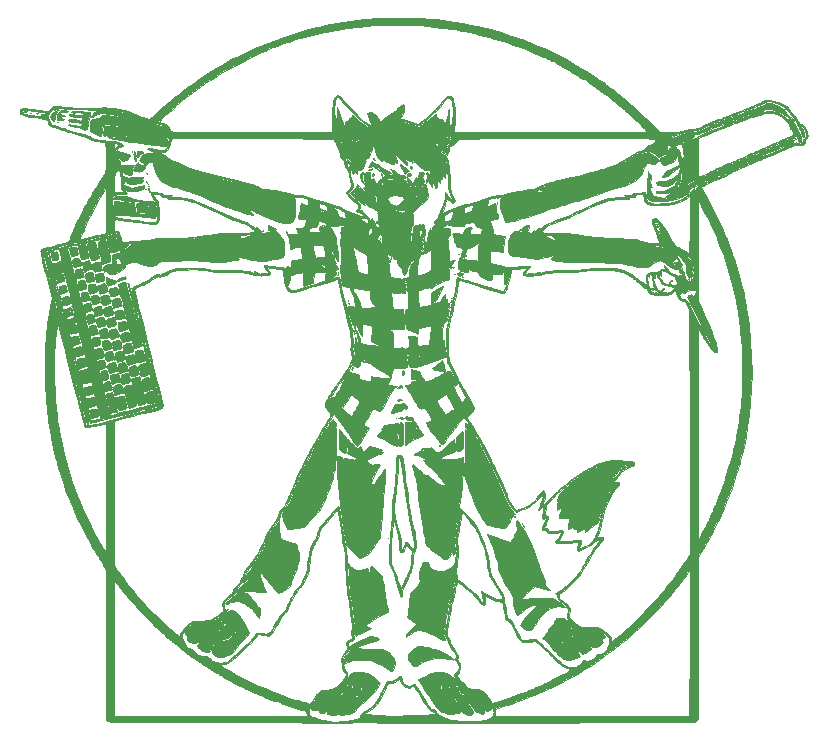
<source format=gbr>
%TF.GenerationSoftware,KiCad,Pcbnew,7.0.8*%
%TF.CreationDate,2023-11-13T13:57:56+01:00*%
%TF.ProjectId,sdi12-esphome,73646931-322d-4657-9370-686f6d652e6b,rev?*%
%TF.SameCoordinates,Original*%
%TF.FileFunction,Legend,Bot*%
%TF.FilePolarity,Positive*%
%FSLAX46Y46*%
G04 Gerber Fmt 4.6, Leading zero omitted, Abs format (unit mm)*
G04 Created by KiCad (PCBNEW 7.0.8) date 2023-11-13 13:57:56*
%MOMM*%
%LPD*%
G01*
G04 APERTURE LIST*
%ADD10C,0.010000*%
G04 APERTURE END LIST*
%TO.C,G\u002A\u002A\u002A*%
D10*
X81850030Y-77694931D02*
X81845014Y-77699528D01*
X81839569Y-77677111D01*
X81850030Y-77694931D01*
G36*
X81850030Y-77694931D02*
G01*
X81845014Y-77699528D01*
X81839569Y-77677111D01*
X81850030Y-77694931D01*
G37*
X54920278Y-55212222D02*
X54892056Y-55240444D01*
X54863834Y-55212222D01*
X54892056Y-55184000D01*
X54920278Y-55212222D01*
G36*
X54920278Y-55212222D02*
G01*
X54892056Y-55240444D01*
X54863834Y-55212222D01*
X54892056Y-55184000D01*
X54920278Y-55212222D01*
G37*
X58589167Y-56679777D02*
X58560945Y-56708000D01*
X58532722Y-56679777D01*
X58560945Y-56651555D01*
X58589167Y-56679777D01*
G36*
X58589167Y-56679777D02*
G01*
X58560945Y-56708000D01*
X58532722Y-56679777D01*
X58560945Y-56651555D01*
X58589167Y-56679777D01*
G37*
X58702056Y-68589555D02*
X58673834Y-68617777D01*
X58645611Y-68589555D01*
X58673834Y-68561333D01*
X58702056Y-68589555D01*
G36*
X58702056Y-68589555D02*
G01*
X58673834Y-68617777D01*
X58645611Y-68589555D01*
X58673834Y-68561333D01*
X58702056Y-68589555D01*
G37*
X59210056Y-57865111D02*
X59181834Y-57893333D01*
X59153611Y-57865111D01*
X59181834Y-57836889D01*
X59210056Y-57865111D01*
G36*
X59210056Y-57865111D02*
G01*
X59181834Y-57893333D01*
X59153611Y-57865111D01*
X59181834Y-57836889D01*
X59210056Y-57865111D01*
G37*
X59379389Y-58486000D02*
X59351167Y-58514222D01*
X59322945Y-58486000D01*
X59351167Y-58457777D01*
X59379389Y-58486000D01*
G36*
X59379389Y-58486000D02*
G01*
X59351167Y-58514222D01*
X59322945Y-58486000D01*
X59351167Y-58457777D01*
X59379389Y-58486000D01*
G37*
X60451834Y-59727777D02*
X60423611Y-59756000D01*
X60395389Y-59727777D01*
X60423611Y-59699555D01*
X60451834Y-59727777D01*
G36*
X60451834Y-59727777D02*
G01*
X60423611Y-59756000D01*
X60395389Y-59727777D01*
X60423611Y-59699555D01*
X60451834Y-59727777D01*
G37*
X60564722Y-60630889D02*
X60536500Y-60659111D01*
X60508278Y-60630889D01*
X60536500Y-60602666D01*
X60564722Y-60630889D01*
G36*
X60564722Y-60630889D02*
G01*
X60536500Y-60659111D01*
X60508278Y-60630889D01*
X60536500Y-60602666D01*
X60564722Y-60630889D01*
G37*
X60621167Y-60800222D02*
X60592945Y-60828444D01*
X60564722Y-60800222D01*
X60592945Y-60772000D01*
X60621167Y-60800222D01*
G36*
X60621167Y-60800222D02*
G01*
X60592945Y-60828444D01*
X60564722Y-60800222D01*
X60592945Y-60772000D01*
X60621167Y-60800222D01*
G37*
X60621167Y-61138889D02*
X60592945Y-61167111D01*
X60564722Y-61138889D01*
X60592945Y-61110666D01*
X60621167Y-61138889D01*
G36*
X60621167Y-61138889D02*
G01*
X60592945Y-61167111D01*
X60564722Y-61138889D01*
X60592945Y-61110666D01*
X60621167Y-61138889D01*
G37*
X60734056Y-79257555D02*
X60705834Y-79285777D01*
X60677611Y-79257555D01*
X60705834Y-79229333D01*
X60734056Y-79257555D01*
G36*
X60734056Y-79257555D02*
G01*
X60705834Y-79285777D01*
X60677611Y-79257555D01*
X60705834Y-79229333D01*
X60734056Y-79257555D01*
G37*
X77498056Y-70508666D02*
X77469834Y-70536889D01*
X77441611Y-70508666D01*
X77469834Y-70480444D01*
X77498056Y-70508666D01*
G36*
X77498056Y-70508666D02*
G01*
X77469834Y-70536889D01*
X77441611Y-70508666D01*
X77469834Y-70480444D01*
X77498056Y-70508666D01*
G37*
X77554500Y-70734444D02*
X77526278Y-70762666D01*
X77498056Y-70734444D01*
X77526278Y-70706222D01*
X77554500Y-70734444D01*
G36*
X77554500Y-70734444D02*
G01*
X77526278Y-70762666D01*
X77498056Y-70734444D01*
X77526278Y-70706222D01*
X77554500Y-70734444D01*
G37*
X77610945Y-59163333D02*
X77582722Y-59191555D01*
X77554500Y-59163333D01*
X77582722Y-59135111D01*
X77610945Y-59163333D01*
G36*
X77610945Y-59163333D02*
G01*
X77582722Y-59191555D01*
X77554500Y-59163333D01*
X77582722Y-59135111D01*
X77610945Y-59163333D01*
G37*
X79530056Y-62662889D02*
X79501834Y-62691111D01*
X79473611Y-62662889D01*
X79501834Y-62634666D01*
X79530056Y-62662889D01*
G36*
X79530056Y-62662889D02*
G01*
X79501834Y-62691111D01*
X79473611Y-62662889D01*
X79501834Y-62634666D01*
X79530056Y-62662889D01*
G37*
X80884722Y-90602889D02*
X80856500Y-90631111D01*
X80828278Y-90602889D01*
X80856500Y-90574666D01*
X80884722Y-90602889D01*
G36*
X80884722Y-90602889D02*
G01*
X80856500Y-90631111D01*
X80828278Y-90602889D01*
X80856500Y-90574666D01*
X80884722Y-90602889D01*
G37*
X81110500Y-66952666D02*
X81082278Y-66980889D01*
X81054056Y-66952666D01*
X81082278Y-66924444D01*
X81110500Y-66952666D01*
G36*
X81110500Y-66952666D02*
G01*
X81082278Y-66980889D01*
X81054056Y-66952666D01*
X81082278Y-66924444D01*
X81110500Y-66952666D01*
G37*
X81562056Y-80442889D02*
X81533834Y-80471111D01*
X81505611Y-80442889D01*
X81533834Y-80414666D01*
X81562056Y-80442889D01*
G36*
X81562056Y-80442889D02*
G01*
X81533834Y-80471111D01*
X81505611Y-80442889D01*
X81533834Y-80414666D01*
X81562056Y-80442889D01*
G37*
X82352278Y-68928222D02*
X82324056Y-68956444D01*
X82295834Y-68928222D01*
X82324056Y-68900000D01*
X82352278Y-68928222D01*
G36*
X82352278Y-68928222D02*
G01*
X82324056Y-68956444D01*
X82295834Y-68928222D01*
X82324056Y-68900000D01*
X82352278Y-68928222D01*
G37*
X82916722Y-58824666D02*
X82888500Y-58852889D01*
X82860278Y-58824666D01*
X82888500Y-58796444D01*
X82916722Y-58824666D01*
G36*
X82916722Y-58824666D02*
G01*
X82888500Y-58852889D01*
X82860278Y-58824666D01*
X82888500Y-58796444D01*
X82916722Y-58824666D01*
G37*
X84440722Y-64412666D02*
X84412500Y-64440889D01*
X84384278Y-64412666D01*
X84412500Y-64384444D01*
X84440722Y-64412666D01*
G36*
X84440722Y-64412666D02*
G01*
X84412500Y-64440889D01*
X84384278Y-64412666D01*
X84412500Y-64384444D01*
X84440722Y-64412666D01*
G37*
X86077611Y-71073111D02*
X86049389Y-71101333D01*
X86021167Y-71073111D01*
X86049389Y-71044889D01*
X86077611Y-71073111D01*
G36*
X86077611Y-71073111D02*
G01*
X86049389Y-71101333D01*
X86021167Y-71073111D01*
X86049389Y-71044889D01*
X86077611Y-71073111D01*
G37*
X86190500Y-70621555D02*
X86162278Y-70649777D01*
X86134056Y-70621555D01*
X86162278Y-70593333D01*
X86190500Y-70621555D01*
G36*
X86190500Y-70621555D02*
G01*
X86162278Y-70649777D01*
X86134056Y-70621555D01*
X86162278Y-70593333D01*
X86190500Y-70621555D01*
G37*
X86246945Y-67686444D02*
X86218722Y-67714666D01*
X86190500Y-67686444D01*
X86218722Y-67658222D01*
X86246945Y-67686444D01*
G36*
X86246945Y-67686444D02*
G01*
X86218722Y-67714666D01*
X86190500Y-67686444D01*
X86218722Y-67658222D01*
X86246945Y-67686444D01*
G37*
X86246945Y-70282889D02*
X86218722Y-70311111D01*
X86190500Y-70282889D01*
X86218722Y-70254666D01*
X86246945Y-70282889D01*
G36*
X86246945Y-70282889D02*
G01*
X86218722Y-70311111D01*
X86190500Y-70282889D01*
X86218722Y-70254666D01*
X86246945Y-70282889D01*
G37*
X86246945Y-70508666D02*
X86218722Y-70536889D01*
X86190500Y-70508666D01*
X86218722Y-70480444D01*
X86246945Y-70508666D01*
G36*
X86246945Y-70508666D02*
G01*
X86218722Y-70536889D01*
X86190500Y-70508666D01*
X86218722Y-70480444D01*
X86246945Y-70508666D01*
G37*
X86416278Y-67686444D02*
X86388056Y-67714666D01*
X86359834Y-67686444D01*
X86388056Y-67658222D01*
X86416278Y-67686444D01*
G36*
X86416278Y-67686444D02*
G01*
X86388056Y-67714666D01*
X86359834Y-67686444D01*
X86388056Y-67658222D01*
X86416278Y-67686444D01*
G37*
X86529167Y-68250889D02*
X86500945Y-68279111D01*
X86472722Y-68250889D01*
X86500945Y-68222666D01*
X86529167Y-68250889D01*
G36*
X86529167Y-68250889D02*
G01*
X86500945Y-68279111D01*
X86472722Y-68250889D01*
X86500945Y-68222666D01*
X86529167Y-68250889D01*
G37*
X86867834Y-66557555D02*
X86839611Y-66585777D01*
X86811389Y-66557555D01*
X86839611Y-66529333D01*
X86867834Y-66557555D01*
G36*
X86867834Y-66557555D02*
G01*
X86839611Y-66585777D01*
X86811389Y-66557555D01*
X86839611Y-66529333D01*
X86867834Y-66557555D01*
G37*
X87319389Y-66839777D02*
X87291167Y-66868000D01*
X87262945Y-66839777D01*
X87291167Y-66811555D01*
X87319389Y-66839777D01*
G36*
X87319389Y-66839777D02*
G01*
X87291167Y-66868000D01*
X87262945Y-66839777D01*
X87291167Y-66811555D01*
X87319389Y-66839777D01*
G37*
X90649611Y-67573555D02*
X90621389Y-67601777D01*
X90593167Y-67573555D01*
X90621389Y-67545333D01*
X90649611Y-67573555D01*
G36*
X90649611Y-67573555D02*
G01*
X90621389Y-67601777D01*
X90593167Y-67573555D01*
X90621389Y-67545333D01*
X90649611Y-67573555D01*
G37*
X91609167Y-88570889D02*
X91580945Y-88599111D01*
X91552722Y-88570889D01*
X91580945Y-88542666D01*
X91609167Y-88570889D01*
G36*
X91609167Y-88570889D02*
G01*
X91580945Y-88599111D01*
X91552722Y-88570889D01*
X91580945Y-88542666D01*
X91609167Y-88570889D01*
G37*
X93923389Y-87046889D02*
X93895167Y-87075111D01*
X93866945Y-87046889D01*
X93895167Y-87018666D01*
X93923389Y-87046889D01*
G36*
X93923389Y-87046889D02*
G01*
X93895167Y-87075111D01*
X93866945Y-87046889D01*
X93895167Y-87018666D01*
X93923389Y-87046889D01*
G37*
X102841611Y-57865111D02*
X102813389Y-57893333D01*
X102785167Y-57865111D01*
X102813389Y-57836889D01*
X102841611Y-57865111D01*
G36*
X102841611Y-57865111D02*
G01*
X102813389Y-57893333D01*
X102785167Y-57865111D01*
X102813389Y-57836889D01*
X102841611Y-57865111D01*
G37*
X103123834Y-69718444D02*
X103095611Y-69746666D01*
X103067389Y-69718444D01*
X103095611Y-69690222D01*
X103123834Y-69718444D01*
G36*
X103123834Y-69718444D02*
G01*
X103095611Y-69746666D01*
X103067389Y-69718444D01*
X103095611Y-69690222D01*
X103123834Y-69718444D01*
G37*
X105268722Y-67234889D02*
X105240500Y-67263111D01*
X105212278Y-67234889D01*
X105240500Y-67206666D01*
X105268722Y-67234889D01*
G36*
X105268722Y-67234889D02*
G01*
X105240500Y-67263111D01*
X105212278Y-67234889D01*
X105240500Y-67206666D01*
X105268722Y-67234889D01*
G37*
X106341167Y-68702444D02*
X106312945Y-68730666D01*
X106284722Y-68702444D01*
X106312945Y-68674222D01*
X106341167Y-68702444D01*
G36*
X106341167Y-68702444D02*
G01*
X106312945Y-68730666D01*
X106284722Y-68702444D01*
X106312945Y-68674222D01*
X106341167Y-68702444D01*
G37*
X114469167Y-54252666D02*
X114440945Y-54280889D01*
X114412722Y-54252666D01*
X114440945Y-54224444D01*
X114469167Y-54252666D01*
G36*
X114469167Y-54252666D02*
G01*
X114440945Y-54280889D01*
X114412722Y-54252666D01*
X114440945Y-54224444D01*
X114469167Y-54252666D01*
G37*
X50611685Y-54581926D02*
X50603937Y-54615482D01*
X50574056Y-54619555D01*
X50527596Y-54598903D01*
X50536426Y-54581926D01*
X50603412Y-54575170D01*
X50611685Y-54581926D01*
G36*
X50611685Y-54581926D02*
G01*
X50603937Y-54615482D01*
X50574056Y-54619555D01*
X50527596Y-54598903D01*
X50536426Y-54581926D01*
X50603412Y-54575170D01*
X50611685Y-54581926D01*
G37*
X52643685Y-54356148D02*
X52635937Y-54389704D01*
X52606056Y-54393777D01*
X52559596Y-54373125D01*
X52568426Y-54356148D01*
X52635412Y-54349392D01*
X52643685Y-54356148D01*
G36*
X52643685Y-54356148D02*
G01*
X52635937Y-54389704D01*
X52606056Y-54393777D01*
X52559596Y-54373125D01*
X52568426Y-54356148D01*
X52635412Y-54349392D01*
X52643685Y-54356148D01*
G37*
X52925908Y-55372148D02*
X52918159Y-55405704D01*
X52888278Y-55409777D01*
X52841818Y-55389125D01*
X52850648Y-55372148D01*
X52917635Y-55365392D01*
X52925908Y-55372148D01*
G36*
X52925908Y-55372148D02*
G01*
X52918159Y-55405704D01*
X52888278Y-55409777D01*
X52841818Y-55389125D01*
X52850648Y-55372148D01*
X52917635Y-55365392D01*
X52925908Y-55372148D01*
G37*
X54054796Y-70950814D02*
X54047048Y-70984371D01*
X54017167Y-70988444D01*
X53970707Y-70967792D01*
X53979537Y-70950814D01*
X54046524Y-70944059D01*
X54054796Y-70950814D01*
G36*
X54054796Y-70950814D02*
G01*
X54047048Y-70984371D01*
X54017167Y-70988444D01*
X53970707Y-70967792D01*
X53979537Y-70950814D01*
X54046524Y-70944059D01*
X54054796Y-70950814D01*
G37*
X56199685Y-54412592D02*
X56191937Y-54446148D01*
X56162056Y-54450222D01*
X56115596Y-54429570D01*
X56124426Y-54412592D01*
X56191412Y-54405837D01*
X56199685Y-54412592D01*
G36*
X56199685Y-54412592D02*
G01*
X56191937Y-54446148D01*
X56162056Y-54450222D01*
X56115596Y-54429570D01*
X56124426Y-54412592D01*
X56191412Y-54405837D01*
X56199685Y-54412592D01*
G37*
X58062352Y-55767259D02*
X58054604Y-55800815D01*
X58024722Y-55804889D01*
X57978262Y-55784236D01*
X57987093Y-55767259D01*
X58054079Y-55760504D01*
X58062352Y-55767259D01*
G36*
X58062352Y-55767259D02*
G01*
X58054604Y-55800815D01*
X58024722Y-55804889D01*
X57978262Y-55784236D01*
X57987093Y-55767259D01*
X58054079Y-55760504D01*
X58062352Y-55767259D01*
G37*
X58404546Y-61979676D02*
X58387713Y-62005330D01*
X58330463Y-62009321D01*
X58270235Y-61995536D01*
X58296361Y-61975219D01*
X58384577Y-61968490D01*
X58404546Y-61979676D01*
G36*
X58404546Y-61979676D02*
G01*
X58387713Y-62005330D01*
X58330463Y-62009321D01*
X58270235Y-61995536D01*
X58296361Y-61975219D01*
X58384577Y-61968490D01*
X58404546Y-61979676D01*
G37*
X60380102Y-61020120D02*
X60363268Y-61045775D01*
X60306019Y-61049766D01*
X60245791Y-61035981D01*
X60271917Y-61015664D01*
X60360133Y-61008935D01*
X60380102Y-61020120D01*
G36*
X60380102Y-61020120D02*
G01*
X60363268Y-61045775D01*
X60306019Y-61049766D01*
X60245791Y-61035981D01*
X60271917Y-61015664D01*
X60360133Y-61008935D01*
X60380102Y-61020120D01*
G37*
X60602352Y-60960148D02*
X60609107Y-61027134D01*
X60602352Y-61035407D01*
X60568796Y-61027659D01*
X60564722Y-60997777D01*
X60585375Y-60951317D01*
X60602352Y-60960148D01*
G36*
X60602352Y-60960148D02*
G01*
X60609107Y-61027134D01*
X60602352Y-61035407D01*
X60568796Y-61027659D01*
X60564722Y-60997777D01*
X60585375Y-60951317D01*
X60602352Y-60960148D01*
G37*
X60658796Y-61242370D02*
X60665552Y-61309356D01*
X60658796Y-61317629D01*
X60625240Y-61309881D01*
X60621167Y-61280000D01*
X60641819Y-61233539D01*
X60658796Y-61242370D01*
G36*
X60658796Y-61242370D02*
G01*
X60665552Y-61309356D01*
X60658796Y-61317629D01*
X60625240Y-61309881D01*
X60621167Y-61280000D01*
X60641819Y-61233539D01*
X60658796Y-61242370D01*
G37*
X60941019Y-79191703D02*
X60933271Y-79225259D01*
X60903389Y-79229333D01*
X60856929Y-79208681D01*
X60865759Y-79191703D01*
X60932746Y-79184948D01*
X60941019Y-79191703D01*
G36*
X60941019Y-79191703D02*
G01*
X60933271Y-79225259D01*
X60903389Y-79229333D01*
X60856929Y-79208681D01*
X60865759Y-79191703D01*
X60932746Y-79184948D01*
X60941019Y-79191703D01*
G37*
X67262796Y-96633037D02*
X67255048Y-96666593D01*
X67225167Y-96670666D01*
X67178707Y-96650014D01*
X67187537Y-96633037D01*
X67254524Y-96626281D01*
X67262796Y-96633037D01*
G36*
X67262796Y-96633037D02*
G01*
X67255048Y-96666593D01*
X67225167Y-96670666D01*
X67178707Y-96650014D01*
X67187537Y-96633037D01*
X67254524Y-96626281D01*
X67262796Y-96633037D01*
G37*
X70254352Y-64572592D02*
X70261107Y-64639579D01*
X70254352Y-64647851D01*
X70220796Y-64640103D01*
X70216722Y-64610222D01*
X70237375Y-64563762D01*
X70254352Y-64572592D01*
G36*
X70254352Y-64572592D02*
G01*
X70261107Y-64639579D01*
X70254352Y-64647851D01*
X70220796Y-64640103D01*
X70216722Y-64610222D01*
X70237375Y-64563762D01*
X70254352Y-64572592D01*
G37*
X75423722Y-64064840D02*
X75430813Y-64085442D01*
X75353167Y-64093310D01*
X75273037Y-64084439D01*
X75282611Y-64064840D01*
X75398173Y-64057385D01*
X75423722Y-64064840D01*
G36*
X75423722Y-64064840D02*
G01*
X75430813Y-64085442D01*
X75353167Y-64093310D01*
X75273037Y-64084439D01*
X75282611Y-64064840D01*
X75398173Y-64057385D01*
X75423722Y-64064840D01*
G37*
X80188574Y-65249926D02*
X80195330Y-65316912D01*
X80188574Y-65325185D01*
X80155018Y-65317437D01*
X80150945Y-65287555D01*
X80171597Y-65241095D01*
X80188574Y-65249926D01*
G36*
X80188574Y-65249926D02*
G01*
X80195330Y-65316912D01*
X80188574Y-65325185D01*
X80155018Y-65317437D01*
X80150945Y-65287555D01*
X80171597Y-65241095D01*
X80188574Y-65249926D01*
G37*
X82784771Y-64765444D02*
X82792226Y-64881005D01*
X82784771Y-64906555D01*
X82764169Y-64913646D01*
X82756301Y-64836000D01*
X82765172Y-64755869D01*
X82784771Y-64765444D01*
G36*
X82784771Y-64765444D02*
G01*
X82792226Y-64881005D01*
X82784771Y-64906555D01*
X82764169Y-64913646D01*
X82756301Y-64836000D01*
X82765172Y-64755869D01*
X82784771Y-64765444D01*
G37*
X83801019Y-66096592D02*
X83807774Y-66163579D01*
X83801019Y-66171851D01*
X83767463Y-66164103D01*
X83763389Y-66134222D01*
X83784041Y-66087762D01*
X83801019Y-66096592D01*
G36*
X83801019Y-66096592D02*
G01*
X83807774Y-66163579D01*
X83801019Y-66171851D01*
X83767463Y-66164103D01*
X83763389Y-66134222D01*
X83784041Y-66087762D01*
X83801019Y-66096592D01*
G37*
X84365463Y-64516148D02*
X84372218Y-64583134D01*
X84365463Y-64591407D01*
X84331907Y-64583659D01*
X84327834Y-64553777D01*
X84348486Y-64507317D01*
X84365463Y-64516148D01*
G36*
X84365463Y-64516148D02*
G01*
X84372218Y-64583134D01*
X84365463Y-64591407D01*
X84331907Y-64583659D01*
X84327834Y-64553777D01*
X84348486Y-64507317D01*
X84365463Y-64516148D01*
G37*
X87187685Y-68467259D02*
X87179937Y-68500815D01*
X87150056Y-68504889D01*
X87103596Y-68484236D01*
X87112426Y-68467259D01*
X87179412Y-68460504D01*
X87187685Y-68467259D01*
G36*
X87187685Y-68467259D02*
G01*
X87179937Y-68500815D01*
X87150056Y-68504889D01*
X87103596Y-68484236D01*
X87112426Y-68467259D01*
X87179412Y-68460504D01*
X87187685Y-68467259D01*
G37*
X87413463Y-66661037D02*
X87420218Y-66728023D01*
X87413463Y-66736296D01*
X87379907Y-66728548D01*
X87375834Y-66698666D01*
X87396486Y-66652206D01*
X87413463Y-66661037D01*
G36*
X87413463Y-66661037D02*
G01*
X87420218Y-66728023D01*
X87413463Y-66736296D01*
X87379907Y-66728548D01*
X87375834Y-66698666D01*
X87396486Y-66652206D01*
X87413463Y-66661037D01*
G37*
X90066104Y-62169000D02*
X90073560Y-62284561D01*
X90066104Y-62310111D01*
X90045503Y-62317201D01*
X90037635Y-62239555D01*
X90046505Y-62159425D01*
X90066104Y-62169000D01*
G36*
X90066104Y-62169000D02*
G01*
X90073560Y-62284561D01*
X90066104Y-62310111D01*
X90045503Y-62317201D01*
X90037635Y-62239555D01*
X90046505Y-62159425D01*
X90066104Y-62169000D01*
G37*
X91590352Y-88730814D02*
X91597107Y-88797801D01*
X91590352Y-88806074D01*
X91556796Y-88798326D01*
X91552722Y-88768444D01*
X91573375Y-88721984D01*
X91590352Y-88730814D01*
G36*
X91590352Y-88730814D02*
G01*
X91597107Y-88797801D01*
X91590352Y-88806074D01*
X91556796Y-88798326D01*
X91552722Y-88768444D01*
X91573375Y-88721984D01*
X91590352Y-88730814D01*
G37*
X115240574Y-56896148D02*
X115232826Y-56929704D01*
X115202945Y-56933777D01*
X115156484Y-56913125D01*
X115165315Y-56896148D01*
X115232301Y-56889392D01*
X115240574Y-56896148D01*
G36*
X115240574Y-56896148D02*
G01*
X115232826Y-56929704D01*
X115202945Y-56933777D01*
X115156484Y-56913125D01*
X115165315Y-56896148D01*
X115232301Y-56889392D01*
X115240574Y-56896148D01*
G37*
X60449105Y-60423846D02*
X60472370Y-60461879D01*
X60469633Y-60534368D01*
X60414290Y-60538514D01*
X60369577Y-60493678D01*
X60374812Y-60421081D01*
X60388554Y-60409335D01*
X60449105Y-60423846D01*
G36*
X60449105Y-60423846D02*
G01*
X60472370Y-60461879D01*
X60469633Y-60534368D01*
X60414290Y-60538514D01*
X60369577Y-60493678D01*
X60374812Y-60421081D01*
X60388554Y-60409335D01*
X60449105Y-60423846D01*
G37*
X75269994Y-62927790D02*
X75253055Y-62969777D01*
X75200379Y-62997926D01*
X75134436Y-63015111D01*
X75161489Y-62973763D01*
X75168782Y-62966329D01*
X75242787Y-62921744D01*
X75269994Y-62927790D01*
G36*
X75269994Y-62927790D02*
G01*
X75253055Y-62969777D01*
X75200379Y-62997926D01*
X75134436Y-63015111D01*
X75161489Y-62973763D01*
X75168782Y-62966329D01*
X75242787Y-62921744D01*
X75269994Y-62927790D01*
G37*
X76360446Y-67285943D02*
X76420566Y-67338413D01*
X76425611Y-67351109D01*
X76398824Y-67374308D01*
X76343054Y-67322324D01*
X76335555Y-67310834D01*
X76328902Y-67272209D01*
X76360446Y-67285943D01*
G36*
X76360446Y-67285943D02*
G01*
X76420566Y-67338413D01*
X76425611Y-67351109D01*
X76398824Y-67374308D01*
X76343054Y-67322324D01*
X76335555Y-67310834D01*
X76328902Y-67272209D01*
X76360446Y-67285943D01*
G37*
X79645477Y-58448801D02*
X79698543Y-58512641D01*
X79740627Y-58605546D01*
X79715596Y-58616182D01*
X79616960Y-58551060D01*
X79552739Y-58476103D01*
X79575117Y-58436590D01*
X79645477Y-58448801D01*
G36*
X79645477Y-58448801D02*
G01*
X79698543Y-58512641D01*
X79740627Y-58605546D01*
X79715596Y-58616182D01*
X79616960Y-58551060D01*
X79552739Y-58476103D01*
X79575117Y-58436590D01*
X79645477Y-58448801D01*
G37*
X103712276Y-63982498D02*
X103697764Y-64043049D01*
X103659732Y-64066314D01*
X103587169Y-64068906D01*
X103575389Y-64047337D01*
X103611283Y-63975774D01*
X103680316Y-63958013D01*
X103712276Y-63982498D01*
G36*
X103712276Y-63982498D02*
G01*
X103697764Y-64043049D01*
X103659732Y-64066314D01*
X103587169Y-64068906D01*
X103575389Y-64047337D01*
X103611283Y-63975774D01*
X103680316Y-63958013D01*
X103712276Y-63982498D01*
G37*
X115194223Y-55206832D02*
X115254344Y-55259302D01*
X115259389Y-55271997D01*
X115232602Y-55295197D01*
X115176831Y-55243213D01*
X115169332Y-55231723D01*
X115162680Y-55193098D01*
X115194223Y-55206832D01*
G36*
X115194223Y-55206832D02*
G01*
X115254344Y-55259302D01*
X115259389Y-55271997D01*
X115232602Y-55295197D01*
X115176831Y-55243213D01*
X115169332Y-55231723D01*
X115162680Y-55193098D01*
X115194223Y-55206832D01*
G37*
X51210130Y-54638976D02*
X51212006Y-54657506D01*
X51123645Y-54665073D01*
X51110278Y-54664996D01*
X51022735Y-54656857D01*
X51031092Y-54639677D01*
X51040797Y-54636884D01*
X51163750Y-54628621D01*
X51210130Y-54638976D01*
G36*
X51210130Y-54638976D02*
G01*
X51212006Y-54657506D01*
X51123645Y-54665073D01*
X51110278Y-54664996D01*
X51022735Y-54656857D01*
X51031092Y-54639677D01*
X51040797Y-54636884D01*
X51163750Y-54628621D01*
X51210130Y-54638976D01*
G37*
X52822242Y-54252525D02*
X52916500Y-54280889D01*
X53029389Y-54329399D01*
X52916500Y-54327739D01*
X52773180Y-54309007D01*
X52662500Y-54280889D01*
X52521389Y-54235697D01*
X52662500Y-54234038D01*
X52822242Y-54252525D01*
G36*
X52822242Y-54252525D02*
G01*
X52916500Y-54280889D01*
X53029389Y-54329399D01*
X52916500Y-54327739D01*
X52773180Y-54309007D01*
X52662500Y-54280889D01*
X52521389Y-54235697D01*
X52662500Y-54234038D01*
X52822242Y-54252525D01*
G37*
X59488251Y-58505277D02*
X59492278Y-58570666D01*
X59470832Y-58662420D01*
X59441118Y-58683555D01*
X59412083Y-58638604D01*
X59419479Y-58570666D01*
X59452246Y-58479478D01*
X59470639Y-58457777D01*
X59488251Y-58505277D01*
G36*
X59488251Y-58505277D02*
G01*
X59492278Y-58570666D01*
X59470832Y-58662420D01*
X59441118Y-58683555D01*
X59412083Y-58638604D01*
X59419479Y-58570666D01*
X59452246Y-58479478D01*
X59470639Y-58457777D01*
X59488251Y-58505277D01*
G37*
X75391903Y-63009793D02*
X75381389Y-63029777D01*
X75328206Y-63083682D01*
X75318282Y-63086222D01*
X75314431Y-63049762D01*
X75324945Y-63029777D01*
X75378127Y-62975873D01*
X75388051Y-62973333D01*
X75391903Y-63009793D01*
G36*
X75391903Y-63009793D02*
G01*
X75381389Y-63029777D01*
X75328206Y-63083682D01*
X75318282Y-63086222D01*
X75314431Y-63049762D01*
X75324945Y-63029777D01*
X75378127Y-62975873D01*
X75388051Y-62973333D01*
X75391903Y-63009793D01*
G37*
X76647362Y-68157277D02*
X76651389Y-68222666D01*
X76629943Y-68314420D01*
X76600229Y-68335555D01*
X76571194Y-68290604D01*
X76578590Y-68222666D01*
X76611357Y-68131478D01*
X76629750Y-68109777D01*
X76647362Y-68157277D01*
G36*
X76647362Y-68157277D02*
G01*
X76651389Y-68222666D01*
X76629943Y-68314420D01*
X76600229Y-68335555D01*
X76571194Y-68290604D01*
X76578590Y-68222666D01*
X76611357Y-68131478D01*
X76629750Y-68109777D01*
X76647362Y-68157277D01*
G37*
X77856824Y-76164810D02*
X77850211Y-76211263D01*
X77814726Y-76316400D01*
X77778982Y-76350666D01*
X77755291Y-76305507D01*
X77764153Y-76236898D01*
X77807504Y-76127474D01*
X77845479Y-76101335D01*
X77856824Y-76164810D01*
G36*
X77856824Y-76164810D02*
G01*
X77850211Y-76211263D01*
X77814726Y-76316400D01*
X77778982Y-76350666D01*
X77755291Y-76305507D01*
X77764153Y-76236898D01*
X77807504Y-76127474D01*
X77845479Y-76101335D01*
X77856824Y-76164810D01*
G37*
X79656759Y-59747237D02*
X79683485Y-59829010D01*
X79644930Y-59894719D01*
X79549851Y-59973750D01*
X79488867Y-59952641D01*
X79473611Y-59872220D01*
X79506185Y-59757005D01*
X79582366Y-59712886D01*
X79656759Y-59747237D01*
G36*
X79656759Y-59747237D02*
G01*
X79683485Y-59829010D01*
X79644930Y-59894719D01*
X79549851Y-59973750D01*
X79488867Y-59952641D01*
X79473611Y-59872220D01*
X79506185Y-59757005D01*
X79582366Y-59712886D01*
X79656759Y-59747237D01*
G37*
X79954915Y-63837673D02*
X79974873Y-63921346D01*
X79971787Y-63934139D01*
X79930411Y-63961264D01*
X79872727Y-63909492D01*
X79826475Y-63820912D01*
X79833398Y-63780065D01*
X79895109Y-63776499D01*
X79954915Y-63837673D01*
G36*
X79954915Y-63837673D02*
G01*
X79974873Y-63921346D01*
X79971787Y-63934139D01*
X79930411Y-63961264D01*
X79872727Y-63909492D01*
X79826475Y-63820912D01*
X79833398Y-63780065D01*
X79895109Y-63776499D01*
X79954915Y-63837673D01*
G37*
X80938870Y-66852529D02*
X80941167Y-66868000D01*
X80921909Y-66922977D01*
X80916276Y-66924444D01*
X80868085Y-66884891D01*
X80856500Y-66868000D01*
X80860975Y-66815987D01*
X80881391Y-66811555D01*
X80938870Y-66852529D01*
G36*
X80938870Y-66852529D02*
G01*
X80941167Y-66868000D01*
X80921909Y-66922977D01*
X80916276Y-66924444D01*
X80868085Y-66884891D01*
X80856500Y-66868000D01*
X80860975Y-66815987D01*
X80881391Y-66811555D01*
X80938870Y-66852529D01*
G37*
X82790405Y-59742299D02*
X82793648Y-59822134D01*
X82751242Y-59935710D01*
X82690370Y-59967672D01*
X82643093Y-59913340D01*
X82634500Y-59845370D01*
X82664082Y-59727013D01*
X82723093Y-59699555D01*
X82790405Y-59742299D01*
G36*
X82790405Y-59742299D02*
G01*
X82793648Y-59822134D01*
X82751242Y-59935710D01*
X82690370Y-59967672D01*
X82643093Y-59913340D01*
X82634500Y-59845370D01*
X82664082Y-59727013D01*
X82723093Y-59699555D01*
X82790405Y-59742299D01*
G37*
X82808796Y-59124610D02*
X82857599Y-59186549D01*
X82885281Y-59294088D01*
X82828932Y-59333955D01*
X82761500Y-59320346D01*
X82698611Y-59250429D01*
X82705154Y-59153041D01*
X82744557Y-59108639D01*
X82808796Y-59124610D01*
G36*
X82808796Y-59124610D02*
G01*
X82857599Y-59186549D01*
X82885281Y-59294088D01*
X82828932Y-59333955D01*
X82761500Y-59320346D01*
X82698611Y-59250429D01*
X82705154Y-59153041D01*
X82744557Y-59108639D01*
X82808796Y-59124610D01*
G37*
X85285092Y-82769862D02*
X85287389Y-82785333D01*
X85268131Y-82840310D01*
X85262498Y-82841777D01*
X85214307Y-82802225D01*
X85202722Y-82785333D01*
X85207198Y-82733320D01*
X85227613Y-82728889D01*
X85285092Y-82769862D01*
G36*
X85285092Y-82769862D02*
G01*
X85287389Y-82785333D01*
X85268131Y-82840310D01*
X85262498Y-82841777D01*
X85214307Y-82802225D01*
X85202722Y-82785333D01*
X85207198Y-82733320D01*
X85227613Y-82728889D01*
X85285092Y-82769862D01*
G37*
X103844300Y-64126540D02*
X103838077Y-64183115D01*
X103799532Y-64217315D01*
X103682920Y-64267856D01*
X103633333Y-64231460D01*
X103631834Y-64213339D01*
X103677435Y-64145601D01*
X103771086Y-64109256D01*
X103844300Y-64126540D01*
G36*
X103844300Y-64126540D02*
G01*
X103838077Y-64183115D01*
X103799532Y-64217315D01*
X103682920Y-64267856D01*
X103633333Y-64231460D01*
X103631834Y-64213339D01*
X103677435Y-64145601D01*
X103771086Y-64109256D01*
X103844300Y-64126540D01*
G37*
X104682362Y-68971314D02*
X104760722Y-69012889D01*
X104813617Y-69056724D01*
X104762778Y-69068277D01*
X104749942Y-69068469D01*
X104647885Y-69039706D01*
X104619611Y-69012889D01*
X104615057Y-68963027D01*
X104682362Y-68971314D01*
G36*
X104682362Y-68971314D02*
G01*
X104760722Y-69012889D01*
X104813617Y-69056724D01*
X104762778Y-69068277D01*
X104749942Y-69068469D01*
X104647885Y-69039706D01*
X104619611Y-69012889D01*
X104615057Y-68963027D01*
X104682362Y-68971314D01*
G37*
X104917003Y-68758599D02*
X104913378Y-68818668D01*
X104840773Y-68865738D01*
X104750188Y-68895509D01*
X104724441Y-68868265D01*
X104723093Y-68815333D01*
X104769549Y-68744777D01*
X104826574Y-68730666D01*
X104917003Y-68758599D01*
G36*
X104917003Y-68758599D02*
G01*
X104913378Y-68818668D01*
X104840773Y-68865738D01*
X104750188Y-68895509D01*
X104724441Y-68868265D01*
X104723093Y-68815333D01*
X104769549Y-68744777D01*
X104826574Y-68730666D01*
X104917003Y-68758599D01*
G37*
X104985899Y-67307986D02*
X105006912Y-67347777D01*
X105010953Y-67420602D01*
X104990768Y-67432444D01*
X104930657Y-67387569D01*
X104909644Y-67347777D01*
X104905603Y-67274952D01*
X104925788Y-67263111D01*
X104985899Y-67307986D01*
G36*
X104985899Y-67307986D02*
G01*
X105006912Y-67347777D01*
X105010953Y-67420602D01*
X104990768Y-67432444D01*
X104930657Y-67387569D01*
X104909644Y-67347777D01*
X104905603Y-67274952D01*
X104925788Y-67263111D01*
X104985899Y-67307986D01*
G37*
X115006825Y-54975935D02*
X115047722Y-55007466D01*
X115135475Y-55089853D01*
X115135094Y-55126628D01*
X115125189Y-55127555D01*
X115078073Y-55088982D01*
X115026411Y-55028777D01*
X114977596Y-54961919D01*
X115006825Y-54975935D01*
G36*
X115006825Y-54975935D02*
G01*
X115047722Y-55007466D01*
X115135475Y-55089853D01*
X115135094Y-55126628D01*
X115125189Y-55127555D01*
X115078073Y-55088982D01*
X115026411Y-55028777D01*
X114977596Y-54961919D01*
X115006825Y-54975935D01*
G37*
X50217151Y-54433641D02*
X50277909Y-54466632D01*
X50237035Y-54498714D01*
X50203040Y-54512569D01*
X50047957Y-54555592D01*
X49963467Y-54540105D01*
X49953167Y-54512705D01*
X50000414Y-54448137D01*
X50108914Y-54418437D01*
X50217151Y-54433641D01*
G36*
X50217151Y-54433641D02*
G01*
X50277909Y-54466632D01*
X50237035Y-54498714D01*
X50203040Y-54512569D01*
X50047957Y-54555592D01*
X49963467Y-54540105D01*
X49953167Y-54512705D01*
X50000414Y-54448137D01*
X50108914Y-54418437D01*
X50217151Y-54433641D01*
G37*
X82165592Y-76457433D02*
X82182945Y-76573113D01*
X82162629Y-76713926D01*
X82111527Y-76782384D01*
X82049706Y-76763058D01*
X82013138Y-76672616D01*
X82014778Y-76550202D01*
X82047858Y-76445399D01*
X82098278Y-76407111D01*
X82165592Y-76457433D01*
G36*
X82165592Y-76457433D02*
G01*
X82182945Y-76573113D01*
X82162629Y-76713926D01*
X82111527Y-76782384D01*
X82049706Y-76763058D01*
X82013138Y-76672616D01*
X82014778Y-76550202D01*
X82047858Y-76445399D01*
X82098278Y-76407111D01*
X82165592Y-76457433D01*
G37*
X103163107Y-69432037D02*
X103249099Y-69471273D01*
X103283462Y-69531634D01*
X103250168Y-69573980D01*
X103222611Y-69577333D01*
X103124759Y-69553687D01*
X103105019Y-69539703D01*
X103068876Y-69462961D01*
X103129880Y-69429763D01*
X103163107Y-69432037D01*
G36*
X103163107Y-69432037D02*
G01*
X103249099Y-69471273D01*
X103283462Y-69531634D01*
X103250168Y-69573980D01*
X103222611Y-69577333D01*
X103124759Y-69553687D01*
X103105019Y-69539703D01*
X103068876Y-69462961D01*
X103129880Y-69429763D01*
X103163107Y-69432037D01*
G37*
X77965872Y-73048288D02*
X77996158Y-73129204D01*
X78024264Y-73254831D01*
X78011442Y-73327259D01*
X78009006Y-73329065D01*
X77970337Y-73300777D01*
X77937456Y-73193432D01*
X77934401Y-73175090D01*
X77917743Y-73024966D01*
X77928742Y-72982321D01*
X77965872Y-73048288D01*
G36*
X77965872Y-73048288D02*
G01*
X77996158Y-73129204D01*
X78024264Y-73254831D01*
X78011442Y-73327259D01*
X78009006Y-73329065D01*
X77970337Y-73300777D01*
X77937456Y-73193432D01*
X77934401Y-73175090D01*
X77917743Y-73024966D01*
X77928742Y-72982321D01*
X77965872Y-73048288D01*
G37*
X79507049Y-59346931D02*
X79496433Y-59382832D01*
X79412599Y-59454163D01*
X79286950Y-59473777D01*
X79175348Y-59460593D01*
X79163112Y-59424328D01*
X79165989Y-59421327D01*
X79257568Y-59369592D01*
X79375472Y-59330381D01*
X79482594Y-59313598D01*
X79507049Y-59346931D01*
G36*
X79507049Y-59346931D02*
G01*
X79496433Y-59382832D01*
X79412599Y-59454163D01*
X79286950Y-59473777D01*
X79175348Y-59460593D01*
X79163112Y-59424328D01*
X79165989Y-59421327D01*
X79257568Y-59369592D01*
X79375472Y-59330381D01*
X79482594Y-59313598D01*
X79507049Y-59346931D01*
G37*
X80321257Y-59750204D02*
X80358538Y-59880447D01*
X80369062Y-60057725D01*
X80361692Y-60157411D01*
X80338344Y-60348666D01*
X80329311Y-60168896D01*
X80304480Y-59988080D01*
X80265231Y-59844341D01*
X80239049Y-59731416D01*
X80264155Y-59699555D01*
X80321257Y-59750204D01*
G36*
X80321257Y-59750204D02*
G01*
X80358538Y-59880447D01*
X80369062Y-60057725D01*
X80361692Y-60157411D01*
X80338344Y-60348666D01*
X80329311Y-60168896D01*
X80304480Y-59988080D01*
X80265231Y-59844341D01*
X80239049Y-59731416D01*
X80264155Y-59699555D01*
X80321257Y-59750204D01*
G37*
X81805465Y-78815542D02*
X81875123Y-78849482D01*
X82033460Y-78932443D01*
X81825980Y-78956665D01*
X81692272Y-78964930D01*
X81622365Y-78954901D01*
X81619364Y-78949888D01*
X81646545Y-78880596D01*
X81668507Y-78842705D01*
X81720246Y-78797819D01*
X81805465Y-78815542D01*
G36*
X81805465Y-78815542D02*
G01*
X81875123Y-78849482D01*
X82033460Y-78932443D01*
X81825980Y-78956665D01*
X81692272Y-78964930D01*
X81622365Y-78954901D01*
X81619364Y-78949888D01*
X81646545Y-78880596D01*
X81668507Y-78842705D01*
X81720246Y-78797819D01*
X81805465Y-78815542D01*
G37*
X82555160Y-59735926D02*
X82540518Y-59770111D01*
X82505892Y-59866553D01*
X82471123Y-60025569D01*
X82460062Y-60094666D01*
X82423806Y-60348666D01*
X82416264Y-60113394D01*
X82425234Y-59882408D01*
X82467697Y-59741252D01*
X82530981Y-59699555D01*
X82555160Y-59735926D01*
G36*
X82555160Y-59735926D02*
G01*
X82540518Y-59770111D01*
X82505892Y-59866553D01*
X82471123Y-60025569D01*
X82460062Y-60094666D01*
X82423806Y-60348666D01*
X82416264Y-60113394D01*
X82425234Y-59882408D01*
X82467697Y-59741252D01*
X82530981Y-59699555D01*
X82555160Y-59735926D01*
G37*
X92234505Y-89375683D02*
X92299398Y-89473374D01*
X92312010Y-89496976D01*
X92372106Y-89628707D01*
X92371606Y-89665819D01*
X92315619Y-89605494D01*
X92260260Y-89525547D01*
X92201701Y-89415622D01*
X92192415Y-89351804D01*
X92193161Y-89350968D01*
X92234505Y-89375683D01*
G36*
X92234505Y-89375683D02*
G01*
X92299398Y-89473374D01*
X92312010Y-89496976D01*
X92372106Y-89628707D01*
X92371606Y-89665819D01*
X92315619Y-89605494D01*
X92260260Y-89525547D01*
X92201701Y-89415622D01*
X92192415Y-89351804D01*
X92193161Y-89350968D01*
X92234505Y-89375683D01*
G37*
X115326129Y-56728591D02*
X115405617Y-56775849D01*
X115423484Y-56839181D01*
X115410848Y-56857577D01*
X115375391Y-56853029D01*
X115372278Y-56830296D01*
X115324319Y-56776374D01*
X115245278Y-56757896D01*
X115165259Y-56749330D01*
X115193065Y-56732524D01*
X115223051Y-56724381D01*
X115326129Y-56728591D01*
G36*
X115326129Y-56728591D02*
G01*
X115405617Y-56775849D01*
X115423484Y-56839181D01*
X115410848Y-56857577D01*
X115375391Y-56853029D01*
X115372278Y-56830296D01*
X115324319Y-56776374D01*
X115245278Y-56757896D01*
X115165259Y-56749330D01*
X115193065Y-56732524D01*
X115223051Y-56724381D01*
X115326129Y-56728591D01*
G37*
X81240362Y-59466825D02*
X81403155Y-59559415D01*
X81552219Y-59631965D01*
X81564943Y-59637200D01*
X81641151Y-59672097D01*
X81629565Y-59688844D01*
X81518961Y-59694928D01*
X81477389Y-59695620D01*
X81319367Y-59684449D01*
X81222891Y-59627703D01*
X81152807Y-59525245D01*
X81054004Y-59351649D01*
X81240362Y-59466825D01*
G36*
X81240362Y-59466825D02*
G01*
X81403155Y-59559415D01*
X81552219Y-59631965D01*
X81564943Y-59637200D01*
X81641151Y-59672097D01*
X81629565Y-59688844D01*
X81518961Y-59694928D01*
X81477389Y-59695620D01*
X81319367Y-59684449D01*
X81222891Y-59627703D01*
X81152807Y-59525245D01*
X81054004Y-59351649D01*
X81240362Y-59466825D01*
G37*
X82043958Y-80367518D02*
X82120275Y-80416636D01*
X82126500Y-80442889D01*
X82103932Y-80513736D01*
X82084167Y-80520125D01*
X82004546Y-80505888D01*
X81865352Y-80480815D01*
X81844278Y-80477010D01*
X81725052Y-80449159D01*
X81707549Y-80422479D01*
X81750117Y-80399774D01*
X81908737Y-80360541D01*
X82043958Y-80367518D01*
G36*
X82043958Y-80367518D02*
G01*
X82120275Y-80416636D01*
X82126500Y-80442889D01*
X82103932Y-80513736D01*
X82084167Y-80520125D01*
X82004546Y-80505888D01*
X81865352Y-80480815D01*
X81844278Y-80477010D01*
X81725052Y-80449159D01*
X81707549Y-80422479D01*
X81750117Y-80399774D01*
X81908737Y-80360541D01*
X82043958Y-80367518D01*
G37*
X53337027Y-54328814D02*
X53485021Y-54346930D01*
X53622691Y-54374932D01*
X53709928Y-54407659D01*
X53716671Y-54413133D01*
X53707805Y-54440667D01*
X53673796Y-54440733D01*
X53566685Y-54428782D01*
X53408120Y-54411827D01*
X53382167Y-54409104D01*
X53246086Y-54384484D01*
X53173972Y-54351188D01*
X53170500Y-54342874D01*
X53218817Y-54325742D01*
X53337027Y-54328814D01*
G36*
X53337027Y-54328814D02*
G01*
X53485021Y-54346930D01*
X53622691Y-54374932D01*
X53709928Y-54407659D01*
X53716671Y-54413133D01*
X53707805Y-54440667D01*
X53673796Y-54440733D01*
X53566685Y-54428782D01*
X53408120Y-54411827D01*
X53382167Y-54409104D01*
X53246086Y-54384484D01*
X53173972Y-54351188D01*
X53170500Y-54342874D01*
X53218817Y-54325742D01*
X53337027Y-54328814D01*
G37*
X81873843Y-77818222D02*
X81889512Y-77906980D01*
X81865559Y-77897264D01*
X81848840Y-77874666D01*
X81799733Y-77828067D01*
X81788698Y-77860555D01*
X81740655Y-77917295D01*
X81671613Y-77931111D01*
X81593567Y-77909382D01*
X81590278Y-77874666D01*
X81672368Y-77821696D01*
X81700459Y-77818222D01*
X81784479Y-77772732D01*
X81808446Y-77733032D01*
X81845014Y-77699528D01*
X81873843Y-77818222D01*
G36*
X81873843Y-77818222D02*
G01*
X81889512Y-77906980D01*
X81865559Y-77897264D01*
X81848840Y-77874666D01*
X81799733Y-77828067D01*
X81788698Y-77860555D01*
X81740655Y-77917295D01*
X81671613Y-77931111D01*
X81593567Y-77909382D01*
X81590278Y-77874666D01*
X81672368Y-77821696D01*
X81700459Y-77818222D01*
X81784479Y-77772732D01*
X81808446Y-77733032D01*
X81845014Y-77699528D01*
X81873843Y-77818222D01*
G37*
X81977613Y-77685718D02*
X82022500Y-77728437D01*
X82038049Y-77821130D01*
X82028031Y-77862060D01*
X81992196Y-77900235D01*
X81937563Y-77842686D01*
X81918010Y-77810734D01*
X81905839Y-77790000D01*
X81957167Y-77790000D01*
X81985389Y-77818222D01*
X82013611Y-77790000D01*
X81985389Y-77761777D01*
X81957167Y-77790000D01*
X81905839Y-77790000D01*
X81850030Y-77694931D01*
X81879606Y-77667833D01*
X81977613Y-77685718D01*
G36*
X81977613Y-77685718D02*
G01*
X82022500Y-77728437D01*
X82038049Y-77821130D01*
X82028031Y-77862060D01*
X81992196Y-77900235D01*
X81937563Y-77842686D01*
X81918010Y-77810734D01*
X81905839Y-77790000D01*
X81957167Y-77790000D01*
X81985389Y-77818222D01*
X82013611Y-77790000D01*
X81985389Y-77761777D01*
X81957167Y-77790000D01*
X81905839Y-77790000D01*
X81850030Y-77694931D01*
X81879606Y-77667833D01*
X81977613Y-77685718D01*
G37*
X87079611Y-68131791D02*
X87164593Y-68199745D01*
X87165457Y-68282756D01*
X87119199Y-68372328D01*
X87083697Y-68392000D01*
X87057896Y-68354621D01*
X87070339Y-68321444D01*
X87087264Y-68279122D01*
X87037143Y-68318679D01*
X87034159Y-68321444D01*
X86914244Y-68385787D01*
X86800822Y-68339497D01*
X86766165Y-68304474D01*
X86719957Y-68201705D01*
X86774653Y-68131550D01*
X86894770Y-68109777D01*
X87079611Y-68131791D01*
G36*
X87079611Y-68131791D02*
G01*
X87164593Y-68199745D01*
X87165457Y-68282756D01*
X87119199Y-68372328D01*
X87083697Y-68392000D01*
X87057896Y-68354621D01*
X87070339Y-68321444D01*
X87087264Y-68279122D01*
X87037143Y-68318679D01*
X87034159Y-68321444D01*
X86914244Y-68385787D01*
X86800822Y-68339497D01*
X86766165Y-68304474D01*
X86719957Y-68201705D01*
X86774653Y-68131550D01*
X86894770Y-68109777D01*
X87079611Y-68131791D01*
G37*
X104242589Y-69437131D02*
X104238832Y-69498928D01*
X104159547Y-69554993D01*
X104140468Y-69560812D01*
X104063354Y-69604040D01*
X104059133Y-69640195D01*
X104050204Y-69687517D01*
X104033607Y-69690222D01*
X103953205Y-69649258D01*
X103944790Y-69637841D01*
X103963498Y-69582532D01*
X104026945Y-69549111D01*
X104104691Y-69500244D01*
X104109100Y-69460380D01*
X104124253Y-69415442D01*
X104164725Y-69408000D01*
X104242589Y-69437131D01*
G36*
X104242589Y-69437131D02*
G01*
X104238832Y-69498928D01*
X104159547Y-69554993D01*
X104140468Y-69560812D01*
X104063354Y-69604040D01*
X104059133Y-69640195D01*
X104050204Y-69687517D01*
X104033607Y-69690222D01*
X103953205Y-69649258D01*
X103944790Y-69637841D01*
X103963498Y-69582532D01*
X104026945Y-69549111D01*
X104104691Y-69500244D01*
X104109100Y-69460380D01*
X104124253Y-69415442D01*
X104164725Y-69408000D01*
X104242589Y-69437131D01*
G37*
X115792854Y-55824242D02*
X115915891Y-55922524D01*
X116019036Y-56093393D01*
X116082933Y-56296548D01*
X116093209Y-56449613D01*
X116063768Y-56616778D01*
X116014567Y-56685264D01*
X115959454Y-56651144D01*
X115912278Y-56510491D01*
X115910530Y-56501415D01*
X115856756Y-56308212D01*
X115775227Y-56103855D01*
X115758739Y-56070155D01*
X115686756Y-55903860D01*
X115685308Y-55819930D01*
X115755296Y-55811880D01*
X115792854Y-55824242D01*
G36*
X115792854Y-55824242D02*
G01*
X115915891Y-55922524D01*
X116019036Y-56093393D01*
X116082933Y-56296548D01*
X116093209Y-56449613D01*
X116063768Y-56616778D01*
X116014567Y-56685264D01*
X115959454Y-56651144D01*
X115912278Y-56510491D01*
X115910530Y-56501415D01*
X115856756Y-56308212D01*
X115775227Y-56103855D01*
X115758739Y-56070155D01*
X115686756Y-55903860D01*
X115685308Y-55819930D01*
X115755296Y-55811880D01*
X115792854Y-55824242D01*
G37*
X58582485Y-68495347D02*
X58589167Y-68549626D01*
X58546228Y-68631901D01*
X58408215Y-68697905D01*
X58349278Y-68715136D01*
X58180154Y-68762760D01*
X58048160Y-68803834D01*
X58021774Y-68813265D01*
X57926651Y-68824332D01*
X57898360Y-68811267D01*
X57927851Y-68773416D01*
X58029027Y-68704026D01*
X58171610Y-68620004D01*
X58325321Y-68538258D01*
X58459881Y-68475696D01*
X58545012Y-68449226D01*
X58546834Y-68449159D01*
X58582485Y-68495347D01*
G36*
X58582485Y-68495347D02*
G01*
X58589167Y-68549626D01*
X58546228Y-68631901D01*
X58408215Y-68697905D01*
X58349278Y-68715136D01*
X58180154Y-68762760D01*
X58048160Y-68803834D01*
X58021774Y-68813265D01*
X57926651Y-68824332D01*
X57898360Y-68811267D01*
X57927851Y-68773416D01*
X58029027Y-68704026D01*
X58171610Y-68620004D01*
X58325321Y-68538258D01*
X58459881Y-68475696D01*
X58545012Y-68449226D01*
X58546834Y-68449159D01*
X58582485Y-68495347D01*
G37*
X82557380Y-80313072D02*
X82756196Y-80332897D01*
X82876877Y-80374035D01*
X82953817Y-80448801D01*
X82959375Y-80457000D01*
X83004190Y-80532642D01*
X82993358Y-80569027D01*
X82906457Y-80578913D01*
X82768385Y-80576313D01*
X82576361Y-80566673D01*
X82413067Y-80551333D01*
X82366389Y-80544165D01*
X82260068Y-80480928D01*
X82239389Y-80407924D01*
X82251175Y-80344816D01*
X82304274Y-80314042D01*
X82425299Y-80307663D01*
X82557380Y-80313072D01*
G36*
X82557380Y-80313072D02*
G01*
X82756196Y-80332897D01*
X82876877Y-80374035D01*
X82953817Y-80448801D01*
X82959375Y-80457000D01*
X83004190Y-80532642D01*
X82993358Y-80569027D01*
X82906457Y-80578913D01*
X82768385Y-80576313D01*
X82576361Y-80566673D01*
X82413067Y-80551333D01*
X82366389Y-80544165D01*
X82260068Y-80480928D01*
X82239389Y-80407924D01*
X82251175Y-80344816D01*
X82304274Y-80314042D01*
X82425299Y-80307663D01*
X82557380Y-80313072D01*
G37*
X85811611Y-57376965D02*
X85792069Y-57502843D01*
X85773973Y-57568777D01*
X85717961Y-57730063D01*
X85651591Y-57888202D01*
X85587391Y-58017998D01*
X85537890Y-58094257D01*
X85515619Y-58091781D01*
X85515427Y-58088712D01*
X85537974Y-58005778D01*
X85597288Y-57867192D01*
X85626056Y-57808666D01*
X85697107Y-57640320D01*
X85736277Y-57491187D01*
X85738945Y-57458065D01*
X85758887Y-57357825D01*
X85792689Y-57328889D01*
X85811611Y-57376965D01*
G36*
X85811611Y-57376965D02*
G01*
X85792069Y-57502843D01*
X85773973Y-57568777D01*
X85717961Y-57730063D01*
X85651591Y-57888202D01*
X85587391Y-58017998D01*
X85537890Y-58094257D01*
X85515619Y-58091781D01*
X85515427Y-58088712D01*
X85537974Y-58005778D01*
X85597288Y-57867192D01*
X85626056Y-57808666D01*
X85697107Y-57640320D01*
X85736277Y-57491187D01*
X85738945Y-57458065D01*
X85758887Y-57357825D01*
X85792689Y-57328889D01*
X85811611Y-57376965D01*
G37*
X85998118Y-70740562D02*
X85996150Y-70851164D01*
X85977831Y-70939921D01*
X85943547Y-71062519D01*
X85923708Y-71082672D01*
X85904197Y-71007150D01*
X85898472Y-70977982D01*
X85892021Y-70847333D01*
X85908278Y-70847333D01*
X85936500Y-70875555D01*
X85964722Y-70847333D01*
X85936500Y-70819111D01*
X85908278Y-70847333D01*
X85892021Y-70847333D01*
X85891606Y-70838942D01*
X85913734Y-70753839D01*
X85968353Y-70701463D01*
X85998118Y-70740562D01*
G36*
X85998118Y-70740562D02*
G01*
X85996150Y-70851164D01*
X85977831Y-70939921D01*
X85943547Y-71062519D01*
X85923708Y-71082672D01*
X85904197Y-71007150D01*
X85898472Y-70977982D01*
X85892021Y-70847333D01*
X85908278Y-70847333D01*
X85936500Y-70875555D01*
X85964722Y-70847333D01*
X85936500Y-70819111D01*
X85908278Y-70847333D01*
X85892021Y-70847333D01*
X85891606Y-70838942D01*
X85913734Y-70753839D01*
X85968353Y-70701463D01*
X85998118Y-70740562D01*
G37*
X77040136Y-81755421D02*
X77400660Y-82180004D01*
X77350580Y-82774690D01*
X77325008Y-83020282D01*
X77294995Y-83219657D01*
X77264736Y-83348776D01*
X77244056Y-83385157D01*
X77162088Y-83370820D01*
X77027833Y-83315649D01*
X76986032Y-83294517D01*
X76861243Y-83225233D01*
X76771903Y-83157061D01*
X76712508Y-83070901D01*
X76677549Y-82947655D01*
X76661522Y-82768224D01*
X76658920Y-82513508D01*
X76663995Y-82177489D01*
X76679611Y-81330839D01*
X77040136Y-81755421D01*
G36*
X77040136Y-81755421D02*
G01*
X77400660Y-82180004D01*
X77350580Y-82774690D01*
X77325008Y-83020282D01*
X77294995Y-83219657D01*
X77264736Y-83348776D01*
X77244056Y-83385157D01*
X77162088Y-83370820D01*
X77027833Y-83315649D01*
X76986032Y-83294517D01*
X76861243Y-83225233D01*
X76771903Y-83157061D01*
X76712508Y-83070901D01*
X76677549Y-82947655D01*
X76661522Y-82768224D01*
X76658920Y-82513508D01*
X76663995Y-82177489D01*
X76679611Y-81330839D01*
X77040136Y-81755421D01*
G37*
X56814788Y-75517028D02*
X56842834Y-75582471D01*
X56886105Y-75721702D01*
X56916866Y-75834522D01*
X56992315Y-76125388D01*
X56708052Y-76209805D01*
X56546976Y-76257120D01*
X56439336Y-76287752D01*
X56413676Y-76294222D01*
X56394241Y-76244845D01*
X56354137Y-76116764D01*
X56312871Y-75975412D01*
X56268456Y-75796799D01*
X56246873Y-75662715D01*
X56249877Y-75611785D01*
X56317199Y-75578181D01*
X56451363Y-75544533D01*
X56608367Y-75518221D01*
X56744209Y-75506626D01*
X56814788Y-75517028D01*
G36*
X56814788Y-75517028D02*
G01*
X56842834Y-75582471D01*
X56886105Y-75721702D01*
X56916866Y-75834522D01*
X56992315Y-76125388D01*
X56708052Y-76209805D01*
X56546976Y-76257120D01*
X56439336Y-76287752D01*
X56413676Y-76294222D01*
X56394241Y-76244845D01*
X56354137Y-76116764D01*
X56312871Y-75975412D01*
X56268456Y-75796799D01*
X56246873Y-75662715D01*
X56249877Y-75611785D01*
X56317199Y-75578181D01*
X56451363Y-75544533D01*
X56608367Y-75518221D01*
X56744209Y-75506626D01*
X56814788Y-75517028D01*
G37*
X56959794Y-72840185D02*
X57025397Y-72944903D01*
X57090425Y-73099789D01*
X57140957Y-73275156D01*
X57153158Y-73339074D01*
X57187933Y-73556666D01*
X56846562Y-73645528D01*
X56655428Y-73691334D01*
X56545904Y-73703911D01*
X56491915Y-73683912D01*
X56474663Y-73654837D01*
X56451005Y-73555909D01*
X56423782Y-73389564D01*
X56408699Y-73273779D01*
X56373263Y-72972274D01*
X56620437Y-72905973D01*
X56778104Y-72860886D01*
X56886630Y-72824728D01*
X56907541Y-72815323D01*
X56959794Y-72840185D01*
G36*
X56959794Y-72840185D02*
G01*
X57025397Y-72944903D01*
X57090425Y-73099789D01*
X57140957Y-73275156D01*
X57153158Y-73339074D01*
X57187933Y-73556666D01*
X56846562Y-73645528D01*
X56655428Y-73691334D01*
X56545904Y-73703911D01*
X56491915Y-73683912D01*
X56474663Y-73654837D01*
X56451005Y-73555909D01*
X56423782Y-73389564D01*
X56408699Y-73273779D01*
X56373263Y-72972274D01*
X56620437Y-72905973D01*
X56778104Y-72860886D01*
X56886630Y-72824728D01*
X56907541Y-72815323D01*
X56959794Y-72840185D01*
G37*
X57880851Y-69401383D02*
X57973856Y-69514516D01*
X57987939Y-69562490D01*
X58026156Y-69724293D01*
X58055140Y-69833862D01*
X58060388Y-69904265D01*
X58011432Y-69954034D01*
X57885446Y-69999555D01*
X57788388Y-70025347D01*
X57607825Y-70072575D01*
X57467914Y-70111731D01*
X57418729Y-70127333D01*
X57349799Y-70101339D01*
X57297006Y-70016609D01*
X57224449Y-69767264D01*
X57229556Y-69590182D01*
X57315950Y-69472406D01*
X57467858Y-69405959D01*
X57714089Y-69365771D01*
X57880851Y-69401383D01*
G36*
X57880851Y-69401383D02*
G01*
X57973856Y-69514516D01*
X57987939Y-69562490D01*
X58026156Y-69724293D01*
X58055140Y-69833862D01*
X58060388Y-69904265D01*
X58011432Y-69954034D01*
X57885446Y-69999555D01*
X57788388Y-70025347D01*
X57607825Y-70072575D01*
X57467914Y-70111731D01*
X57418729Y-70127333D01*
X57349799Y-70101339D01*
X57297006Y-70016609D01*
X57224449Y-69767264D01*
X57229556Y-69590182D01*
X57315950Y-69472406D01*
X57467858Y-69405959D01*
X57714089Y-69365771D01*
X57880851Y-69401383D01*
G37*
X59381022Y-57856521D02*
X59428418Y-57971373D01*
X59460064Y-58121235D01*
X59472188Y-58267823D01*
X59461014Y-58372856D01*
X59434721Y-58401333D01*
X59388205Y-58354583D01*
X59379389Y-58299733D01*
X59343109Y-58170327D01*
X59308834Y-58119011D01*
X59272831Y-58073038D01*
X59314809Y-58098538D01*
X59345198Y-58121390D01*
X59419542Y-58170592D01*
X59429711Y-58138183D01*
X59408007Y-58062224D01*
X59355196Y-57889819D01*
X59335687Y-57809938D01*
X59347549Y-57807857D01*
X59381022Y-57856521D01*
G36*
X59381022Y-57856521D02*
G01*
X59428418Y-57971373D01*
X59460064Y-58121235D01*
X59472188Y-58267823D01*
X59461014Y-58372856D01*
X59434721Y-58401333D01*
X59388205Y-58354583D01*
X59379389Y-58299733D01*
X59343109Y-58170327D01*
X59308834Y-58119011D01*
X59272831Y-58073038D01*
X59314809Y-58098538D01*
X59345198Y-58121390D01*
X59419542Y-58170592D01*
X59429711Y-58138183D01*
X59408007Y-58062224D01*
X59355196Y-57889819D01*
X59335687Y-57809938D01*
X59347549Y-57807857D01*
X59381022Y-57856521D01*
G37*
X57345670Y-67406266D02*
X57343999Y-67408307D01*
X57252838Y-67477494D01*
X57208115Y-67488889D01*
X57099902Y-67538954D01*
X56997357Y-67666988D01*
X56925523Y-67839744D01*
X56917436Y-67874767D01*
X56872940Y-68030708D01*
X56826862Y-68074399D01*
X56783094Y-68005742D01*
X56753848Y-67878826D01*
X56740056Y-67723679D01*
X56753095Y-67617170D01*
X56762958Y-67600656D01*
X56839382Y-67556108D01*
X56985417Y-67490656D01*
X57111021Y-67440820D01*
X57278369Y-67382927D01*
X57353346Y-67371861D01*
X57345670Y-67406266D01*
G36*
X57345670Y-67406266D02*
G01*
X57343999Y-67408307D01*
X57252838Y-67477494D01*
X57208115Y-67488889D01*
X57099902Y-67538954D01*
X56997357Y-67666988D01*
X56925523Y-67839744D01*
X56917436Y-67874767D01*
X56872940Y-68030708D01*
X56826862Y-68074399D01*
X56783094Y-68005742D01*
X56753848Y-67878826D01*
X56740056Y-67723679D01*
X56753095Y-67617170D01*
X56762958Y-67600656D01*
X56839382Y-67556108D01*
X56985417Y-67490656D01*
X57111021Y-67440820D01*
X57278369Y-67382927D01*
X57353346Y-67371861D01*
X57345670Y-67406266D01*
G37*
X59508044Y-76005235D02*
X59576914Y-76132449D01*
X59640975Y-76306020D01*
X59686101Y-76493911D01*
X59686445Y-76495970D01*
X59724627Y-76725940D01*
X59481452Y-76795902D01*
X59308760Y-76845588D01*
X59169725Y-76885592D01*
X59139544Y-76894277D01*
X59047409Y-76877353D01*
X58983243Y-76771278D01*
X58943851Y-76617742D01*
X58916587Y-76421675D01*
X58912644Y-76365841D01*
X58899611Y-76111816D01*
X59153611Y-76034543D01*
X59312530Y-75988475D01*
X59423915Y-75960362D01*
X59448495Y-75956412D01*
X59508044Y-76005235D01*
G36*
X59508044Y-76005235D02*
G01*
X59576914Y-76132449D01*
X59640975Y-76306020D01*
X59686101Y-76493911D01*
X59686445Y-76495970D01*
X59724627Y-76725940D01*
X59481452Y-76795902D01*
X59308760Y-76845588D01*
X59169725Y-76885592D01*
X59139544Y-76894277D01*
X59047409Y-76877353D01*
X58983243Y-76771278D01*
X58943851Y-76617742D01*
X58916587Y-76421675D01*
X58912644Y-76365841D01*
X58899611Y-76111816D01*
X59153611Y-76034543D01*
X59312530Y-75988475D01*
X59423915Y-75960362D01*
X59448495Y-75956412D01*
X59508044Y-76005235D01*
G37*
X85563770Y-75959231D02*
X85616942Y-76173579D01*
X85649774Y-76347458D01*
X85657076Y-76451552D01*
X85653360Y-76465040D01*
X85573411Y-76518754D01*
X85505000Y-76493018D01*
X85440049Y-76472435D01*
X85292540Y-76442389D01*
X85091767Y-76408709D01*
X85047649Y-76402027D01*
X84780441Y-76349669D01*
X84625412Y-76288564D01*
X84582166Y-76218354D01*
X84650305Y-76138680D01*
X84714312Y-76101130D01*
X84838763Y-76020589D01*
X85005826Y-75892067D01*
X85155671Y-75764210D01*
X85440213Y-75508382D01*
X85563770Y-75959231D01*
G36*
X85563770Y-75959231D02*
G01*
X85616942Y-76173579D01*
X85649774Y-76347458D01*
X85657076Y-76451552D01*
X85653360Y-76465040D01*
X85573411Y-76518754D01*
X85505000Y-76493018D01*
X85440049Y-76472435D01*
X85292540Y-76442389D01*
X85091767Y-76408709D01*
X85047649Y-76402027D01*
X84780441Y-76349669D01*
X84625412Y-76288564D01*
X84582166Y-76218354D01*
X84650305Y-76138680D01*
X84714312Y-76101130D01*
X84838763Y-76020589D01*
X85005826Y-75892067D01*
X85155671Y-75764210D01*
X85440213Y-75508382D01*
X85563770Y-75959231D01*
G37*
X81907423Y-58956895D02*
X82024106Y-59035454D01*
X82188064Y-59152916D01*
X82265551Y-59210082D01*
X82450729Y-59351334D01*
X82553294Y-59441189D01*
X82583790Y-59492005D01*
X82552764Y-59516145D01*
X82530332Y-59520435D01*
X82409806Y-59586221D01*
X82350634Y-59675657D01*
X82305553Y-59777632D01*
X82279808Y-59812444D01*
X82248690Y-59765264D01*
X82181873Y-59639382D01*
X82091626Y-59458284D01*
X82053328Y-59379008D01*
X81960918Y-59181524D01*
X81893104Y-59027702D01*
X81860385Y-58941743D01*
X81859372Y-58931868D01*
X81907423Y-58956895D01*
G36*
X81907423Y-58956895D02*
G01*
X82024106Y-59035454D01*
X82188064Y-59152916D01*
X82265551Y-59210082D01*
X82450729Y-59351334D01*
X82553294Y-59441189D01*
X82583790Y-59492005D01*
X82552764Y-59516145D01*
X82530332Y-59520435D01*
X82409806Y-59586221D01*
X82350634Y-59675657D01*
X82305553Y-59777632D01*
X82279808Y-59812444D01*
X82248690Y-59765264D01*
X82181873Y-59639382D01*
X82091626Y-59458284D01*
X82053328Y-59379008D01*
X81960918Y-59181524D01*
X81893104Y-59027702D01*
X81860385Y-58941743D01*
X81859372Y-58931868D01*
X81907423Y-58956895D01*
G37*
X54630250Y-66892578D02*
X54725203Y-66997219D01*
X54788754Y-67178444D01*
X54830449Y-67345391D01*
X54857353Y-67463695D01*
X54862745Y-67495786D01*
X54813764Y-67525854D01*
X54690276Y-67557837D01*
X54642990Y-67566219D01*
X54476599Y-67597722D01*
X54348802Y-67630232D01*
X54333021Y-67635734D01*
X54244954Y-67628649D01*
X54220169Y-67593523D01*
X54187475Y-67489824D01*
X54139692Y-67339825D01*
X54135027Y-67325243D01*
X54085743Y-67143086D01*
X54091339Y-67034002D01*
X54162164Y-66967331D01*
X54270187Y-66924767D01*
X54486085Y-66872100D01*
X54630250Y-66892578D01*
G36*
X54630250Y-66892578D02*
G01*
X54725203Y-66997219D01*
X54788754Y-67178444D01*
X54830449Y-67345391D01*
X54857353Y-67463695D01*
X54862745Y-67495786D01*
X54813764Y-67525854D01*
X54690276Y-67557837D01*
X54642990Y-67566219D01*
X54476599Y-67597722D01*
X54348802Y-67630232D01*
X54333021Y-67635734D01*
X54244954Y-67628649D01*
X54220169Y-67593523D01*
X54187475Y-67489824D01*
X54139692Y-67339825D01*
X54135027Y-67325243D01*
X54085743Y-67143086D01*
X54091339Y-67034002D01*
X54162164Y-66967331D01*
X54270187Y-66924767D01*
X54486085Y-66872100D01*
X54630250Y-66892578D01*
G37*
X57026215Y-68536172D02*
X57146296Y-68582579D01*
X57172284Y-68595136D01*
X57358515Y-68665960D01*
X57561215Y-68713576D01*
X57571263Y-68714992D01*
X57722690Y-68750475D01*
X57795240Y-68817875D01*
X57814171Y-68879161D01*
X57817835Y-68958441D01*
X57775936Y-69013424D01*
X57665058Y-69062352D01*
X57523133Y-69105877D01*
X57340572Y-69159567D01*
X57199416Y-69202668D01*
X57144039Y-69220951D01*
X57098650Y-69183243D01*
X57047516Y-69053707D01*
X57009030Y-68901449D01*
X56975016Y-68718215D01*
X56959142Y-68583652D01*
X56963328Y-68531468D01*
X57026215Y-68536172D01*
G36*
X57026215Y-68536172D02*
G01*
X57146296Y-68582579D01*
X57172284Y-68595136D01*
X57358515Y-68665960D01*
X57561215Y-68713576D01*
X57571263Y-68714992D01*
X57722690Y-68750475D01*
X57795240Y-68817875D01*
X57814171Y-68879161D01*
X57817835Y-68958441D01*
X57775936Y-69013424D01*
X57665058Y-69062352D01*
X57523133Y-69105877D01*
X57340572Y-69159567D01*
X57199416Y-69202668D01*
X57144039Y-69220951D01*
X57098650Y-69183243D01*
X57047516Y-69053707D01*
X57009030Y-68901449D01*
X56975016Y-68718215D01*
X56959142Y-68583652D01*
X56963328Y-68531468D01*
X57026215Y-68536172D01*
G37*
X57232101Y-77336961D02*
X57270641Y-77401649D01*
X57325043Y-77537897D01*
X57382795Y-77708002D01*
X57431381Y-77874260D01*
X57458289Y-77998967D01*
X57460278Y-78024465D01*
X57412305Y-78062985D01*
X57333278Y-78075408D01*
X57183367Y-78091180D01*
X57035024Y-78119549D01*
X56929553Y-78137562D01*
X56868751Y-78109916D01*
X56825521Y-78012250D01*
X56795135Y-77903886D01*
X56740992Y-77677109D01*
X56731044Y-77532390D01*
X56772546Y-77445115D01*
X56872753Y-77390667D01*
X56953580Y-77366316D01*
X57107171Y-77335079D01*
X57214763Y-77331391D01*
X57232101Y-77336961D01*
G36*
X57232101Y-77336961D02*
G01*
X57270641Y-77401649D01*
X57325043Y-77537897D01*
X57382795Y-77708002D01*
X57431381Y-77874260D01*
X57458289Y-77998967D01*
X57460278Y-78024465D01*
X57412305Y-78062985D01*
X57333278Y-78075408D01*
X57183367Y-78091180D01*
X57035024Y-78119549D01*
X56929553Y-78137562D01*
X56868751Y-78109916D01*
X56825521Y-78012250D01*
X56795135Y-77903886D01*
X56740992Y-77677109D01*
X56731044Y-77532390D01*
X56772546Y-77445115D01*
X56872753Y-77390667D01*
X56953580Y-77366316D01*
X57107171Y-77335079D01*
X57214763Y-77331391D01*
X57232101Y-77336961D01*
G37*
X57267374Y-73883637D02*
X57331830Y-74031611D01*
X57368589Y-74156508D01*
X57415767Y-74336217D01*
X57444342Y-74465153D01*
X57448399Y-74513218D01*
X57389214Y-74533336D01*
X57257806Y-74571945D01*
X57178056Y-74594308D01*
X57004438Y-74642480D01*
X56866427Y-74681068D01*
X56832370Y-74690707D01*
X56765813Y-74678315D01*
X56712462Y-74584560D01*
X56677148Y-74464558D01*
X56623321Y-74218811D01*
X56614103Y-74056680D01*
X56655051Y-73955861D01*
X56751724Y-73894048D01*
X56825278Y-73870079D01*
X57041975Y-73817568D01*
X57180048Y-73817188D01*
X57267374Y-73883637D01*
G36*
X57267374Y-73883637D02*
G01*
X57331830Y-74031611D01*
X57368589Y-74156508D01*
X57415767Y-74336217D01*
X57444342Y-74465153D01*
X57448399Y-74513218D01*
X57389214Y-74533336D01*
X57257806Y-74571945D01*
X57178056Y-74594308D01*
X57004438Y-74642480D01*
X56866427Y-74681068D01*
X56832370Y-74690707D01*
X56765813Y-74678315D01*
X56712462Y-74584560D01*
X56677148Y-74464558D01*
X56623321Y-74218811D01*
X56614103Y-74056680D01*
X56655051Y-73955861D01*
X56751724Y-73894048D01*
X56825278Y-73870079D01*
X57041975Y-73817568D01*
X57180048Y-73817188D01*
X57267374Y-73883637D01*
G37*
X57849582Y-72902441D02*
X57937305Y-73038903D01*
X58015283Y-73234198D01*
X58059246Y-73404727D01*
X58068011Y-73501781D01*
X58026904Y-73559442D01*
X57910109Y-73603893D01*
X57845568Y-73621439D01*
X57665651Y-73670419D01*
X57514359Y-73714372D01*
X57482162Y-73724485D01*
X57383189Y-73730257D01*
X57329002Y-73646607D01*
X57324446Y-73631772D01*
X57294072Y-73493556D01*
X57264510Y-73306424D01*
X57256523Y-73242155D01*
X57227089Y-72984089D01*
X57449010Y-72917600D01*
X57614281Y-72874811D01*
X57745480Y-72852181D01*
X57766040Y-72851111D01*
X57849582Y-72902441D01*
G36*
X57849582Y-72902441D02*
G01*
X57937305Y-73038903D01*
X58015283Y-73234198D01*
X58059246Y-73404727D01*
X58068011Y-73501781D01*
X58026904Y-73559442D01*
X57910109Y-73603893D01*
X57845568Y-73621439D01*
X57665651Y-73670419D01*
X57514359Y-73714372D01*
X57482162Y-73724485D01*
X57383189Y-73730257D01*
X57329002Y-73646607D01*
X57324446Y-73631772D01*
X57294072Y-73493556D01*
X57264510Y-73306424D01*
X57256523Y-73242155D01*
X57227089Y-72984089D01*
X57449010Y-72917600D01*
X57614281Y-72874811D01*
X57745480Y-72852181D01*
X57766040Y-72851111D01*
X57849582Y-72902441D01*
G37*
X58845828Y-76675855D02*
X58884903Y-76759271D01*
X58929757Y-76910574D01*
X58990799Y-77147044D01*
X59019019Y-77257428D01*
X58997581Y-77324360D01*
X58888085Y-77390994D01*
X58744873Y-77444765D01*
X58568473Y-77504554D01*
X58432893Y-77552203D01*
X58384775Y-77570393D01*
X58333334Y-77537650D01*
X58278868Y-77417133D01*
X58257775Y-77343950D01*
X58202257Y-77084357D01*
X58199720Y-76908422D01*
X58262987Y-76794299D01*
X58404881Y-76720143D01*
X58638227Y-76664106D01*
X58659167Y-76660138D01*
X58743370Y-76643568D01*
X58802120Y-76643047D01*
X58845828Y-76675855D01*
G36*
X58845828Y-76675855D02*
G01*
X58884903Y-76759271D01*
X58929757Y-76910574D01*
X58990799Y-77147044D01*
X59019019Y-77257428D01*
X58997581Y-77324360D01*
X58888085Y-77390994D01*
X58744873Y-77444765D01*
X58568473Y-77504554D01*
X58432893Y-77552203D01*
X58384775Y-77570393D01*
X58333334Y-77537650D01*
X58278868Y-77417133D01*
X58257775Y-77343950D01*
X58202257Y-77084357D01*
X58199720Y-76908422D01*
X58262987Y-76794299D01*
X58404881Y-76720143D01*
X58638227Y-76664106D01*
X58659167Y-76660138D01*
X58743370Y-76643568D01*
X58802120Y-76643047D01*
X58845828Y-76675855D01*
G37*
X70742898Y-64137319D02*
X70882753Y-64189988D01*
X71061350Y-64275016D01*
X71065964Y-64277412D01*
X71256027Y-64387723D01*
X71338103Y-64467121D01*
X71311298Y-64518889D01*
X71174720Y-64546311D01*
X70991062Y-64552913D01*
X70807646Y-64538998D01*
X70709439Y-64499049D01*
X70699747Y-64483222D01*
X70669563Y-64356222D01*
X70837611Y-64356222D01*
X70865834Y-64384444D01*
X70894056Y-64356222D01*
X70865834Y-64328000D01*
X70837611Y-64356222D01*
X70669563Y-64356222D01*
X70649292Y-64270932D01*
X70653982Y-64150151D01*
X70671708Y-64128324D01*
X70742898Y-64137319D01*
G36*
X70742898Y-64137319D02*
G01*
X70882753Y-64189988D01*
X71061350Y-64275016D01*
X71065964Y-64277412D01*
X71256027Y-64387723D01*
X71338103Y-64467121D01*
X71311298Y-64518889D01*
X71174720Y-64546311D01*
X70991062Y-64552913D01*
X70807646Y-64538998D01*
X70709439Y-64499049D01*
X70699747Y-64483222D01*
X70669563Y-64356222D01*
X70837611Y-64356222D01*
X70865834Y-64384444D01*
X70894056Y-64356222D01*
X70865834Y-64328000D01*
X70837611Y-64356222D01*
X70669563Y-64356222D01*
X70649292Y-64270932D01*
X70653982Y-64150151D01*
X70671708Y-64128324D01*
X70742898Y-64137319D01*
G37*
X81437565Y-62841177D02*
X81523608Y-62889274D01*
X81670130Y-62952164D01*
X81814504Y-62974197D01*
X81921609Y-62982379D01*
X81927287Y-63009923D01*
X81900722Y-63029777D01*
X81806518Y-63055674D01*
X81633268Y-63074952D01*
X81414771Y-63084161D01*
X81364500Y-63084493D01*
X81140630Y-63077934D01*
X80954648Y-63060555D01*
X80840350Y-63035806D01*
X80828278Y-63029777D01*
X80784381Y-62988753D01*
X80840612Y-62974862D01*
X80872424Y-62974197D01*
X81010660Y-62951882D01*
X81179928Y-62898362D01*
X81202418Y-62889274D01*
X81344376Y-62838938D01*
X81437565Y-62841177D01*
G36*
X81437565Y-62841177D02*
G01*
X81523608Y-62889274D01*
X81670130Y-62952164D01*
X81814504Y-62974197D01*
X81921609Y-62982379D01*
X81927287Y-63009923D01*
X81900722Y-63029777D01*
X81806518Y-63055674D01*
X81633268Y-63074952D01*
X81414771Y-63084161D01*
X81364500Y-63084493D01*
X81140630Y-63077934D01*
X80954648Y-63060555D01*
X80840350Y-63035806D01*
X80828278Y-63029777D01*
X80784381Y-62988753D01*
X80840612Y-62974862D01*
X80872424Y-62974197D01*
X81010660Y-62951882D01*
X81179928Y-62898362D01*
X81202418Y-62889274D01*
X81344376Y-62838938D01*
X81437565Y-62841177D01*
G37*
X54381330Y-65920995D02*
X54452092Y-65989176D01*
X54498744Y-66139268D01*
X54516765Y-66225265D01*
X54547110Y-66404661D01*
X54559142Y-66537654D01*
X54553954Y-66584864D01*
X54484457Y-66626300D01*
X54371119Y-66659201D01*
X54219651Y-66695822D01*
X54121654Y-66726784D01*
X54028670Y-66735215D01*
X53999778Y-66716196D01*
X53972634Y-66634660D01*
X53940820Y-66489645D01*
X53932696Y-66444236D01*
X53901559Y-66274860D01*
X53873141Y-66142010D01*
X53868404Y-66123516D01*
X53881462Y-66049583D01*
X53980641Y-65992459D01*
X54056777Y-65968608D01*
X54258783Y-65919287D01*
X54381330Y-65920995D01*
G36*
X54381330Y-65920995D02*
G01*
X54452092Y-65989176D01*
X54498744Y-66139268D01*
X54516765Y-66225265D01*
X54547110Y-66404661D01*
X54559142Y-66537654D01*
X54553954Y-66584864D01*
X54484457Y-66626300D01*
X54371119Y-66659201D01*
X54219651Y-66695822D01*
X54121654Y-66726784D01*
X54028670Y-66735215D01*
X53999778Y-66716196D01*
X53972634Y-66634660D01*
X53940820Y-66489645D01*
X53932696Y-66444236D01*
X53901559Y-66274860D01*
X53873141Y-66142010D01*
X53868404Y-66123516D01*
X53881462Y-66049583D01*
X53980641Y-65992459D01*
X54056777Y-65968608D01*
X54258783Y-65919287D01*
X54381330Y-65920995D01*
G37*
X56958030Y-76398818D02*
X57036511Y-76452935D01*
X57093205Y-76567162D01*
X57096660Y-76576444D01*
X57148526Y-76763852D01*
X57173589Y-76944687D01*
X57173762Y-76950389D01*
X57159731Y-77080160D01*
X57088975Y-77142082D01*
X57022834Y-77160696D01*
X56858955Y-77199480D01*
X56747904Y-77228872D01*
X56649237Y-77230186D01*
X56599554Y-77142739D01*
X56596732Y-77131454D01*
X56569368Y-76994712D01*
X56537941Y-76807351D01*
X56526974Y-76734253D01*
X56508537Y-76572412D01*
X56521328Y-76488656D01*
X56575849Y-76450104D01*
X56621701Y-76437582D01*
X56829260Y-76396478D01*
X56958030Y-76398818D01*
G36*
X56958030Y-76398818D02*
G01*
X57036511Y-76452935D01*
X57093205Y-76567162D01*
X57096660Y-76576444D01*
X57148526Y-76763852D01*
X57173589Y-76944687D01*
X57173762Y-76950389D01*
X57159731Y-77080160D01*
X57088975Y-77142082D01*
X57022834Y-77160696D01*
X56858955Y-77199480D01*
X56747904Y-77228872D01*
X56649237Y-77230186D01*
X56599554Y-77142739D01*
X56596732Y-77131454D01*
X56569368Y-76994712D01*
X56537941Y-76807351D01*
X56526974Y-76734253D01*
X56508537Y-76572412D01*
X56521328Y-76488656D01*
X56575849Y-76450104D01*
X56621701Y-76437582D01*
X56829260Y-76396478D01*
X56958030Y-76398818D01*
G37*
X57716678Y-65130029D02*
X57742252Y-65194477D01*
X57786548Y-65343269D01*
X57842247Y-65550907D01*
X57877184Y-65689423D01*
X58007763Y-66218889D01*
X57830776Y-66282304D01*
X57640630Y-66342238D01*
X57474452Y-66385109D01*
X57348687Y-66401996D01*
X57289139Y-66361437D01*
X57259882Y-66265248D01*
X57224033Y-66116480D01*
X57172696Y-65918139D01*
X57144907Y-65815090D01*
X57081417Y-65562298D01*
X57062112Y-65394198D01*
X57094946Y-65288568D01*
X57187877Y-65223183D01*
X57348859Y-65175817D01*
X57375959Y-65169654D01*
X57550368Y-65136592D01*
X57675844Y-65123922D01*
X57716678Y-65130029D01*
G36*
X57716678Y-65130029D02*
G01*
X57742252Y-65194477D01*
X57786548Y-65343269D01*
X57842247Y-65550907D01*
X57877184Y-65689423D01*
X58007763Y-66218889D01*
X57830776Y-66282304D01*
X57640630Y-66342238D01*
X57474452Y-66385109D01*
X57348687Y-66401996D01*
X57289139Y-66361437D01*
X57259882Y-66265248D01*
X57224033Y-66116480D01*
X57172696Y-65918139D01*
X57144907Y-65815090D01*
X57081417Y-65562298D01*
X57062112Y-65394198D01*
X57094946Y-65288568D01*
X57187877Y-65223183D01*
X57348859Y-65175817D01*
X57375959Y-65169654D01*
X57550368Y-65136592D01*
X57675844Y-65123922D01*
X57716678Y-65130029D01*
G37*
X57974871Y-76665185D02*
X58008133Y-76728542D01*
X58052576Y-76864973D01*
X58076777Y-76956485D01*
X58121501Y-77135065D01*
X58158965Y-77278017D01*
X58170398Y-77318689D01*
X58165544Y-77383932D01*
X58082681Y-77410020D01*
X58012623Y-77412604D01*
X57824974Y-77433005D01*
X57668270Y-77474692D01*
X57535024Y-77522668D01*
X57468223Y-77520848D01*
X57428406Y-77458530D01*
X57407252Y-77403879D01*
X57370693Y-77262532D01*
X57342552Y-77076315D01*
X57338093Y-77028115D01*
X57319167Y-76784472D01*
X57629035Y-76713714D01*
X57804510Y-76678642D01*
X57932292Y-76662353D01*
X57974871Y-76665185D01*
G36*
X57974871Y-76665185D02*
G01*
X58008133Y-76728542D01*
X58052576Y-76864973D01*
X58076777Y-76956485D01*
X58121501Y-77135065D01*
X58158965Y-77278017D01*
X58170398Y-77318689D01*
X58165544Y-77383932D01*
X58082681Y-77410020D01*
X58012623Y-77412604D01*
X57824974Y-77433005D01*
X57668270Y-77474692D01*
X57535024Y-77522668D01*
X57468223Y-77520848D01*
X57428406Y-77458530D01*
X57407252Y-77403879D01*
X57370693Y-77262532D01*
X57342552Y-77076315D01*
X57338093Y-77028115D01*
X57319167Y-76784472D01*
X57629035Y-76713714D01*
X57804510Y-76678642D01*
X57932292Y-76662353D01*
X57974871Y-76665185D01*
G37*
X59991792Y-74657483D02*
X60076290Y-74728926D01*
X60144554Y-74877763D01*
X60214348Y-75119967D01*
X60221970Y-75149451D01*
X60323996Y-75546092D01*
X59993656Y-75637935D01*
X59814949Y-75686482D01*
X59684585Y-75719770D01*
X59636417Y-75729777D01*
X59606669Y-75681034D01*
X59566030Y-75559826D01*
X59554698Y-75518111D01*
X59503449Y-75320560D01*
X59446659Y-75102096D01*
X59435923Y-75060858D01*
X59403728Y-74906807D01*
X59396799Y-74803409D01*
X59402988Y-74784253D01*
X59471589Y-74752988D01*
X59611452Y-74708159D01*
X59703031Y-74682895D01*
X59873294Y-74647463D01*
X59991792Y-74657483D01*
G36*
X59991792Y-74657483D02*
G01*
X60076290Y-74728926D01*
X60144554Y-74877763D01*
X60214348Y-75119967D01*
X60221970Y-75149451D01*
X60323996Y-75546092D01*
X59993656Y-75637935D01*
X59814949Y-75686482D01*
X59684585Y-75719770D01*
X59636417Y-75729777D01*
X59606669Y-75681034D01*
X59566030Y-75559826D01*
X59554698Y-75518111D01*
X59503449Y-75320560D01*
X59446659Y-75102096D01*
X59435923Y-75060858D01*
X59403728Y-74906807D01*
X59396799Y-74803409D01*
X59402988Y-74784253D01*
X59471589Y-74752988D01*
X59611452Y-74708159D01*
X59703031Y-74682895D01*
X59873294Y-74647463D01*
X59991792Y-74657483D01*
G37*
X87185324Y-81592117D02*
X87202664Y-81728085D01*
X87206734Y-81961522D01*
X87206500Y-82231806D01*
X87206500Y-82990323D01*
X86987148Y-83113606D01*
X86831580Y-83198019D01*
X86743245Y-83227877D01*
X86691259Y-83204449D01*
X86644734Y-83129004D01*
X86644042Y-83127710D01*
X86616900Y-83021924D01*
X86596852Y-82838257D01*
X86587342Y-82611660D01*
X86587023Y-82549155D01*
X86589667Y-82317463D01*
X86602870Y-82164981D01*
X86637081Y-82058029D01*
X86702753Y-81962926D01*
X86802736Y-81854000D01*
X86963420Y-81684557D01*
X87074729Y-81578799D01*
X87145688Y-81545170D01*
X87185324Y-81592117D01*
G36*
X87185324Y-81592117D02*
G01*
X87202664Y-81728085D01*
X87206734Y-81961522D01*
X87206500Y-82231806D01*
X87206500Y-82990323D01*
X86987148Y-83113606D01*
X86831580Y-83198019D01*
X86743245Y-83227877D01*
X86691259Y-83204449D01*
X86644734Y-83129004D01*
X86644042Y-83127710D01*
X86616900Y-83021924D01*
X86596852Y-82838257D01*
X86587342Y-82611660D01*
X86587023Y-82549155D01*
X86589667Y-82317463D01*
X86602870Y-82164981D01*
X86637081Y-82058029D01*
X86702753Y-81962926D01*
X86802736Y-81854000D01*
X86963420Y-81684557D01*
X87074729Y-81578799D01*
X87145688Y-81545170D01*
X87185324Y-81592117D01*
G37*
X56568279Y-74539998D02*
X56634113Y-74648449D01*
X56683861Y-74846021D01*
X56694158Y-74901230D01*
X56726615Y-75060633D01*
X56756669Y-75177048D01*
X56761194Y-75190066D01*
X56730305Y-75254624D01*
X56591158Y-75317124D01*
X56546218Y-75330369D01*
X56383751Y-75377322D01*
X56264752Y-75415399D01*
X56240728Y-75424531D01*
X56194980Y-75387862D01*
X56138723Y-75254872D01*
X56080295Y-75048364D01*
X56038680Y-74846258D01*
X56019759Y-74686944D01*
X56027014Y-74601539D01*
X56029845Y-74597700D01*
X56111783Y-74559609D01*
X56258531Y-74522285D01*
X56311892Y-74512758D01*
X56467243Y-74501243D01*
X56568279Y-74539998D01*
G36*
X56568279Y-74539998D02*
G01*
X56634113Y-74648449D01*
X56683861Y-74846021D01*
X56694158Y-74901230D01*
X56726615Y-75060633D01*
X56756669Y-75177048D01*
X56761194Y-75190066D01*
X56730305Y-75254624D01*
X56591158Y-75317124D01*
X56546218Y-75330369D01*
X56383751Y-75377322D01*
X56264752Y-75415399D01*
X56240728Y-75424531D01*
X56194980Y-75387862D01*
X56138723Y-75254872D01*
X56080295Y-75048364D01*
X56038680Y-74846258D01*
X56019759Y-74686944D01*
X56027014Y-74601539D01*
X56029845Y-74597700D01*
X56111783Y-74559609D01*
X56258531Y-74522285D01*
X56311892Y-74512758D01*
X56467243Y-74501243D01*
X56568279Y-74539998D01*
G37*
X57459176Y-74785595D02*
X57520498Y-74849266D01*
X57576066Y-74987562D01*
X57599202Y-75062689D01*
X57656767Y-75278515D01*
X57683485Y-75428556D01*
X57677445Y-75497553D01*
X57652678Y-75489436D01*
X57583907Y-75485007D01*
X57446218Y-75511104D01*
X57356344Y-75535862D01*
X57156702Y-75592183D01*
X57036637Y-75603260D01*
X56968351Y-75558695D01*
X56924044Y-75448089D01*
X56902534Y-75366116D01*
X56863893Y-75193552D01*
X56841575Y-75056891D01*
X56839389Y-75024569D01*
X56889193Y-74944507D01*
X57014754Y-74864112D01*
X57180294Y-74800481D01*
X57350033Y-74770714D01*
X57371612Y-74770222D01*
X57459176Y-74785595D01*
G36*
X57459176Y-74785595D02*
G01*
X57520498Y-74849266D01*
X57576066Y-74987562D01*
X57599202Y-75062689D01*
X57656767Y-75278515D01*
X57683485Y-75428556D01*
X57677445Y-75497553D01*
X57652678Y-75489436D01*
X57583907Y-75485007D01*
X57446218Y-75511104D01*
X57356344Y-75535862D01*
X57156702Y-75592183D01*
X57036637Y-75603260D01*
X56968351Y-75558695D01*
X56924044Y-75448089D01*
X56902534Y-75366116D01*
X56863893Y-75193552D01*
X56841575Y-75056891D01*
X56839389Y-75024569D01*
X56889193Y-74944507D01*
X57014754Y-74864112D01*
X57180294Y-74800481D01*
X57350033Y-74770714D01*
X57371612Y-74770222D01*
X57459176Y-74785595D01*
G37*
X57705292Y-75690297D02*
X57752107Y-75754661D01*
X57807299Y-75893237D01*
X57859727Y-76069046D01*
X57898250Y-76245112D01*
X57911834Y-76375859D01*
X57862078Y-76430965D01*
X57735270Y-76490108D01*
X57643722Y-76518180D01*
X57471189Y-76563349D01*
X57339098Y-76598953D01*
X57302919Y-76609230D01*
X57224226Y-76588026D01*
X57209112Y-76561381D01*
X57178380Y-76462901D01*
X57131667Y-76315806D01*
X57126582Y-76299910D01*
X57069078Y-76083073D01*
X57072304Y-75940777D01*
X57147276Y-75846209D01*
X57305007Y-75772559D01*
X57349488Y-75757302D01*
X57523355Y-75708632D01*
X57658867Y-75686868D01*
X57705292Y-75690297D01*
G36*
X57705292Y-75690297D02*
G01*
X57752107Y-75754661D01*
X57807299Y-75893237D01*
X57859727Y-76069046D01*
X57898250Y-76245112D01*
X57911834Y-76375859D01*
X57862078Y-76430965D01*
X57735270Y-76490108D01*
X57643722Y-76518180D01*
X57471189Y-76563349D01*
X57339098Y-76598953D01*
X57302919Y-76609230D01*
X57224226Y-76588026D01*
X57209112Y-76561381D01*
X57178380Y-76462901D01*
X57131667Y-76315806D01*
X57126582Y-76299910D01*
X57069078Y-76083073D01*
X57072304Y-75940777D01*
X57147276Y-75846209D01*
X57305007Y-75772559D01*
X57349488Y-75757302D01*
X57523355Y-75708632D01*
X57658867Y-75686868D01*
X57705292Y-75690297D01*
G37*
X58162321Y-73886369D02*
X58221108Y-74025591D01*
X58268895Y-74259055D01*
X58276614Y-74304555D01*
X58296137Y-74454865D01*
X58281630Y-74524815D01*
X58224352Y-74544066D01*
X58205910Y-74544444D01*
X58081340Y-74565796D01*
X57919173Y-74618271D01*
X57892317Y-74629111D01*
X57749898Y-74683788D01*
X57652542Y-74712506D01*
X57641118Y-74713777D01*
X57602260Y-74663796D01*
X57555055Y-74535606D01*
X57526417Y-74427249D01*
X57477894Y-74199083D01*
X57466734Y-74054742D01*
X57501665Y-73968855D01*
X57591415Y-73916048D01*
X57715088Y-73878818D01*
X57929800Y-73828516D01*
X58072048Y-73825856D01*
X58162321Y-73886369D01*
G36*
X58162321Y-73886369D02*
G01*
X58221108Y-74025591D01*
X58268895Y-74259055D01*
X58276614Y-74304555D01*
X58296137Y-74454865D01*
X58281630Y-74524815D01*
X58224352Y-74544066D01*
X58205910Y-74544444D01*
X58081340Y-74565796D01*
X57919173Y-74618271D01*
X57892317Y-74629111D01*
X57749898Y-74683788D01*
X57652542Y-74712506D01*
X57641118Y-74713777D01*
X57602260Y-74663796D01*
X57555055Y-74535606D01*
X57526417Y-74427249D01*
X57477894Y-74199083D01*
X57466734Y-74054742D01*
X57501665Y-73968855D01*
X57591415Y-73916048D01*
X57715088Y-73878818D01*
X57929800Y-73828516D01*
X58072048Y-73825856D01*
X58162321Y-73886369D01*
G37*
X81651730Y-59818846D02*
X81921100Y-59843921D01*
X82141254Y-59887884D01*
X82291723Y-59948763D01*
X82352036Y-60024586D01*
X82352355Y-60030812D01*
X82340433Y-60069860D01*
X82292429Y-60094905D01*
X82190100Y-60107948D01*
X82015202Y-60110990D01*
X81749492Y-60106032D01*
X81682965Y-60104232D01*
X81308581Y-60101032D01*
X81021962Y-60116309D01*
X80799237Y-60151742D01*
X80723333Y-60171745D01*
X80433167Y-60257915D01*
X80433167Y-60099416D01*
X80442093Y-60008131D01*
X80486612Y-59951741D01*
X80593335Y-59911716D01*
X80753025Y-59876681D01*
X81047223Y-59833253D01*
X81353614Y-59814633D01*
X81651730Y-59818846D01*
G36*
X81651730Y-59818846D02*
G01*
X81921100Y-59843921D01*
X82141254Y-59887884D01*
X82291723Y-59948763D01*
X82352036Y-60024586D01*
X82352355Y-60030812D01*
X82340433Y-60069860D01*
X82292429Y-60094905D01*
X82190100Y-60107948D01*
X82015202Y-60110990D01*
X81749492Y-60106032D01*
X81682965Y-60104232D01*
X81308581Y-60101032D01*
X81021962Y-60116309D01*
X80799237Y-60151742D01*
X80723333Y-60171745D01*
X80433167Y-60257915D01*
X80433167Y-60099416D01*
X80442093Y-60008131D01*
X80486612Y-59951741D01*
X80593335Y-59911716D01*
X80753025Y-59876681D01*
X81047223Y-59833253D01*
X81353614Y-59814633D01*
X81651730Y-59818846D01*
G37*
X105093421Y-60838136D02*
X105099389Y-60860300D01*
X105052769Y-60974813D01*
X104932146Y-61108649D01*
X104766375Y-61234608D01*
X104620884Y-61311328D01*
X104448451Y-61356105D01*
X104201923Y-61384764D01*
X103968174Y-61392889D01*
X103740678Y-61390098D01*
X103605179Y-61378731D01*
X103540859Y-61354298D01*
X103526900Y-61312308D01*
X103528917Y-61298138D01*
X103559355Y-61246687D01*
X103641570Y-61215911D01*
X103798713Y-61200121D01*
X103947546Y-61195289D01*
X104181111Y-61182668D01*
X104364276Y-61146382D01*
X104549061Y-61072046D01*
X104723657Y-60980664D01*
X104922322Y-60877128D01*
X105040857Y-60831131D01*
X105093421Y-60838136D01*
G36*
X105093421Y-60838136D02*
G01*
X105099389Y-60860300D01*
X105052769Y-60974813D01*
X104932146Y-61108649D01*
X104766375Y-61234608D01*
X104620884Y-61311328D01*
X104448451Y-61356105D01*
X104201923Y-61384764D01*
X103968174Y-61392889D01*
X103740678Y-61390098D01*
X103605179Y-61378731D01*
X103540859Y-61354298D01*
X103526900Y-61312308D01*
X103528917Y-61298138D01*
X103559355Y-61246687D01*
X103641570Y-61215911D01*
X103798713Y-61200121D01*
X103947546Y-61195289D01*
X104181111Y-61182668D01*
X104364276Y-61146382D01*
X104549061Y-61072046D01*
X104723657Y-60980664D01*
X104922322Y-60877128D01*
X105040857Y-60831131D01*
X105093421Y-60838136D01*
G37*
X105428679Y-59031627D02*
X105448097Y-59087617D01*
X105451726Y-59106132D01*
X105445927Y-59183918D01*
X105388769Y-59273112D01*
X105265327Y-59391378D01*
X105091740Y-59532180D01*
X104834405Y-59724430D01*
X104626831Y-59854507D01*
X104437794Y-59938882D01*
X104236072Y-59994029D01*
X104203982Y-60000564D01*
X104014131Y-60037962D01*
X104105205Y-59896981D01*
X104205158Y-59742192D01*
X104279515Y-59626978D01*
X104394423Y-59524368D01*
X104573351Y-59442510D01*
X104608234Y-59432299D01*
X104795940Y-59361879D01*
X105012925Y-59251973D01*
X105140702Y-59173516D01*
X105298556Y-59069469D01*
X105386690Y-59023875D01*
X105428679Y-59031627D01*
G36*
X105428679Y-59031627D02*
G01*
X105448097Y-59087617D01*
X105451726Y-59106132D01*
X105445927Y-59183918D01*
X105388769Y-59273112D01*
X105265327Y-59391378D01*
X105091740Y-59532180D01*
X104834405Y-59724430D01*
X104626831Y-59854507D01*
X104437794Y-59938882D01*
X104236072Y-59994029D01*
X104203982Y-60000564D01*
X104014131Y-60037962D01*
X104105205Y-59896981D01*
X104205158Y-59742192D01*
X104279515Y-59626978D01*
X104394423Y-59524368D01*
X104573351Y-59442510D01*
X104608234Y-59432299D01*
X104795940Y-59361879D01*
X105012925Y-59251973D01*
X105140702Y-59173516D01*
X105298556Y-59069469D01*
X105386690Y-59023875D01*
X105428679Y-59031627D01*
G37*
X56744072Y-71927243D02*
X56814716Y-72051056D01*
X56848961Y-72145555D01*
X56917485Y-72363101D01*
X56937428Y-72500358D01*
X56897356Y-72583641D01*
X56785833Y-72639264D01*
X56613296Y-72687847D01*
X56274314Y-72776163D01*
X56221312Y-72573748D01*
X56159293Y-72335364D01*
X56126373Y-72182969D01*
X56125811Y-72145555D01*
X56613611Y-72145555D01*
X56641834Y-72173777D01*
X56670056Y-72145555D01*
X56641834Y-72117333D01*
X56613611Y-72145555D01*
X56125811Y-72145555D01*
X56125018Y-72092848D01*
X56157691Y-72041289D01*
X56226856Y-72004578D01*
X56282863Y-71981494D01*
X56502755Y-71899594D01*
X56648289Y-71879133D01*
X56744072Y-71927243D01*
G36*
X56744072Y-71927243D02*
G01*
X56814716Y-72051056D01*
X56848961Y-72145555D01*
X56917485Y-72363101D01*
X56937428Y-72500358D01*
X56897356Y-72583641D01*
X56785833Y-72639264D01*
X56613296Y-72687847D01*
X56274314Y-72776163D01*
X56221312Y-72573748D01*
X56159293Y-72335364D01*
X56126373Y-72182969D01*
X56125811Y-72145555D01*
X56613611Y-72145555D01*
X56641834Y-72173777D01*
X56670056Y-72145555D01*
X56641834Y-72117333D01*
X56613611Y-72145555D01*
X56125811Y-72145555D01*
X56125018Y-72092848D01*
X56157691Y-72041289D01*
X56226856Y-72004578D01*
X56282863Y-71981494D01*
X56502755Y-71899594D01*
X56648289Y-71879133D01*
X56744072Y-71927243D01*
G37*
X58196422Y-77575836D02*
X58239165Y-77659162D01*
X58290069Y-77807004D01*
X58338897Y-77981157D01*
X58375410Y-78143412D01*
X58389372Y-78255563D01*
X58385159Y-78280217D01*
X58311209Y-78319587D01*
X58254266Y-78326222D01*
X58138591Y-78344480D01*
X57973407Y-78390136D01*
X57916524Y-78409234D01*
X57760595Y-78455554D01*
X57681192Y-78452635D01*
X57658504Y-78423345D01*
X57614851Y-78275470D01*
X57569650Y-78099644D01*
X57533544Y-77940028D01*
X57517178Y-77840789D01*
X57517037Y-77836388D01*
X57565630Y-77782437D01*
X57687973Y-77714776D01*
X57848307Y-77647121D01*
X58010875Y-77593185D01*
X58139919Y-77566681D01*
X58196422Y-77575836D01*
G36*
X58196422Y-77575836D02*
G01*
X58239165Y-77659162D01*
X58290069Y-77807004D01*
X58338897Y-77981157D01*
X58375410Y-78143412D01*
X58389372Y-78255563D01*
X58385159Y-78280217D01*
X58311209Y-78319587D01*
X58254266Y-78326222D01*
X58138591Y-78344480D01*
X57973407Y-78390136D01*
X57916524Y-78409234D01*
X57760595Y-78455554D01*
X57681192Y-78452635D01*
X57658504Y-78423345D01*
X57614851Y-78275470D01*
X57569650Y-78099644D01*
X57533544Y-77940028D01*
X57517178Y-77840789D01*
X57517037Y-77836388D01*
X57565630Y-77782437D01*
X57687973Y-77714776D01*
X57848307Y-77647121D01*
X58010875Y-77593185D01*
X58139919Y-77566681D01*
X58196422Y-77575836D01*
G37*
X58369907Y-74755872D02*
X58405038Y-74829971D01*
X58454220Y-74978391D01*
X58495518Y-75126479D01*
X58539941Y-75309805D01*
X58552360Y-75412483D01*
X58532031Y-75462336D01*
X58485939Y-75484775D01*
X58372750Y-75523731D01*
X58213329Y-75581403D01*
X58178802Y-75594185D01*
X58030548Y-75644696D01*
X57926630Y-75671845D01*
X57912268Y-75673333D01*
X57868922Y-75623710D01*
X57812074Y-75495250D01*
X57767417Y-75359873D01*
X57722528Y-75175582D01*
X57702182Y-75028495D01*
X57706450Y-74967824D01*
X57772871Y-74910262D01*
X57907861Y-74847035D01*
X58073351Y-74790305D01*
X58231271Y-74752235D01*
X58343550Y-74744986D01*
X58369907Y-74755872D01*
G36*
X58369907Y-74755872D02*
G01*
X58405038Y-74829971D01*
X58454220Y-74978391D01*
X58495518Y-75126479D01*
X58539941Y-75309805D01*
X58552360Y-75412483D01*
X58532031Y-75462336D01*
X58485939Y-75484775D01*
X58372750Y-75523731D01*
X58213329Y-75581403D01*
X58178802Y-75594185D01*
X58030548Y-75644696D01*
X57926630Y-75671845D01*
X57912268Y-75673333D01*
X57868922Y-75623710D01*
X57812074Y-75495250D01*
X57767417Y-75359873D01*
X57722528Y-75175582D01*
X57702182Y-75028495D01*
X57706450Y-74967824D01*
X57772871Y-74910262D01*
X57907861Y-74847035D01*
X58073351Y-74790305D01*
X58231271Y-74752235D01*
X58343550Y-74744986D01*
X58369907Y-74755872D01*
G37*
X60350824Y-75831968D02*
X60381667Y-75899205D01*
X60431257Y-76042539D01*
X60489665Y-76228883D01*
X60546958Y-76425147D01*
X60593206Y-76598245D01*
X60618478Y-76715087D01*
X60620200Y-76729491D01*
X60569811Y-76750340D01*
X60432548Y-76790386D01*
X60231482Y-76843212D01*
X60052007Y-76887522D01*
X59971839Y-76899333D01*
X59918220Y-76872359D01*
X59874609Y-76784462D01*
X59824467Y-76613507D01*
X59811854Y-76566094D01*
X59742943Y-76299045D01*
X59708200Y-76119762D01*
X59713153Y-76006816D01*
X59763331Y-75938777D01*
X59864265Y-75894215D01*
X59994378Y-75858717D01*
X60191969Y-75819393D01*
X60320640Y-75818292D01*
X60350824Y-75831968D01*
G36*
X60350824Y-75831968D02*
G01*
X60381667Y-75899205D01*
X60431257Y-76042539D01*
X60489665Y-76228883D01*
X60546958Y-76425147D01*
X60593206Y-76598245D01*
X60618478Y-76715087D01*
X60620200Y-76729491D01*
X60569811Y-76750340D01*
X60432548Y-76790386D01*
X60231482Y-76843212D01*
X60052007Y-76887522D01*
X59971839Y-76899333D01*
X59918220Y-76872359D01*
X59874609Y-76784462D01*
X59824467Y-76613507D01*
X59811854Y-76566094D01*
X59742943Y-76299045D01*
X59708200Y-76119762D01*
X59713153Y-76006816D01*
X59763331Y-75938777D01*
X59864265Y-75894215D01*
X59994378Y-75858717D01*
X60191969Y-75819393D01*
X60320640Y-75818292D01*
X60350824Y-75831968D01*
G37*
X60617565Y-77012847D02*
X60664876Y-77085427D01*
X60726418Y-77234591D01*
X60791533Y-77426811D01*
X60849559Y-77628561D01*
X60889838Y-77806313D01*
X60902100Y-77907745D01*
X60853966Y-77945440D01*
X60731487Y-78000923D01*
X60569110Y-78061833D01*
X60401276Y-78115808D01*
X60262431Y-78150486D01*
X60207919Y-78156889D01*
X60187145Y-78106070D01*
X60149353Y-77970914D01*
X60101621Y-77777371D01*
X60086136Y-77710551D01*
X60042207Y-77490759D01*
X60016829Y-77306820D01*
X60014209Y-77191449D01*
X60017552Y-77177287D01*
X60094799Y-77104480D01*
X60240198Y-77041550D01*
X60409039Y-77000751D01*
X60556609Y-76994337D01*
X60617565Y-77012847D01*
G36*
X60617565Y-77012847D02*
G01*
X60664876Y-77085427D01*
X60726418Y-77234591D01*
X60791533Y-77426811D01*
X60849559Y-77628561D01*
X60889838Y-77806313D01*
X60902100Y-77907745D01*
X60853966Y-77945440D01*
X60731487Y-78000923D01*
X60569110Y-78061833D01*
X60401276Y-78115808D01*
X60262431Y-78150486D01*
X60207919Y-78156889D01*
X60187145Y-78106070D01*
X60149353Y-77970914D01*
X60101621Y-77777371D01*
X60086136Y-77710551D01*
X60042207Y-77490759D01*
X60016829Y-77306820D01*
X60014209Y-77191449D01*
X60017552Y-77177287D01*
X60094799Y-77104480D01*
X60240198Y-77041550D01*
X60409039Y-77000751D01*
X60556609Y-76994337D01*
X60617565Y-77012847D01*
G37*
X58033921Y-66507266D02*
X58054855Y-66515730D01*
X58091758Y-66555655D01*
X58077200Y-66622660D01*
X58002232Y-66737736D01*
X57908697Y-66858535D01*
X57727905Y-67071454D01*
X57598079Y-67189801D01*
X57513897Y-67216856D01*
X57470037Y-67155900D01*
X57465394Y-67131840D01*
X57450307Y-66988173D01*
X57439616Y-66814606D01*
X57439593Y-66814001D01*
X57440362Y-66783333D01*
X57798945Y-66783333D01*
X57827167Y-66811555D01*
X57855389Y-66783333D01*
X57827167Y-66755111D01*
X57798945Y-66783333D01*
X57440362Y-66783333D01*
X57442570Y-66695319D01*
X57481764Y-66626021D01*
X57584839Y-66577248D01*
X57699601Y-66542769D01*
X57896992Y-66502672D01*
X58033921Y-66507266D01*
G36*
X58033921Y-66507266D02*
G01*
X58054855Y-66515730D01*
X58091758Y-66555655D01*
X58077200Y-66622660D01*
X58002232Y-66737736D01*
X57908697Y-66858535D01*
X57727905Y-67071454D01*
X57598079Y-67189801D01*
X57513897Y-67216856D01*
X57470037Y-67155900D01*
X57465394Y-67131840D01*
X57450307Y-66988173D01*
X57439616Y-66814606D01*
X57439593Y-66814001D01*
X57440362Y-66783333D01*
X57798945Y-66783333D01*
X57827167Y-66811555D01*
X57855389Y-66783333D01*
X57827167Y-66755111D01*
X57798945Y-66783333D01*
X57440362Y-66783333D01*
X57442570Y-66695319D01*
X57481764Y-66626021D01*
X57584839Y-66577248D01*
X57699601Y-66542769D01*
X57896992Y-66502672D01*
X58033921Y-66507266D01*
G37*
X58517144Y-75718466D02*
X58576829Y-75764118D01*
X58610509Y-75811865D01*
X58664399Y-75919650D01*
X58722367Y-76071988D01*
X58772920Y-76232215D01*
X58804565Y-76363669D01*
X58805809Y-76429684D01*
X58804543Y-76430852D01*
X58744405Y-76451868D01*
X58612304Y-76491051D01*
X58532722Y-76513420D01*
X58357912Y-76561957D01*
X58217643Y-76601260D01*
X58182892Y-76611133D01*
X58112254Y-76601560D01*
X58057422Y-76511644D01*
X58024398Y-76405905D01*
X57987765Y-76211303D01*
X57977175Y-76027380D01*
X57979117Y-75997167D01*
X58001647Y-75887117D01*
X58062061Y-75821099D01*
X58191355Y-75772463D01*
X58262332Y-75753670D01*
X58424957Y-75717097D01*
X58517144Y-75718466D01*
G36*
X58517144Y-75718466D02*
G01*
X58576829Y-75764118D01*
X58610509Y-75811865D01*
X58664399Y-75919650D01*
X58722367Y-76071988D01*
X58772920Y-76232215D01*
X58804565Y-76363669D01*
X58805809Y-76429684D01*
X58804543Y-76430852D01*
X58744405Y-76451868D01*
X58612304Y-76491051D01*
X58532722Y-76513420D01*
X58357912Y-76561957D01*
X58217643Y-76601260D01*
X58182892Y-76611133D01*
X58112254Y-76601560D01*
X58057422Y-76511644D01*
X58024398Y-76405905D01*
X57987765Y-76211303D01*
X57977175Y-76027380D01*
X57979117Y-75997167D01*
X58001647Y-75887117D01*
X58062061Y-75821099D01*
X58191355Y-75772463D01*
X58262332Y-75753670D01*
X58424957Y-75717097D01*
X58517144Y-75718466D01*
G37*
X60917851Y-78172020D02*
X60956857Y-78232397D01*
X61011236Y-78370372D01*
X61071180Y-78553498D01*
X61126877Y-78749328D01*
X61168518Y-78925416D01*
X61186291Y-79049316D01*
X61186335Y-79060000D01*
X61136932Y-79081062D01*
X61030389Y-79089971D01*
X60865803Y-79102922D01*
X60678327Y-79131944D01*
X60667902Y-79134036D01*
X60527347Y-79150885D01*
X60441729Y-79139056D01*
X60434435Y-79132287D01*
X60396958Y-79030210D01*
X60357006Y-78864540D01*
X60321747Y-78675332D01*
X60298348Y-78502641D01*
X60293977Y-78386522D01*
X60297686Y-78368063D01*
X60368358Y-78306262D01*
X60508858Y-78242979D01*
X60677097Y-78191519D01*
X60830985Y-78165187D01*
X60917851Y-78172020D01*
G36*
X60917851Y-78172020D02*
G01*
X60956857Y-78232397D01*
X61011236Y-78370372D01*
X61071180Y-78553498D01*
X61126877Y-78749328D01*
X61168518Y-78925416D01*
X61186291Y-79049316D01*
X61186335Y-79060000D01*
X61136932Y-79081062D01*
X61030389Y-79089971D01*
X60865803Y-79102922D01*
X60678327Y-79131944D01*
X60667902Y-79134036D01*
X60527347Y-79150885D01*
X60441729Y-79139056D01*
X60434435Y-79132287D01*
X60396958Y-79030210D01*
X60357006Y-78864540D01*
X60321747Y-78675332D01*
X60298348Y-78502641D01*
X60293977Y-78386522D01*
X60297686Y-78368063D01*
X60368358Y-78306262D01*
X60508858Y-78242979D01*
X60677097Y-78191519D01*
X60830985Y-78165187D01*
X60917851Y-78172020D01*
G37*
X79638317Y-60187391D02*
X79677011Y-60249889D01*
X79755754Y-60431289D01*
X79844710Y-60526769D01*
X79929078Y-60530250D01*
X79994057Y-60435654D01*
X80007883Y-60385771D01*
X80062570Y-60260681D01*
X80142115Y-60190448D01*
X80217913Y-60185662D01*
X80261360Y-60256911D01*
X80263834Y-60291026D01*
X80241883Y-60435152D01*
X80188083Y-60588487D01*
X80120511Y-60708835D01*
X80065601Y-60753706D01*
X79964510Y-60779885D01*
X79925167Y-60792510D01*
X79807890Y-60795565D01*
X79716456Y-60771382D01*
X79593005Y-60673880D01*
X79485932Y-60511589D01*
X79423401Y-60331990D01*
X79417167Y-60266803D01*
X79457463Y-60177355D01*
X79546903Y-60149861D01*
X79638317Y-60187391D01*
G36*
X79638317Y-60187391D02*
G01*
X79677011Y-60249889D01*
X79755754Y-60431289D01*
X79844710Y-60526769D01*
X79929078Y-60530250D01*
X79994057Y-60435654D01*
X80007883Y-60385771D01*
X80062570Y-60260681D01*
X80142115Y-60190448D01*
X80217913Y-60185662D01*
X80261360Y-60256911D01*
X80263834Y-60291026D01*
X80241883Y-60435152D01*
X80188083Y-60588487D01*
X80120511Y-60708835D01*
X80065601Y-60753706D01*
X79964510Y-60779885D01*
X79925167Y-60792510D01*
X79807890Y-60795565D01*
X79716456Y-60771382D01*
X79593005Y-60673880D01*
X79485932Y-60511589D01*
X79423401Y-60331990D01*
X79417167Y-60266803D01*
X79457463Y-60177355D01*
X79546903Y-60149861D01*
X79638317Y-60187391D01*
G37*
X52784825Y-54456232D02*
X52804075Y-54495141D01*
X52758154Y-54598263D01*
X52747670Y-54618582D01*
X52684322Y-54784072D01*
X52634403Y-54987552D01*
X52625659Y-55041916D01*
X52592498Y-55205775D01*
X52542908Y-55282012D01*
X52484098Y-55296889D01*
X52381865Y-55246716D01*
X52322436Y-55152103D01*
X52270487Y-54905362D01*
X52280639Y-54864148D01*
X52399093Y-54864148D01*
X52406841Y-54897704D01*
X52436722Y-54901777D01*
X52483183Y-54881125D01*
X52474352Y-54864148D01*
X52407366Y-54857392D01*
X52399093Y-54864148D01*
X52280639Y-54864148D01*
X52321012Y-54700260D01*
X52405935Y-54588767D01*
X52543119Y-54492542D01*
X52684426Y-54450307D01*
X52689606Y-54450222D01*
X52784825Y-54456232D01*
G36*
X52784825Y-54456232D02*
G01*
X52804075Y-54495141D01*
X52758154Y-54598263D01*
X52747670Y-54618582D01*
X52684322Y-54784072D01*
X52634403Y-54987552D01*
X52625659Y-55041916D01*
X52592498Y-55205775D01*
X52542908Y-55282012D01*
X52484098Y-55296889D01*
X52381865Y-55246716D01*
X52322436Y-55152103D01*
X52270487Y-54905362D01*
X52280639Y-54864148D01*
X52399093Y-54864148D01*
X52406841Y-54897704D01*
X52436722Y-54901777D01*
X52483183Y-54881125D01*
X52474352Y-54864148D01*
X52407366Y-54857392D01*
X52399093Y-54864148D01*
X52280639Y-54864148D01*
X52321012Y-54700260D01*
X52405935Y-54588767D01*
X52543119Y-54492542D01*
X52684426Y-54450307D01*
X52689606Y-54450222D01*
X52784825Y-54456232D01*
G37*
X56458455Y-67267224D02*
X56518763Y-67385293D01*
X56570766Y-67591841D01*
X56586945Y-67674888D01*
X56624100Y-67872940D01*
X56313835Y-67963136D01*
X56123783Y-68018356D01*
X56014364Y-68042424D01*
X55956859Y-68032212D01*
X55922545Y-67984593D01*
X55892395Y-67917250D01*
X55838419Y-67765032D01*
X55793645Y-67585218D01*
X55792560Y-67579508D01*
X55776381Y-67441436D01*
X55793955Y-67404222D01*
X56274945Y-67404222D01*
X56303167Y-67432444D01*
X56331389Y-67404222D01*
X56303167Y-67376000D01*
X56274945Y-67404222D01*
X55793955Y-67404222D01*
X55811062Y-67368001D01*
X55916059Y-67315526D01*
X56095816Y-67259275D01*
X56259505Y-67222765D01*
X56376487Y-67219195D01*
X56458455Y-67267224D01*
G36*
X56458455Y-67267224D02*
G01*
X56518763Y-67385293D01*
X56570766Y-67591841D01*
X56586945Y-67674888D01*
X56624100Y-67872940D01*
X56313835Y-67963136D01*
X56123783Y-68018356D01*
X56014364Y-68042424D01*
X55956859Y-68032212D01*
X55922545Y-67984593D01*
X55892395Y-67917250D01*
X55838419Y-67765032D01*
X55793645Y-67585218D01*
X55792560Y-67579508D01*
X55776381Y-67441436D01*
X55793955Y-67404222D01*
X56274945Y-67404222D01*
X56303167Y-67432444D01*
X56331389Y-67404222D01*
X56303167Y-67376000D01*
X56274945Y-67404222D01*
X55793955Y-67404222D01*
X55811062Y-67368001D01*
X55916059Y-67315526D01*
X56095816Y-67259275D01*
X56259505Y-67222765D01*
X56376487Y-67219195D01*
X56458455Y-67267224D01*
G37*
X59312291Y-75096777D02*
X59367507Y-75190018D01*
X59421962Y-75347073D01*
X59466590Y-75536980D01*
X59470896Y-75562280D01*
X59487227Y-75706173D01*
X59467246Y-75770645D01*
X59400446Y-75786180D01*
X59393700Y-75786222D01*
X59270650Y-75804646D01*
X59100900Y-75850659D01*
X59045748Y-75869115D01*
X58899134Y-75917083D01*
X58822587Y-75919017D01*
X58779914Y-75866995D01*
X58755106Y-75805516D01*
X58705108Y-75650673D01*
X58655520Y-75463038D01*
X58649527Y-75437011D01*
X58623866Y-75291956D01*
X58642003Y-75216260D01*
X58716658Y-75170755D01*
X58738830Y-75162081D01*
X58891562Y-75116676D01*
X59074961Y-75077735D01*
X59088972Y-75075430D01*
X59233140Y-75062448D01*
X59312291Y-75096777D01*
G36*
X59312291Y-75096777D02*
G01*
X59367507Y-75190018D01*
X59421962Y-75347073D01*
X59466590Y-75536980D01*
X59470896Y-75562280D01*
X59487227Y-75706173D01*
X59467246Y-75770645D01*
X59400446Y-75786180D01*
X59393700Y-75786222D01*
X59270650Y-75804646D01*
X59100900Y-75850659D01*
X59045748Y-75869115D01*
X58899134Y-75917083D01*
X58822587Y-75919017D01*
X58779914Y-75866995D01*
X58755106Y-75805516D01*
X58705108Y-75650673D01*
X58655520Y-75463038D01*
X58649527Y-75437011D01*
X58623866Y-75291956D01*
X58642003Y-75216260D01*
X58716658Y-75170755D01*
X58738830Y-75162081D01*
X58891562Y-75116676D01*
X59074961Y-75077735D01*
X59088972Y-75075430D01*
X59233140Y-75062448D01*
X59312291Y-75096777D01*
G37*
X56220533Y-79695061D02*
X56270885Y-79788006D01*
X56308863Y-79906666D01*
X56364421Y-80104944D01*
X56374052Y-80223714D01*
X56327758Y-80290484D01*
X56215542Y-80332765D01*
X56147945Y-80349460D01*
X55968783Y-80393885D01*
X55818891Y-80434336D01*
X55789912Y-80442965D01*
X55722665Y-80451711D01*
X55674773Y-80412686D01*
X55631981Y-80304063D01*
X55586849Y-80132043D01*
X55524896Y-79878444D01*
X55992722Y-79878444D01*
X56020945Y-79906666D01*
X56049167Y-79878444D01*
X56020945Y-79850222D01*
X55992722Y-79878444D01*
X55524896Y-79878444D01*
X55501931Y-79784441D01*
X55635831Y-79733532D01*
X55780882Y-79696398D01*
X55966233Y-79670313D01*
X56000668Y-79667645D01*
X56142126Y-79663988D01*
X56220533Y-79695061D01*
G36*
X56220533Y-79695061D02*
G01*
X56270885Y-79788006D01*
X56308863Y-79906666D01*
X56364421Y-80104944D01*
X56374052Y-80223714D01*
X56327758Y-80290484D01*
X56215542Y-80332765D01*
X56147945Y-80349460D01*
X55968783Y-80393885D01*
X55818891Y-80434336D01*
X55789912Y-80442965D01*
X55722665Y-80451711D01*
X55674773Y-80412686D01*
X55631981Y-80304063D01*
X55586849Y-80132043D01*
X55524896Y-79878444D01*
X55992722Y-79878444D01*
X56020945Y-79906666D01*
X56049167Y-79878444D01*
X56020945Y-79850222D01*
X55992722Y-79878444D01*
X55524896Y-79878444D01*
X55501931Y-79784441D01*
X55635831Y-79733532D01*
X55780882Y-79696398D01*
X55966233Y-79670313D01*
X56000668Y-79667645D01*
X56142126Y-79663988D01*
X56220533Y-79695061D01*
G37*
X56269553Y-73567120D02*
X56341073Y-73609140D01*
X56392278Y-73717076D01*
X56421962Y-73810666D01*
X56476726Y-74004018D01*
X56488216Y-74119763D01*
X56447561Y-74187811D01*
X56345892Y-74238073D01*
X56289056Y-74258860D01*
X56135273Y-74314144D01*
X56022327Y-74355169D01*
X56007618Y-74360603D01*
X55940332Y-74333618D01*
X55880755Y-74236424D01*
X55833093Y-74077492D01*
X55792020Y-73887365D01*
X55788240Y-73864736D01*
X55786561Y-73838889D01*
X55879834Y-73838889D01*
X55908056Y-73867111D01*
X55936278Y-73838889D01*
X55908056Y-73810666D01*
X55879834Y-73838889D01*
X55786561Y-73838889D01*
X55778407Y-73713438D01*
X55822012Y-73623705D01*
X55938713Y-73578941D01*
X56146135Y-73562613D01*
X56269553Y-73567120D01*
G36*
X56269553Y-73567120D02*
G01*
X56341073Y-73609140D01*
X56392278Y-73717076D01*
X56421962Y-73810666D01*
X56476726Y-74004018D01*
X56488216Y-74119763D01*
X56447561Y-74187811D01*
X56345892Y-74238073D01*
X56289056Y-74258860D01*
X56135273Y-74314144D01*
X56022327Y-74355169D01*
X56007618Y-74360603D01*
X55940332Y-74333618D01*
X55880755Y-74236424D01*
X55833093Y-74077492D01*
X55792020Y-73887365D01*
X55788240Y-73864736D01*
X55786561Y-73838889D01*
X55879834Y-73838889D01*
X55908056Y-73867111D01*
X55936278Y-73838889D01*
X55908056Y-73810666D01*
X55879834Y-73838889D01*
X55786561Y-73838889D01*
X55778407Y-73713438D01*
X55822012Y-73623705D01*
X55938713Y-73578941D01*
X56146135Y-73562613D01*
X56269553Y-73567120D01*
G37*
X58458858Y-78569477D02*
X58495945Y-78660197D01*
X58544483Y-78818864D01*
X58597261Y-79015806D01*
X58647069Y-79221351D01*
X58686696Y-79405829D01*
X58708933Y-79539568D01*
X58707469Y-79592547D01*
X58636882Y-79617786D01*
X58497060Y-79658069D01*
X58419834Y-79678529D01*
X58246973Y-79723645D01*
X58111075Y-79760023D01*
X58078228Y-79769173D01*
X58031015Y-79758270D01*
X57985112Y-79686193D01*
X57933774Y-79536999D01*
X57870255Y-79294743D01*
X57860486Y-79254481D01*
X57807217Y-79023701D01*
X57768802Y-78837908D01*
X57750051Y-78721588D01*
X57750536Y-78694966D01*
X57811705Y-78671332D01*
X57949726Y-78630157D01*
X58095261Y-78590771D01*
X58299172Y-78546064D01*
X58416243Y-78543096D01*
X58458858Y-78569477D01*
G36*
X58458858Y-78569477D02*
G01*
X58495945Y-78660197D01*
X58544483Y-78818864D01*
X58597261Y-79015806D01*
X58647069Y-79221351D01*
X58686696Y-79405829D01*
X58708933Y-79539568D01*
X58707469Y-79592547D01*
X58636882Y-79617786D01*
X58497060Y-79658069D01*
X58419834Y-79678529D01*
X58246973Y-79723645D01*
X58111075Y-79760023D01*
X58078228Y-79769173D01*
X58031015Y-79758270D01*
X57985112Y-79686193D01*
X57933774Y-79536999D01*
X57870255Y-79294743D01*
X57860486Y-79254481D01*
X57807217Y-79023701D01*
X57768802Y-78837908D01*
X57750051Y-78721588D01*
X57750536Y-78694966D01*
X57811705Y-78671332D01*
X57949726Y-78630157D01*
X58095261Y-78590771D01*
X58299172Y-78546064D01*
X58416243Y-78543096D01*
X58458858Y-78569477D01*
G37*
X88307143Y-104083979D02*
X88441428Y-104248998D01*
X88595726Y-104476317D01*
X88743261Y-104725498D01*
X88789079Y-104811826D01*
X88903725Y-105042309D01*
X88969280Y-105196046D01*
X88992204Y-105294563D01*
X88978958Y-105359388D01*
X88961201Y-105385402D01*
X88827096Y-105464344D01*
X88640380Y-105456996D01*
X88418875Y-105365289D01*
X88343654Y-105318507D01*
X88245140Y-105231778D01*
X88103895Y-105081275D01*
X87935311Y-104886422D01*
X87754778Y-104666643D01*
X87577688Y-104441362D01*
X87419431Y-104230002D01*
X87295399Y-104051987D01*
X87220982Y-103926740D01*
X87206500Y-103883402D01*
X87258385Y-103862443D01*
X87395856Y-103846840D01*
X87591640Y-103839382D01*
X87639509Y-103839111D01*
X88072518Y-103839111D01*
X88307143Y-104083979D01*
G36*
X88307143Y-104083979D02*
G01*
X88441428Y-104248998D01*
X88595726Y-104476317D01*
X88743261Y-104725498D01*
X88789079Y-104811826D01*
X88903725Y-105042309D01*
X88969280Y-105196046D01*
X88992204Y-105294563D01*
X88978958Y-105359388D01*
X88961201Y-105385402D01*
X88827096Y-105464344D01*
X88640380Y-105456996D01*
X88418875Y-105365289D01*
X88343654Y-105318507D01*
X88245140Y-105231778D01*
X88103895Y-105081275D01*
X87935311Y-104886422D01*
X87754778Y-104666643D01*
X87577688Y-104441362D01*
X87419431Y-104230002D01*
X87295399Y-104051987D01*
X87220982Y-103926740D01*
X87206500Y-103883402D01*
X87258385Y-103862443D01*
X87395856Y-103846840D01*
X87591640Y-103839382D01*
X87639509Y-103839111D01*
X88072518Y-103839111D01*
X88307143Y-104083979D01*
G37*
X55820311Y-71603122D02*
X55888171Y-71691067D01*
X55931951Y-71842321D01*
X55974359Y-72013594D01*
X56015072Y-72156636D01*
X56026532Y-72231643D01*
X55986615Y-72284235D01*
X55872839Y-72333032D01*
X55759542Y-72368302D01*
X55593808Y-72416734D01*
X55479743Y-72448584D01*
X55448431Y-72456000D01*
X55425646Y-72407408D01*
X55388517Y-72286532D01*
X55377136Y-72244333D01*
X55314854Y-72007095D01*
X55282997Y-71855768D01*
X55285351Y-71806889D01*
X55766945Y-71806889D01*
X55795167Y-71835111D01*
X55823389Y-71806889D01*
X55795167Y-71778666D01*
X55766945Y-71806889D01*
X55285351Y-71806889D01*
X55287316Y-71766106D01*
X55333563Y-71713861D01*
X55427487Y-71674785D01*
X55519510Y-71644050D01*
X55706651Y-71591886D01*
X55820311Y-71603122D01*
G36*
X55820311Y-71603122D02*
G01*
X55888171Y-71691067D01*
X55931951Y-71842321D01*
X55974359Y-72013594D01*
X56015072Y-72156636D01*
X56026532Y-72231643D01*
X55986615Y-72284235D01*
X55872839Y-72333032D01*
X55759542Y-72368302D01*
X55593808Y-72416734D01*
X55479743Y-72448584D01*
X55448431Y-72456000D01*
X55425646Y-72407408D01*
X55388517Y-72286532D01*
X55377136Y-72244333D01*
X55314854Y-72007095D01*
X55282997Y-71855768D01*
X55285351Y-71806889D01*
X55766945Y-71806889D01*
X55795167Y-71835111D01*
X55823389Y-71806889D01*
X55795167Y-71778666D01*
X55766945Y-71806889D01*
X55285351Y-71806889D01*
X55287316Y-71766106D01*
X55333563Y-71713861D01*
X55427487Y-71674785D01*
X55519510Y-71644050D01*
X55706651Y-71591886D01*
X55820311Y-71603122D01*
G37*
X58525490Y-72223622D02*
X58642517Y-72341638D01*
X58721361Y-72555366D01*
X58741353Y-72668897D01*
X58755483Y-72764024D01*
X58755412Y-72829107D01*
X58723411Y-72876374D01*
X58641751Y-72918052D01*
X58492705Y-72966366D01*
X58258543Y-73033546D01*
X58179988Y-73056055D01*
X58083229Y-73036876D01*
X58030474Y-72950906D01*
X57991376Y-72804305D01*
X57962327Y-72620697D01*
X57959875Y-72595854D01*
X57963588Y-72474814D01*
X58438648Y-72474814D01*
X58446396Y-72508371D01*
X58476278Y-72512444D01*
X58522738Y-72491792D01*
X58513908Y-72474814D01*
X58446921Y-72468059D01*
X58438648Y-72474814D01*
X57963588Y-72474814D01*
X57964451Y-72446721D01*
X58023226Y-72344364D01*
X58155818Y-72270497D01*
X58375778Y-72208246D01*
X58525490Y-72223622D01*
G36*
X58525490Y-72223622D02*
G01*
X58642517Y-72341638D01*
X58721361Y-72555366D01*
X58741353Y-72668897D01*
X58755483Y-72764024D01*
X58755412Y-72829107D01*
X58723411Y-72876374D01*
X58641751Y-72918052D01*
X58492705Y-72966366D01*
X58258543Y-73033546D01*
X58179988Y-73056055D01*
X58083229Y-73036876D01*
X58030474Y-72950906D01*
X57991376Y-72804305D01*
X57962327Y-72620697D01*
X57959875Y-72595854D01*
X57963588Y-72474814D01*
X58438648Y-72474814D01*
X58446396Y-72508371D01*
X58476278Y-72512444D01*
X58522738Y-72491792D01*
X58513908Y-72474814D01*
X58446921Y-72468059D01*
X58438648Y-72474814D01*
X57963588Y-72474814D01*
X57964451Y-72446721D01*
X58023226Y-72344364D01*
X58155818Y-72270497D01*
X58375778Y-72208246D01*
X58525490Y-72223622D01*
G37*
X82003754Y-80824187D02*
X82051667Y-80884629D01*
X82087973Y-81016919D01*
X82108922Y-81134333D01*
X82137551Y-81372740D01*
X82153885Y-81647740D01*
X82158565Y-81935174D01*
X82152233Y-82210880D01*
X82135529Y-82450698D01*
X82109096Y-82630470D01*
X82073575Y-82726033D01*
X82066498Y-82732282D01*
X81945651Y-82774514D01*
X81808588Y-82781954D01*
X81716463Y-82751592D01*
X81699370Y-82674467D01*
X81704394Y-82652815D01*
X81717921Y-82566568D01*
X81734543Y-82393933D01*
X81752565Y-82161310D01*
X81770291Y-81895098D01*
X81786028Y-81621695D01*
X81798078Y-81367501D01*
X81804748Y-81158916D01*
X81805529Y-81077889D01*
X81810798Y-80915010D01*
X81837033Y-80835714D01*
X81897725Y-80810943D01*
X81930000Y-80809777D01*
X82003754Y-80824187D01*
G36*
X82003754Y-80824187D02*
G01*
X82051667Y-80884629D01*
X82087973Y-81016919D01*
X82108922Y-81134333D01*
X82137551Y-81372740D01*
X82153885Y-81647740D01*
X82158565Y-81935174D01*
X82152233Y-82210880D01*
X82135529Y-82450698D01*
X82109096Y-82630470D01*
X82073575Y-82726033D01*
X82066498Y-82732282D01*
X81945651Y-82774514D01*
X81808588Y-82781954D01*
X81716463Y-82751592D01*
X81699370Y-82674467D01*
X81704394Y-82652815D01*
X81717921Y-82566568D01*
X81734543Y-82393933D01*
X81752565Y-82161310D01*
X81770291Y-81895098D01*
X81786028Y-81621695D01*
X81798078Y-81367501D01*
X81804748Y-81158916D01*
X81805529Y-81077889D01*
X81810798Y-80915010D01*
X81837033Y-80835714D01*
X81897725Y-80810943D01*
X81930000Y-80809777D01*
X82003754Y-80824187D01*
G37*
X56224207Y-70010719D02*
X56326937Y-70130991D01*
X56388842Y-70315316D01*
X56419934Y-70489334D01*
X56421880Y-70612583D01*
X56408669Y-70646667D01*
X56336881Y-70679023D01*
X56197890Y-70724732D01*
X56034424Y-70771486D01*
X55889212Y-70806975D01*
X55810101Y-70819111D01*
X55785356Y-70770018D01*
X55744928Y-70645397D01*
X55722207Y-70564301D01*
X55671762Y-70351664D01*
X55665295Y-70217359D01*
X55676008Y-70197301D01*
X56134403Y-70197301D01*
X56146666Y-70246388D01*
X56186947Y-70254666D01*
X56264356Y-70241577D01*
X56274945Y-70229775D01*
X56233584Y-70177089D01*
X56159160Y-70175915D01*
X56134403Y-70197301D01*
X55676008Y-70197301D01*
X55710436Y-70132842D01*
X55814813Y-70069569D01*
X55859628Y-70050124D01*
X56073766Y-69986434D01*
X56224207Y-70010719D01*
G36*
X56224207Y-70010719D02*
G01*
X56326937Y-70130991D01*
X56388842Y-70315316D01*
X56419934Y-70489334D01*
X56421880Y-70612583D01*
X56408669Y-70646667D01*
X56336881Y-70679023D01*
X56197890Y-70724732D01*
X56034424Y-70771486D01*
X55889212Y-70806975D01*
X55810101Y-70819111D01*
X55785356Y-70770018D01*
X55744928Y-70645397D01*
X55722207Y-70564301D01*
X55671762Y-70351664D01*
X55665295Y-70217359D01*
X55676008Y-70197301D01*
X56134403Y-70197301D01*
X56146666Y-70246388D01*
X56186947Y-70254666D01*
X56264356Y-70241577D01*
X56274945Y-70229775D01*
X56233584Y-70177089D01*
X56159160Y-70175915D01*
X56134403Y-70197301D01*
X55676008Y-70197301D01*
X55710436Y-70132842D01*
X55814813Y-70069569D01*
X55859628Y-70050124D01*
X56073766Y-69986434D01*
X56224207Y-70010719D01*
G37*
X57665468Y-71941103D02*
X57712057Y-72065273D01*
X57756652Y-72227350D01*
X57788922Y-72390621D01*
X57798945Y-72501785D01*
X57767453Y-72582826D01*
X57656940Y-72631370D01*
X57587278Y-72645000D01*
X57403170Y-72677839D01*
X57241118Y-72711095D01*
X57231128Y-72713404D01*
X57144504Y-72724420D01*
X57091212Y-72689639D01*
X57050912Y-72584734D01*
X57020748Y-72461792D01*
X56988283Y-72283798D01*
X56982350Y-72202000D01*
X57516722Y-72202000D01*
X57544945Y-72230222D01*
X57573167Y-72202000D01*
X57544945Y-72173777D01*
X57516722Y-72202000D01*
X56982350Y-72202000D01*
X56978196Y-72144742D01*
X56984330Y-72099483D01*
X57048522Y-72051357D01*
X57185273Y-71994206D01*
X57356299Y-71940410D01*
X57523320Y-71902352D01*
X57627217Y-71891555D01*
X57665468Y-71941103D01*
G36*
X57665468Y-71941103D02*
G01*
X57712057Y-72065273D01*
X57756652Y-72227350D01*
X57788922Y-72390621D01*
X57798945Y-72501785D01*
X57767453Y-72582826D01*
X57656940Y-72631370D01*
X57587278Y-72645000D01*
X57403170Y-72677839D01*
X57241118Y-72711095D01*
X57231128Y-72713404D01*
X57144504Y-72724420D01*
X57091212Y-72689639D01*
X57050912Y-72584734D01*
X57020748Y-72461792D01*
X56988283Y-72283798D01*
X56982350Y-72202000D01*
X57516722Y-72202000D01*
X57544945Y-72230222D01*
X57573167Y-72202000D01*
X57544945Y-72173777D01*
X57516722Y-72202000D01*
X56982350Y-72202000D01*
X56978196Y-72144742D01*
X56984330Y-72099483D01*
X57048522Y-72051357D01*
X57185273Y-71994206D01*
X57356299Y-71940410D01*
X57523320Y-71902352D01*
X57627217Y-71891555D01*
X57665468Y-71941103D01*
G37*
X58304750Y-71263910D02*
X58392966Y-71345821D01*
X58462302Y-71515253D01*
X58501103Y-71652898D01*
X58577161Y-71941220D01*
X58315053Y-72000013D01*
X58130348Y-72042919D01*
X57974932Y-72081493D01*
X57933787Y-72092602D01*
X57856918Y-72098773D01*
X57805912Y-72046577D01*
X57760883Y-71911998D01*
X57750342Y-71871093D01*
X57698639Y-71643057D01*
X57690406Y-71496734D01*
X57704778Y-71468222D01*
X58194056Y-71468222D01*
X58224534Y-71543336D01*
X58250500Y-71552889D01*
X58300577Y-71507171D01*
X58306945Y-71468222D01*
X58276466Y-71393107D01*
X58250500Y-71383555D01*
X58200424Y-71429273D01*
X58194056Y-71468222D01*
X57704778Y-71468222D01*
X57736221Y-71405848D01*
X57846659Y-71344120D01*
X57979949Y-71300651D01*
X58174723Y-71254020D01*
X58304750Y-71263910D01*
G36*
X58304750Y-71263910D02*
G01*
X58392966Y-71345821D01*
X58462302Y-71515253D01*
X58501103Y-71652898D01*
X58577161Y-71941220D01*
X58315053Y-72000013D01*
X58130348Y-72042919D01*
X57974932Y-72081493D01*
X57933787Y-72092602D01*
X57856918Y-72098773D01*
X57805912Y-72046577D01*
X57760883Y-71911998D01*
X57750342Y-71871093D01*
X57698639Y-71643057D01*
X57690406Y-71496734D01*
X57704778Y-71468222D01*
X58194056Y-71468222D01*
X58224534Y-71543336D01*
X58250500Y-71552889D01*
X58300577Y-71507171D01*
X58306945Y-71468222D01*
X58276466Y-71393107D01*
X58250500Y-71383555D01*
X58200424Y-71429273D01*
X58194056Y-71468222D01*
X57704778Y-71468222D01*
X57736221Y-71405848D01*
X57846659Y-71344120D01*
X57979949Y-71300651D01*
X58174723Y-71254020D01*
X58304750Y-71263910D01*
G37*
X92782960Y-64137702D02*
X92774801Y-64241755D01*
X92763595Y-64306793D01*
X92720021Y-64484268D01*
X92650807Y-64582354D01*
X92530420Y-64615743D01*
X92333325Y-64599129D01*
X92272389Y-64589436D01*
X92098647Y-64553166D01*
X91980867Y-64514419D01*
X91947834Y-64488197D01*
X91991191Y-64442356D01*
X92005400Y-64440889D01*
X92084509Y-64412798D01*
X92100769Y-64404119D01*
X92422382Y-64404119D01*
X92465212Y-64447879D01*
X92545160Y-64491229D01*
X92567635Y-64460212D01*
X92568722Y-64414438D01*
X92532122Y-64357791D01*
X92479323Y-64365848D01*
X92422382Y-64404119D01*
X92100769Y-64404119D01*
X92217389Y-64341872D01*
X92282932Y-64302030D01*
X92453231Y-64207064D01*
X92612444Y-64137905D01*
X92652588Y-64125601D01*
X92747648Y-64107840D01*
X92782960Y-64137702D01*
G36*
X92782960Y-64137702D02*
G01*
X92774801Y-64241755D01*
X92763595Y-64306793D01*
X92720021Y-64484268D01*
X92650807Y-64582354D01*
X92530420Y-64615743D01*
X92333325Y-64599129D01*
X92272389Y-64589436D01*
X92098647Y-64553166D01*
X91980867Y-64514419D01*
X91947834Y-64488197D01*
X91991191Y-64442356D01*
X92005400Y-64440889D01*
X92084509Y-64412798D01*
X92100769Y-64404119D01*
X92422382Y-64404119D01*
X92465212Y-64447879D01*
X92545160Y-64491229D01*
X92567635Y-64460212D01*
X92568722Y-64414438D01*
X92532122Y-64357791D01*
X92479323Y-64365848D01*
X92422382Y-64404119D01*
X92100769Y-64404119D01*
X92217389Y-64341872D01*
X92282932Y-64302030D01*
X92453231Y-64207064D01*
X92612444Y-64137905D01*
X92652588Y-64125601D01*
X92747648Y-64107840D01*
X92782960Y-64137702D01*
G37*
X57172707Y-70021037D02*
X57215368Y-70132573D01*
X57228179Y-70180328D01*
X57291358Y-70419697D01*
X57323692Y-70572640D01*
X57318015Y-70663106D01*
X57267161Y-70715045D01*
X57163967Y-70752408D01*
X57047135Y-70785498D01*
X56868512Y-70834802D01*
X56732713Y-70867513D01*
X56682426Y-70875555D01*
X56641270Y-70825320D01*
X56588422Y-70694341D01*
X56540937Y-70531900D01*
X56471102Y-70254666D01*
X56980500Y-70254666D01*
X56984975Y-70306679D01*
X57005391Y-70311111D01*
X57062870Y-70270137D01*
X57065167Y-70254666D01*
X57045909Y-70199689D01*
X57040276Y-70198222D01*
X56992085Y-70237774D01*
X56980500Y-70254666D01*
X56471102Y-70254666D01*
X56454370Y-70188245D01*
X56632769Y-70114997D01*
X56820767Y-70049171D01*
X56991417Y-70003314D01*
X57109656Y-69986623D01*
X57172707Y-70021037D01*
G36*
X57172707Y-70021037D02*
G01*
X57215368Y-70132573D01*
X57228179Y-70180328D01*
X57291358Y-70419697D01*
X57323692Y-70572640D01*
X57318015Y-70663106D01*
X57267161Y-70715045D01*
X57163967Y-70752408D01*
X57047135Y-70785498D01*
X56868512Y-70834802D01*
X56732713Y-70867513D01*
X56682426Y-70875555D01*
X56641270Y-70825320D01*
X56588422Y-70694341D01*
X56540937Y-70531900D01*
X56471102Y-70254666D01*
X56980500Y-70254666D01*
X56984975Y-70306679D01*
X57005391Y-70311111D01*
X57062870Y-70270137D01*
X57065167Y-70254666D01*
X57045909Y-70199689D01*
X57040276Y-70198222D01*
X56992085Y-70237774D01*
X56980500Y-70254666D01*
X56471102Y-70254666D01*
X56454370Y-70188245D01*
X56632769Y-70114997D01*
X56820767Y-70049171D01*
X56991417Y-70003314D01*
X57109656Y-69986623D01*
X57172707Y-70021037D01*
G37*
X82298849Y-79212947D02*
X82373359Y-79304945D01*
X82416534Y-79396482D01*
X82471278Y-79534653D01*
X82476996Y-79602841D01*
X82430311Y-79634309D01*
X82391249Y-79645368D01*
X82266670Y-79647020D01*
X82206887Y-79620892D01*
X82144341Y-79608361D01*
X82111432Y-79675967D01*
X82033896Y-79770544D01*
X81864649Y-79826409D01*
X81718464Y-79861399D01*
X81627597Y-79898208D01*
X81618500Y-79906347D01*
X81556448Y-79933831D01*
X81433040Y-79962483D01*
X81289925Y-79985688D01*
X81168750Y-79996832D01*
X81111164Y-79989299D01*
X81110500Y-79987031D01*
X81133631Y-79929513D01*
X81194627Y-79798068D01*
X81280893Y-79619751D01*
X81291948Y-79597291D01*
X81473396Y-79229333D01*
X81785837Y-79225139D01*
X81982758Y-79218997D01*
X82147177Y-79207832D01*
X82211167Y-79199668D01*
X82298849Y-79212947D01*
G36*
X82298849Y-79212947D02*
G01*
X82373359Y-79304945D01*
X82416534Y-79396482D01*
X82471278Y-79534653D01*
X82476996Y-79602841D01*
X82430311Y-79634309D01*
X82391249Y-79645368D01*
X82266670Y-79647020D01*
X82206887Y-79620892D01*
X82144341Y-79608361D01*
X82111432Y-79675967D01*
X82033896Y-79770544D01*
X81864649Y-79826409D01*
X81718464Y-79861399D01*
X81627597Y-79898208D01*
X81618500Y-79906347D01*
X81556448Y-79933831D01*
X81433040Y-79962483D01*
X81289925Y-79985688D01*
X81168750Y-79996832D01*
X81111164Y-79989299D01*
X81110500Y-79987031D01*
X81133631Y-79929513D01*
X81194627Y-79798068D01*
X81280893Y-79619751D01*
X81291948Y-79597291D01*
X81473396Y-79229333D01*
X81785837Y-79225139D01*
X81982758Y-79218997D01*
X82147177Y-79207832D01*
X82211167Y-79199668D01*
X82298849Y-79212947D01*
G37*
X113236632Y-53772520D02*
X113277408Y-53782255D01*
X113675173Y-53921793D01*
X114064441Y-54134773D01*
X114410179Y-54398564D01*
X114671959Y-54683133D01*
X114793393Y-54855432D01*
X114845161Y-54952420D01*
X114829452Y-54985855D01*
X114748458Y-54967495D01*
X114723167Y-54958085D01*
X114616836Y-54903852D01*
X114457124Y-54807876D01*
X114318016Y-54717220D01*
X114015195Y-54536952D01*
X113702377Y-54405739D01*
X113352550Y-54316131D01*
X112938701Y-54260679D01*
X112578278Y-54237381D01*
X112284620Y-54223571D01*
X112092160Y-54211302D01*
X111989269Y-54198412D01*
X111964317Y-54182739D01*
X112005673Y-54162120D01*
X112070278Y-54142915D01*
X112239893Y-54084265D01*
X112458592Y-53992937D01*
X112656519Y-53899696D01*
X112851924Y-53805670D01*
X112987502Y-53758096D01*
X113102616Y-53749528D01*
X113236632Y-53772520D01*
G36*
X113236632Y-53772520D02*
G01*
X113277408Y-53782255D01*
X113675173Y-53921793D01*
X114064441Y-54134773D01*
X114410179Y-54398564D01*
X114671959Y-54683133D01*
X114793393Y-54855432D01*
X114845161Y-54952420D01*
X114829452Y-54985855D01*
X114748458Y-54967495D01*
X114723167Y-54958085D01*
X114616836Y-54903852D01*
X114457124Y-54807876D01*
X114318016Y-54717220D01*
X114015195Y-54536952D01*
X113702377Y-54405739D01*
X113352550Y-54316131D01*
X112938701Y-54260679D01*
X112578278Y-54237381D01*
X112284620Y-54223571D01*
X112092160Y-54211302D01*
X111989269Y-54198412D01*
X111964317Y-54182739D01*
X112005673Y-54162120D01*
X112070278Y-54142915D01*
X112239893Y-54084265D01*
X112458592Y-53992937D01*
X112656519Y-53899696D01*
X112851924Y-53805670D01*
X112987502Y-53758096D01*
X113102616Y-53749528D01*
X113236632Y-53772520D01*
G37*
X56081619Y-72572399D02*
X56118343Y-72642023D01*
X56164363Y-72778696D01*
X56210456Y-72946332D01*
X56247400Y-73108845D01*
X56265973Y-73230146D01*
X56260832Y-73273674D01*
X56203397Y-73294179D01*
X56076363Y-73335218D01*
X56020945Y-73352599D01*
X55865142Y-73402694D01*
X55753537Y-73441401D01*
X55735761Y-73448432D01*
X55693858Y-73410773D01*
X55640306Y-73283771D01*
X55584045Y-73089077D01*
X55579325Y-73069682D01*
X55535833Y-72879333D01*
X55654056Y-72879333D01*
X55682278Y-72907555D01*
X55710500Y-72879333D01*
X55682278Y-72851111D01*
X55654056Y-72879333D01*
X55535833Y-72879333D01*
X55534397Y-72873049D01*
X55505031Y-72725773D01*
X55496731Y-72655875D01*
X55497620Y-72653814D01*
X55593693Y-72614671D01*
X55745558Y-72581790D01*
X55908282Y-72561434D01*
X56036927Y-72559869D01*
X56081619Y-72572399D01*
G36*
X56081619Y-72572399D02*
G01*
X56118343Y-72642023D01*
X56164363Y-72778696D01*
X56210456Y-72946332D01*
X56247400Y-73108845D01*
X56265973Y-73230146D01*
X56260832Y-73273674D01*
X56203397Y-73294179D01*
X56076363Y-73335218D01*
X56020945Y-73352599D01*
X55865142Y-73402694D01*
X55753537Y-73441401D01*
X55735761Y-73448432D01*
X55693858Y-73410773D01*
X55640306Y-73283771D01*
X55584045Y-73089077D01*
X55579325Y-73069682D01*
X55535833Y-72879333D01*
X55654056Y-72879333D01*
X55682278Y-72907555D01*
X55710500Y-72879333D01*
X55682278Y-72851111D01*
X55654056Y-72879333D01*
X55535833Y-72879333D01*
X55534397Y-72873049D01*
X55505031Y-72725773D01*
X55496731Y-72655875D01*
X55497620Y-72653814D01*
X55593693Y-72614671D01*
X55745558Y-72581790D01*
X55908282Y-72561434D01*
X56036927Y-72559869D01*
X56081619Y-72572399D01*
G37*
X57365244Y-70960666D02*
X57419113Y-71034528D01*
X57477071Y-71195769D01*
X57490926Y-71242435D01*
X57546414Y-71464600D01*
X57551061Y-71605225D01*
X57497979Y-71686753D01*
X57380282Y-71731623D01*
X57338189Y-71740065D01*
X57165656Y-71775580D01*
X57023839Y-71811012D01*
X56919842Y-71815395D01*
X56855275Y-71733908D01*
X56844083Y-71706346D01*
X56794913Y-71547675D01*
X56754097Y-71371850D01*
X56747118Y-71217553D01*
X57234500Y-71217553D01*
X57252639Y-71268838D01*
X57294262Y-71224098D01*
X57312481Y-71183068D01*
X57316426Y-71124802D01*
X57290298Y-71129955D01*
X57236506Y-71202222D01*
X57234500Y-71217553D01*
X56747118Y-71217553D01*
X56746845Y-71211533D01*
X56810657Y-71108427D01*
X56963404Y-71040413D01*
X57036945Y-71021769D01*
X57192149Y-70984199D01*
X57302600Y-70954517D01*
X57365244Y-70960666D01*
G36*
X57365244Y-70960666D02*
G01*
X57419113Y-71034528D01*
X57477071Y-71195769D01*
X57490926Y-71242435D01*
X57546414Y-71464600D01*
X57551061Y-71605225D01*
X57497979Y-71686753D01*
X57380282Y-71731623D01*
X57338189Y-71740065D01*
X57165656Y-71775580D01*
X57023839Y-71811012D01*
X56919842Y-71815395D01*
X56855275Y-71733908D01*
X56844083Y-71706346D01*
X56794913Y-71547675D01*
X56754097Y-71371850D01*
X56747118Y-71217553D01*
X57234500Y-71217553D01*
X57252639Y-71268838D01*
X57294262Y-71224098D01*
X57312481Y-71183068D01*
X57316426Y-71124802D01*
X57290298Y-71129955D01*
X57236506Y-71202222D01*
X57234500Y-71217553D01*
X56747118Y-71217553D01*
X56746845Y-71211533D01*
X56810657Y-71108427D01*
X56963404Y-71040413D01*
X57036945Y-71021769D01*
X57192149Y-70984199D01*
X57302600Y-70954517D01*
X57365244Y-70960666D01*
G37*
X57438734Y-78275430D02*
X57490933Y-78305220D01*
X57535644Y-78378719D01*
X57580887Y-78511000D01*
X57634684Y-78717134D01*
X57705053Y-79012193D01*
X57736362Y-79144666D01*
X57808981Y-79449177D01*
X57857834Y-79660268D01*
X57882999Y-79794862D01*
X57884553Y-79869881D01*
X57862575Y-79902248D01*
X57817142Y-79908886D01*
X57748332Y-79906716D01*
X57739865Y-79906666D01*
X57577968Y-79924920D01*
X57459993Y-79963263D01*
X57366336Y-79991470D01*
X57330628Y-79977374D01*
X57309170Y-79909672D01*
X57266768Y-79753612D01*
X57209030Y-79530562D01*
X57141567Y-79261886D01*
X57122146Y-79183212D01*
X57039183Y-78825103D01*
X56992303Y-78571603D01*
X56981152Y-78420473D01*
X56994387Y-78374424D01*
X57083576Y-78330929D01*
X57234347Y-78293731D01*
X57279791Y-78286693D01*
X57371027Y-78274278D01*
X57438734Y-78275430D01*
G36*
X57438734Y-78275430D02*
G01*
X57490933Y-78305220D01*
X57535644Y-78378719D01*
X57580887Y-78511000D01*
X57634684Y-78717134D01*
X57705053Y-79012193D01*
X57736362Y-79144666D01*
X57808981Y-79449177D01*
X57857834Y-79660268D01*
X57882999Y-79794862D01*
X57884553Y-79869881D01*
X57862575Y-79902248D01*
X57817142Y-79908886D01*
X57748332Y-79906716D01*
X57739865Y-79906666D01*
X57577968Y-79924920D01*
X57459993Y-79963263D01*
X57366336Y-79991470D01*
X57330628Y-79977374D01*
X57309170Y-79909672D01*
X57266768Y-79753612D01*
X57209030Y-79530562D01*
X57141567Y-79261886D01*
X57122146Y-79183212D01*
X57039183Y-78825103D01*
X56992303Y-78571603D01*
X56981152Y-78420473D01*
X56994387Y-78374424D01*
X57083576Y-78330929D01*
X57234347Y-78293731D01*
X57279791Y-78286693D01*
X57371027Y-78274278D01*
X57438734Y-78275430D01*
G37*
X59047163Y-74088081D02*
X59078461Y-74124580D01*
X59128402Y-74226714D01*
X59180356Y-74382744D01*
X59224889Y-74554973D01*
X59252565Y-74705703D01*
X59253951Y-74797237D01*
X59249110Y-74806426D01*
X59178334Y-74838341D01*
X59046122Y-74875834D01*
X59031083Y-74879332D01*
X58858482Y-74922226D01*
X58715027Y-74963228D01*
X58623701Y-74974751D01*
X58559509Y-74920061D01*
X58503360Y-74804422D01*
X58445657Y-74611371D01*
X58419922Y-74416620D01*
X58419834Y-74407333D01*
X58420074Y-74403333D01*
X58645611Y-74403333D01*
X58673834Y-74431555D01*
X58702056Y-74403333D01*
X58673834Y-74375111D01*
X58645611Y-74403333D01*
X58420074Y-74403333D01*
X58426771Y-74291917D01*
X58465540Y-74221711D01*
X58563077Y-74170786D01*
X58716099Y-74122169D01*
X58889763Y-74074420D01*
X58989204Y-74062984D01*
X59047163Y-74088081D01*
G36*
X59047163Y-74088081D02*
G01*
X59078461Y-74124580D01*
X59128402Y-74226714D01*
X59180356Y-74382744D01*
X59224889Y-74554973D01*
X59252565Y-74705703D01*
X59253951Y-74797237D01*
X59249110Y-74806426D01*
X59178334Y-74838341D01*
X59046122Y-74875834D01*
X59031083Y-74879332D01*
X58858482Y-74922226D01*
X58715027Y-74963228D01*
X58623701Y-74974751D01*
X58559509Y-74920061D01*
X58503360Y-74804422D01*
X58445657Y-74611371D01*
X58419922Y-74416620D01*
X58419834Y-74407333D01*
X58420074Y-74403333D01*
X58645611Y-74403333D01*
X58673834Y-74431555D01*
X58702056Y-74403333D01*
X58673834Y-74375111D01*
X58645611Y-74403333D01*
X58420074Y-74403333D01*
X58426771Y-74291917D01*
X58465540Y-74221711D01*
X58563077Y-74170786D01*
X58716099Y-74122169D01*
X58889763Y-74074420D01*
X58989204Y-74062984D01*
X59047163Y-74088081D01*
G37*
X53244741Y-68224014D02*
X53297500Y-68283534D01*
X53372199Y-68406558D01*
X53397049Y-68497031D01*
X53412149Y-68626626D01*
X53431854Y-68716555D01*
X53438432Y-68813410D01*
X53368375Y-68842973D01*
X53344604Y-68843555D01*
X53209896Y-68865186D01*
X53045914Y-68917792D01*
X53032983Y-68923083D01*
X52842647Y-69002610D01*
X52781813Y-68761017D01*
X52736728Y-68591779D01*
X52697487Y-68460483D01*
X52688200Y-68434001D01*
X52699686Y-68368971D01*
X52735496Y-68345741D01*
X53062804Y-68345741D01*
X53103243Y-68384929D01*
X53114056Y-68392000D01*
X53198990Y-68441286D01*
X53225170Y-68426628D01*
X53226945Y-68392000D01*
X53180404Y-68344559D01*
X53128167Y-68336419D01*
X53062804Y-68345741D01*
X52735496Y-68345741D01*
X52797399Y-68305586D01*
X52927071Y-68255571D01*
X53089297Y-68203382D01*
X53182687Y-68191919D01*
X53244741Y-68224014D01*
G36*
X53244741Y-68224014D02*
G01*
X53297500Y-68283534D01*
X53372199Y-68406558D01*
X53397049Y-68497031D01*
X53412149Y-68626626D01*
X53431854Y-68716555D01*
X53438432Y-68813410D01*
X53368375Y-68842973D01*
X53344604Y-68843555D01*
X53209896Y-68865186D01*
X53045914Y-68917792D01*
X53032983Y-68923083D01*
X52842647Y-69002610D01*
X52781813Y-68761017D01*
X52736728Y-68591779D01*
X52697487Y-68460483D01*
X52688200Y-68434001D01*
X52699686Y-68368971D01*
X52735496Y-68345741D01*
X53062804Y-68345741D01*
X53103243Y-68384929D01*
X53114056Y-68392000D01*
X53198990Y-68441286D01*
X53225170Y-68426628D01*
X53226945Y-68392000D01*
X53180404Y-68344559D01*
X53128167Y-68336419D01*
X53062804Y-68345741D01*
X52735496Y-68345741D01*
X52797399Y-68305586D01*
X52927071Y-68255571D01*
X53089297Y-68203382D01*
X53182687Y-68191919D01*
X53244741Y-68224014D01*
G37*
X55662153Y-67453942D02*
X55750276Y-67822247D01*
X55575166Y-67859921D01*
X55392593Y-67914393D01*
X55248719Y-67974905D01*
X55097382Y-68052213D01*
X55030422Y-67729666D01*
X54989388Y-67541882D01*
X54953542Y-67394692D01*
X54939650Y-67347777D01*
X55371834Y-67347777D01*
X55400056Y-67376000D01*
X55403387Y-67372668D01*
X55484722Y-67372668D01*
X55525696Y-67430147D01*
X55541167Y-67432444D01*
X55596144Y-67413186D01*
X55597611Y-67407553D01*
X55558059Y-67359362D01*
X55541167Y-67347777D01*
X55489154Y-67352253D01*
X55484722Y-67372668D01*
X55403387Y-67372668D01*
X55428278Y-67347777D01*
X55400056Y-67319555D01*
X55371834Y-67347777D01*
X54939650Y-67347777D01*
X54936132Y-67335900D01*
X54963699Y-67264518D01*
X55094793Y-67195713D01*
X55320071Y-67133975D01*
X55382239Y-67121618D01*
X55574030Y-67085638D01*
X55662153Y-67453942D01*
G36*
X55662153Y-67453942D02*
G01*
X55750276Y-67822247D01*
X55575166Y-67859921D01*
X55392593Y-67914393D01*
X55248719Y-67974905D01*
X55097382Y-68052213D01*
X55030422Y-67729666D01*
X54989388Y-67541882D01*
X54953542Y-67394692D01*
X54939650Y-67347777D01*
X55371834Y-67347777D01*
X55400056Y-67376000D01*
X55403387Y-67372668D01*
X55484722Y-67372668D01*
X55525696Y-67430147D01*
X55541167Y-67432444D01*
X55596144Y-67413186D01*
X55597611Y-67407553D01*
X55558059Y-67359362D01*
X55541167Y-67347777D01*
X55489154Y-67352253D01*
X55484722Y-67372668D01*
X55403387Y-67372668D01*
X55428278Y-67347777D01*
X55400056Y-67319555D01*
X55371834Y-67347777D01*
X54939650Y-67347777D01*
X54936132Y-67335900D01*
X54963699Y-67264518D01*
X55094793Y-67195713D01*
X55320071Y-67133975D01*
X55382239Y-67121618D01*
X55574030Y-67085638D01*
X55662153Y-67453942D01*
G37*
X56524648Y-70997427D02*
X56577674Y-71108401D01*
X56641573Y-71293566D01*
X56687038Y-71471443D01*
X56687064Y-71471579D01*
X56698960Y-71581601D01*
X56663365Y-71643654D01*
X56554216Y-71687893D01*
X56483049Y-71707645D01*
X56311538Y-71756249D01*
X56174348Y-71799545D01*
X56148420Y-71808922D01*
X56052660Y-71808019D01*
X56024498Y-71770412D01*
X55978694Y-71617108D01*
X55932262Y-71436884D01*
X55895873Y-71274086D01*
X55880745Y-71176592D01*
X56406648Y-71176592D01*
X56414396Y-71210148D01*
X56444278Y-71214222D01*
X56490738Y-71193570D01*
X56481908Y-71176592D01*
X56414921Y-71169837D01*
X56406648Y-71176592D01*
X55880745Y-71176592D01*
X55880197Y-71173064D01*
X55880148Y-71170491D01*
X55932497Y-71097802D01*
X56075966Y-71024643D01*
X56289286Y-70961137D01*
X56345438Y-70949072D01*
X56455677Y-70942408D01*
X56524648Y-70997427D01*
G36*
X56524648Y-70997427D02*
G01*
X56577674Y-71108401D01*
X56641573Y-71293566D01*
X56687038Y-71471443D01*
X56687064Y-71471579D01*
X56698960Y-71581601D01*
X56663365Y-71643654D01*
X56554216Y-71687893D01*
X56483049Y-71707645D01*
X56311538Y-71756249D01*
X56174348Y-71799545D01*
X56148420Y-71808922D01*
X56052660Y-71808019D01*
X56024498Y-71770412D01*
X55978694Y-71617108D01*
X55932262Y-71436884D01*
X55895873Y-71274086D01*
X55880745Y-71176592D01*
X56406648Y-71176592D01*
X56414396Y-71210148D01*
X56444278Y-71214222D01*
X56490738Y-71193570D01*
X56481908Y-71176592D01*
X56414921Y-71169837D01*
X56406648Y-71176592D01*
X55880745Y-71176592D01*
X55880197Y-71173064D01*
X55880148Y-71170491D01*
X55932497Y-71097802D01*
X56075966Y-71024643D01*
X56289286Y-70961137D01*
X56345438Y-70949072D01*
X56455677Y-70942408D01*
X56524648Y-70997427D01*
G37*
X58078468Y-70283131D02*
X58089744Y-70288189D01*
X58164929Y-70389172D01*
X58237601Y-70592238D01*
X58276016Y-70748555D01*
X58293650Y-70874889D01*
X58263540Y-70925655D01*
X58212652Y-70932849D01*
X58080809Y-70954989D01*
X57902003Y-71007979D01*
X57731080Y-71073897D01*
X57645377Y-71118210D01*
X57583122Y-71110451D01*
X57541933Y-71004864D01*
X57496600Y-70823704D01*
X57457993Y-70690520D01*
X57438327Y-70589658D01*
X57982117Y-70589658D01*
X57989838Y-70593333D01*
X58041348Y-70553597D01*
X58052945Y-70536889D01*
X58067328Y-70484119D01*
X58059607Y-70480444D01*
X58008097Y-70520180D01*
X57996500Y-70536889D01*
X57982117Y-70589658D01*
X57438327Y-70589658D01*
X57430891Y-70551524D01*
X57436982Y-70459738D01*
X57504672Y-70407074D01*
X57643593Y-70352326D01*
X57812816Y-70306248D01*
X57971417Y-70279598D01*
X58078468Y-70283131D01*
G36*
X58078468Y-70283131D02*
G01*
X58089744Y-70288189D01*
X58164929Y-70389172D01*
X58237601Y-70592238D01*
X58276016Y-70748555D01*
X58293650Y-70874889D01*
X58263540Y-70925655D01*
X58212652Y-70932849D01*
X58080809Y-70954989D01*
X57902003Y-71007979D01*
X57731080Y-71073897D01*
X57645377Y-71118210D01*
X57583122Y-71110451D01*
X57541933Y-71004864D01*
X57496600Y-70823704D01*
X57457993Y-70690520D01*
X57438327Y-70589658D01*
X57982117Y-70589658D01*
X57989838Y-70593333D01*
X58041348Y-70553597D01*
X58052945Y-70536889D01*
X58067328Y-70484119D01*
X58059607Y-70480444D01*
X58008097Y-70520180D01*
X57996500Y-70536889D01*
X57982117Y-70589658D01*
X57438327Y-70589658D01*
X57430891Y-70551524D01*
X57436982Y-70459738D01*
X57504672Y-70407074D01*
X57643593Y-70352326D01*
X57812816Y-70306248D01*
X57971417Y-70279598D01*
X58078468Y-70283131D01*
G37*
X58678395Y-60794811D02*
X58730278Y-60828444D01*
X58927804Y-60913923D01*
X59175325Y-60934862D01*
X59488452Y-60891135D01*
X59761303Y-60820129D01*
X59997700Y-60755532D01*
X60142922Y-60732765D01*
X60211258Y-60753393D01*
X60216998Y-60818984D01*
X60201163Y-60868343D01*
X60172176Y-60965018D01*
X60170088Y-60995787D01*
X60125875Y-61026506D01*
X60003563Y-61078567D01*
X59878270Y-61123850D01*
X59541191Y-61209904D01*
X59186803Y-61252997D01*
X58869729Y-61246868D01*
X58839577Y-61242934D01*
X58680336Y-61170109D01*
X58600519Y-61082444D01*
X59435834Y-61082444D01*
X59464056Y-61110666D01*
X59492278Y-61082444D01*
X59464056Y-61054222D01*
X59435834Y-61082444D01*
X58600519Y-61082444D01*
X58548994Y-61025853D01*
X58479841Y-60851443D01*
X58476278Y-60805624D01*
X58492712Y-60732597D01*
X58554061Y-60728451D01*
X58678395Y-60794811D01*
G36*
X58678395Y-60794811D02*
G01*
X58730278Y-60828444D01*
X58927804Y-60913923D01*
X59175325Y-60934862D01*
X59488452Y-60891135D01*
X59761303Y-60820129D01*
X59997700Y-60755532D01*
X60142922Y-60732765D01*
X60211258Y-60753393D01*
X60216998Y-60818984D01*
X60201163Y-60868343D01*
X60172176Y-60965018D01*
X60170088Y-60995787D01*
X60125875Y-61026506D01*
X60003563Y-61078567D01*
X59878270Y-61123850D01*
X59541191Y-61209904D01*
X59186803Y-61252997D01*
X58869729Y-61246868D01*
X58839577Y-61242934D01*
X58680336Y-61170109D01*
X58600519Y-61082444D01*
X59435834Y-61082444D01*
X59464056Y-61110666D01*
X59492278Y-61082444D01*
X59464056Y-61054222D01*
X59435834Y-61082444D01*
X58600519Y-61082444D01*
X58548994Y-61025853D01*
X58479841Y-60851443D01*
X58476278Y-60805624D01*
X58492712Y-60732597D01*
X58554061Y-60728451D01*
X58678395Y-60794811D01*
G37*
X59081500Y-77617562D02*
X59115893Y-77673251D01*
X59144937Y-77747666D01*
X59179814Y-77855148D01*
X59232144Y-78039402D01*
X59295412Y-78274822D01*
X59363102Y-78535800D01*
X59428701Y-78796727D01*
X59485695Y-79031997D01*
X59527568Y-79216002D01*
X59547807Y-79323134D01*
X59548722Y-79334915D01*
X59499956Y-79374411D01*
X59377225Y-79429657D01*
X59215879Y-79488224D01*
X59051269Y-79537685D01*
X58918746Y-79565611D01*
X58885731Y-79568000D01*
X58853777Y-79516353D01*
X58801327Y-79374194D01*
X58734590Y-79160696D01*
X58659779Y-78895030D01*
X58625160Y-78763666D01*
X58551487Y-78471751D01*
X58489483Y-78213660D01*
X58444228Y-78011520D01*
X58420804Y-77887457D01*
X58418686Y-77864560D01*
X58465710Y-77789415D01*
X58611211Y-77717730D01*
X58724854Y-77681116D01*
X58914768Y-77626055D01*
X59024054Y-77603351D01*
X59081500Y-77617562D01*
G36*
X59081500Y-77617562D02*
G01*
X59115893Y-77673251D01*
X59144937Y-77747666D01*
X59179814Y-77855148D01*
X59232144Y-78039402D01*
X59295412Y-78274822D01*
X59363102Y-78535800D01*
X59428701Y-78796727D01*
X59485695Y-79031997D01*
X59527568Y-79216002D01*
X59547807Y-79323134D01*
X59548722Y-79334915D01*
X59499956Y-79374411D01*
X59377225Y-79429657D01*
X59215879Y-79488224D01*
X59051269Y-79537685D01*
X58918746Y-79565611D01*
X58885731Y-79568000D01*
X58853777Y-79516353D01*
X58801327Y-79374194D01*
X58734590Y-79160696D01*
X58659779Y-78895030D01*
X58625160Y-78763666D01*
X58551487Y-78471751D01*
X58489483Y-78213660D01*
X58444228Y-78011520D01*
X58420804Y-77887457D01*
X58418686Y-77864560D01*
X58465710Y-77789415D01*
X58611211Y-77717730D01*
X58724854Y-77681116D01*
X58914768Y-77626055D01*
X59024054Y-77603351D01*
X59081500Y-77617562D01*
G37*
X53308912Y-54470174D02*
X53461381Y-54487553D01*
X53587515Y-54512340D01*
X53652193Y-54539953D01*
X53651568Y-54552413D01*
X53581119Y-54568218D01*
X53437193Y-54572808D01*
X53338516Y-54569651D01*
X53162876Y-54568648D01*
X53076681Y-54593213D01*
X53057611Y-54636379D01*
X53111268Y-54702958D01*
X53262197Y-54750501D01*
X53283389Y-54754119D01*
X53442286Y-54796227D01*
X53504621Y-54845013D01*
X53468626Y-54883280D01*
X53332536Y-54893828D01*
X53297500Y-54891475D01*
X53137623Y-54895635D01*
X53071568Y-54933439D01*
X53105882Y-54990908D01*
X53224761Y-55046802D01*
X53354299Y-55105754D01*
X53374179Y-55154382D01*
X53287448Y-55188824D01*
X53099903Y-55205146D01*
X52831751Y-55212222D01*
X52831792Y-55003211D01*
X52860146Y-54768185D01*
X52936938Y-54585144D01*
X53049914Y-54481741D01*
X53065439Y-54475960D01*
X53165225Y-54464782D01*
X53308912Y-54470174D01*
G36*
X53308912Y-54470174D02*
G01*
X53461381Y-54487553D01*
X53587515Y-54512340D01*
X53652193Y-54539953D01*
X53651568Y-54552413D01*
X53581119Y-54568218D01*
X53437193Y-54572808D01*
X53338516Y-54569651D01*
X53162876Y-54568648D01*
X53076681Y-54593213D01*
X53057611Y-54636379D01*
X53111268Y-54702958D01*
X53262197Y-54750501D01*
X53283389Y-54754119D01*
X53442286Y-54796227D01*
X53504621Y-54845013D01*
X53468626Y-54883280D01*
X53332536Y-54893828D01*
X53297500Y-54891475D01*
X53137623Y-54895635D01*
X53071568Y-54933439D01*
X53105882Y-54990908D01*
X53224761Y-55046802D01*
X53354299Y-55105754D01*
X53374179Y-55154382D01*
X53287448Y-55188824D01*
X53099903Y-55205146D01*
X52831751Y-55212222D01*
X52831792Y-55003211D01*
X52860146Y-54768185D01*
X52936938Y-54585144D01*
X53049914Y-54481741D01*
X53065439Y-54475960D01*
X53165225Y-54464782D01*
X53308912Y-54470174D01*
G37*
X58826621Y-73182949D02*
X58891427Y-73309332D01*
X58956230Y-73481900D01*
X59007353Y-73668986D01*
X59008311Y-73673455D01*
X59024009Y-73778103D01*
X58996970Y-73837941D01*
X58902489Y-73877935D01*
X58774853Y-73909383D01*
X58594937Y-73954036D01*
X58450386Y-73994973D01*
X58409168Y-74008978D01*
X58342040Y-74009703D01*
X58290711Y-73935868D01*
X58249107Y-73805492D01*
X58190058Y-73566920D01*
X58179944Y-73472000D01*
X58645611Y-73472000D01*
X58664869Y-73526977D01*
X58670502Y-73528444D01*
X58718693Y-73488891D01*
X58730278Y-73472000D01*
X58725803Y-73419987D01*
X58705387Y-73415555D01*
X58647908Y-73456529D01*
X58645611Y-73472000D01*
X58179944Y-73472000D01*
X58173530Y-73411817D01*
X58207549Y-73316162D01*
X58300143Y-73255937D01*
X58448056Y-73210087D01*
X58617277Y-73167326D01*
X58740269Y-73139825D01*
X58775491Y-73134422D01*
X58826621Y-73182949D01*
G36*
X58826621Y-73182949D02*
G01*
X58891427Y-73309332D01*
X58956230Y-73481900D01*
X59007353Y-73668986D01*
X59008311Y-73673455D01*
X59024009Y-73778103D01*
X58996970Y-73837941D01*
X58902489Y-73877935D01*
X58774853Y-73909383D01*
X58594937Y-73954036D01*
X58450386Y-73994973D01*
X58409168Y-74008978D01*
X58342040Y-74009703D01*
X58290711Y-73935868D01*
X58249107Y-73805492D01*
X58190058Y-73566920D01*
X58179944Y-73472000D01*
X58645611Y-73472000D01*
X58664869Y-73526977D01*
X58670502Y-73528444D01*
X58718693Y-73488891D01*
X58730278Y-73472000D01*
X58725803Y-73419987D01*
X58705387Y-73415555D01*
X58647908Y-73456529D01*
X58645611Y-73472000D01*
X58179944Y-73472000D01*
X58173530Y-73411817D01*
X58207549Y-73316162D01*
X58300143Y-73255937D01*
X58448056Y-73210087D01*
X58617277Y-73167326D01*
X58740269Y-73139825D01*
X58775491Y-73134422D01*
X58826621Y-73182949D01*
G37*
X55357672Y-69781131D02*
X55385606Y-69794305D01*
X55426975Y-69873512D01*
X55479121Y-70022273D01*
X55508444Y-70124718D01*
X55582822Y-70406669D01*
X55406772Y-70466867D01*
X55191687Y-70537611D01*
X55059755Y-70571179D01*
X54988607Y-70570506D01*
X54955876Y-70538530D01*
X54951299Y-70526669D01*
X54861923Y-70241005D01*
X54819306Y-70042126D01*
X54820740Y-70015394D01*
X54944759Y-70015394D01*
X55000241Y-70024432D01*
X55073450Y-70014055D01*
X55074324Y-69994787D01*
X54998780Y-69981312D01*
X54966139Y-69990331D01*
X54944759Y-70015394D01*
X54820740Y-70015394D01*
X54824558Y-69944222D01*
X55258945Y-69944222D01*
X55287167Y-69972444D01*
X55315389Y-69944222D01*
X55287167Y-69916000D01*
X55258945Y-69944222D01*
X54824558Y-69944222D01*
X54826242Y-69912840D01*
X54885524Y-69835956D01*
X54999944Y-69794284D01*
X55072267Y-69782149D01*
X55238651Y-69770124D01*
X55357672Y-69781131D01*
G36*
X55357672Y-69781131D02*
G01*
X55385606Y-69794305D01*
X55426975Y-69873512D01*
X55479121Y-70022273D01*
X55508444Y-70124718D01*
X55582822Y-70406669D01*
X55406772Y-70466867D01*
X55191687Y-70537611D01*
X55059755Y-70571179D01*
X54988607Y-70570506D01*
X54955876Y-70538530D01*
X54951299Y-70526669D01*
X54861923Y-70241005D01*
X54819306Y-70042126D01*
X54820740Y-70015394D01*
X54944759Y-70015394D01*
X55000241Y-70024432D01*
X55073450Y-70014055D01*
X55074324Y-69994787D01*
X54998780Y-69981312D01*
X54966139Y-69990331D01*
X54944759Y-70015394D01*
X54820740Y-70015394D01*
X54824558Y-69944222D01*
X55258945Y-69944222D01*
X55287167Y-69972444D01*
X55315389Y-69944222D01*
X55287167Y-69916000D01*
X55258945Y-69944222D01*
X54824558Y-69944222D01*
X54826242Y-69912840D01*
X54885524Y-69835956D01*
X54999944Y-69794284D01*
X55072267Y-69782149D01*
X55238651Y-69770124D01*
X55357672Y-69781131D01*
G37*
X55096357Y-68761030D02*
X55158969Y-68828592D01*
X55220219Y-68967544D01*
X55270097Y-69139374D01*
X55298589Y-69305569D01*
X55295685Y-69427616D01*
X55278310Y-69460963D01*
X55203648Y-69496520D01*
X55065506Y-69545881D01*
X54909653Y-69594407D01*
X54781855Y-69627461D01*
X54737998Y-69633777D01*
X54712582Y-69583376D01*
X54674586Y-69452226D01*
X54638388Y-69296677D01*
X54599492Y-69112396D01*
X54584648Y-69041111D01*
X54694500Y-69041111D01*
X54722722Y-69069333D01*
X54750945Y-69041111D01*
X54722722Y-69012889D01*
X54694500Y-69041111D01*
X54584648Y-69041111D01*
X54572895Y-68984666D01*
X55033167Y-68984666D01*
X55061389Y-69012889D01*
X55089611Y-68984666D01*
X55061389Y-68956444D01*
X55033167Y-68984666D01*
X54572895Y-68984666D01*
X54570890Y-68975042D01*
X54560120Y-68921357D01*
X54602619Y-68876557D01*
X54717340Y-68826518D01*
X54864902Y-68783014D01*
X55005928Y-68757819D01*
X55096357Y-68761030D01*
G36*
X55096357Y-68761030D02*
G01*
X55158969Y-68828592D01*
X55220219Y-68967544D01*
X55270097Y-69139374D01*
X55298589Y-69305569D01*
X55295685Y-69427616D01*
X55278310Y-69460963D01*
X55203648Y-69496520D01*
X55065506Y-69545881D01*
X54909653Y-69594407D01*
X54781855Y-69627461D01*
X54737998Y-69633777D01*
X54712582Y-69583376D01*
X54674586Y-69452226D01*
X54638388Y-69296677D01*
X54599492Y-69112396D01*
X54584648Y-69041111D01*
X54694500Y-69041111D01*
X54722722Y-69069333D01*
X54750945Y-69041111D01*
X54722722Y-69012889D01*
X54694500Y-69041111D01*
X54584648Y-69041111D01*
X54572895Y-68984666D01*
X55033167Y-68984666D01*
X55061389Y-69012889D01*
X55089611Y-68984666D01*
X55061389Y-68956444D01*
X55033167Y-68984666D01*
X54572895Y-68984666D01*
X54570890Y-68975042D01*
X54560120Y-68921357D01*
X54602619Y-68876557D01*
X54717340Y-68826518D01*
X54864902Y-68783014D01*
X55005928Y-68757819D01*
X55096357Y-68761030D01*
G37*
X55818236Y-68094259D02*
X55852906Y-68195470D01*
X55854557Y-68202749D01*
X55895019Y-68374482D01*
X55941430Y-68561290D01*
X55941441Y-68561333D01*
X55983700Y-68749208D01*
X55987448Y-68834874D01*
X55959344Y-68828992D01*
X55890574Y-68824563D01*
X55752885Y-68850659D01*
X55663011Y-68875418D01*
X55503639Y-68922085D01*
X55393661Y-68951135D01*
X55368393Y-68955833D01*
X55338290Y-68906470D01*
X55294338Y-68778730D01*
X55261576Y-68660111D01*
X55215366Y-68482744D01*
X55178091Y-68348162D01*
X55164057Y-68303276D01*
X55167615Y-68295290D01*
X55663154Y-68295290D01*
X55676888Y-68326834D01*
X55733722Y-68387430D01*
X55766395Y-68374999D01*
X55766945Y-68367109D01*
X55726853Y-68319367D01*
X55701779Y-68301943D01*
X55663154Y-68295290D01*
X55167615Y-68295290D01*
X55193754Y-68236621D01*
X55314047Y-68166830D01*
X55503481Y-68104484D01*
X55618273Y-68079249D01*
X55753185Y-68062397D01*
X55818236Y-68094259D01*
G36*
X55818236Y-68094259D02*
G01*
X55852906Y-68195470D01*
X55854557Y-68202749D01*
X55895019Y-68374482D01*
X55941430Y-68561290D01*
X55941441Y-68561333D01*
X55983700Y-68749208D01*
X55987448Y-68834874D01*
X55959344Y-68828992D01*
X55890574Y-68824563D01*
X55752885Y-68850659D01*
X55663011Y-68875418D01*
X55503639Y-68922085D01*
X55393661Y-68951135D01*
X55368393Y-68955833D01*
X55338290Y-68906470D01*
X55294338Y-68778730D01*
X55261576Y-68660111D01*
X55215366Y-68482744D01*
X55178091Y-68348162D01*
X55164057Y-68303276D01*
X55167615Y-68295290D01*
X55663154Y-68295290D01*
X55676888Y-68326834D01*
X55733722Y-68387430D01*
X55766395Y-68374999D01*
X55766945Y-68367109D01*
X55726853Y-68319367D01*
X55701779Y-68301943D01*
X55663154Y-68295290D01*
X55167615Y-68295290D01*
X55193754Y-68236621D01*
X55314047Y-68166830D01*
X55503481Y-68104484D01*
X55618273Y-68079249D01*
X55753185Y-68062397D01*
X55818236Y-68094259D01*
G37*
X56006625Y-69063128D02*
X56026348Y-69073817D01*
X56070928Y-69148595D01*
X56123231Y-69286109D01*
X56172306Y-69448418D01*
X56207201Y-69597584D01*
X56216965Y-69695669D01*
X56210750Y-69712662D01*
X56150128Y-69737308D01*
X56020253Y-69782046D01*
X55859946Y-69834350D01*
X55708029Y-69881691D01*
X55603321Y-69911544D01*
X55580607Y-69916000D01*
X55557393Y-69865591D01*
X55520838Y-69734270D01*
X55484096Y-69574383D01*
X55450820Y-69372519D01*
X55447784Y-69266889D01*
X55823389Y-69266889D01*
X55851611Y-69295111D01*
X55879834Y-69266889D01*
X55992722Y-69266889D01*
X56020945Y-69295111D01*
X56049167Y-69266889D01*
X56020945Y-69238666D01*
X55992722Y-69266889D01*
X55879834Y-69266889D01*
X55851611Y-69238666D01*
X55823389Y-69266889D01*
X55447784Y-69266889D01*
X55446777Y-69231858D01*
X55462272Y-69184517D01*
X55571136Y-69123156D01*
X55728996Y-69076417D01*
X55889582Y-69053381D01*
X56006625Y-69063128D01*
G36*
X56006625Y-69063128D02*
G01*
X56026348Y-69073817D01*
X56070928Y-69148595D01*
X56123231Y-69286109D01*
X56172306Y-69448418D01*
X56207201Y-69597584D01*
X56216965Y-69695669D01*
X56210750Y-69712662D01*
X56150128Y-69737308D01*
X56020253Y-69782046D01*
X55859946Y-69834350D01*
X55708029Y-69881691D01*
X55603321Y-69911544D01*
X55580607Y-69916000D01*
X55557393Y-69865591D01*
X55520838Y-69734270D01*
X55484096Y-69574383D01*
X55450820Y-69372519D01*
X55447784Y-69266889D01*
X55823389Y-69266889D01*
X55851611Y-69295111D01*
X55879834Y-69266889D01*
X55992722Y-69266889D01*
X56020945Y-69295111D01*
X56049167Y-69266889D01*
X56020945Y-69238666D01*
X55992722Y-69266889D01*
X55879834Y-69266889D01*
X55851611Y-69238666D01*
X55823389Y-69266889D01*
X55447784Y-69266889D01*
X55446777Y-69231858D01*
X55462272Y-69184517D01*
X55571136Y-69123156D01*
X55728996Y-69076417D01*
X55889582Y-69053381D01*
X56006625Y-69063128D01*
G37*
X57261083Y-55708975D02*
X57493540Y-55730441D01*
X57690862Y-55757829D01*
X57819357Y-55786172D01*
X57839639Y-55794217D01*
X57952770Y-55841199D01*
X58073504Y-55876481D01*
X58171129Y-55894022D01*
X58214930Y-55887782D01*
X58194056Y-55863912D01*
X58140810Y-55816074D01*
X58179422Y-55811365D01*
X58297936Y-55848563D01*
X58385786Y-55883484D01*
X58562719Y-56009587D01*
X58637973Y-56145906D01*
X58694139Y-56354270D01*
X58684186Y-56489900D01*
X58603923Y-56574450D01*
X58550250Y-56599177D01*
X58380014Y-56632744D01*
X58131502Y-56642531D01*
X57836562Y-56629592D01*
X57527043Y-56594978D01*
X57319167Y-56558499D01*
X57113737Y-56525890D01*
X56934303Y-56514346D01*
X56844686Y-56521878D01*
X56764271Y-56535708D01*
X56729523Y-56507561D01*
X56729785Y-56411894D01*
X56745908Y-56285119D01*
X56768719Y-56082423D01*
X56781761Y-55896248D01*
X56782945Y-55845071D01*
X56782945Y-55675232D01*
X57261083Y-55708975D01*
G36*
X57261083Y-55708975D02*
G01*
X57493540Y-55730441D01*
X57690862Y-55757829D01*
X57819357Y-55786172D01*
X57839639Y-55794217D01*
X57952770Y-55841199D01*
X58073504Y-55876481D01*
X58171129Y-55894022D01*
X58214930Y-55887782D01*
X58194056Y-55863912D01*
X58140810Y-55816074D01*
X58179422Y-55811365D01*
X58297936Y-55848563D01*
X58385786Y-55883484D01*
X58562719Y-56009587D01*
X58637973Y-56145906D01*
X58694139Y-56354270D01*
X58684186Y-56489900D01*
X58603923Y-56574450D01*
X58550250Y-56599177D01*
X58380014Y-56632744D01*
X58131502Y-56642531D01*
X57836562Y-56629592D01*
X57527043Y-56594978D01*
X57319167Y-56558499D01*
X57113737Y-56525890D01*
X56934303Y-56514346D01*
X56844686Y-56521878D01*
X56764271Y-56535708D01*
X56729523Y-56507561D01*
X56729785Y-56411894D01*
X56745908Y-56285119D01*
X56768719Y-56082423D01*
X56781761Y-55896248D01*
X56782945Y-55845071D01*
X56782945Y-55675232D01*
X57261083Y-55708975D01*
G37*
X59798858Y-76920654D02*
X59821647Y-76983087D01*
X59864857Y-77134858D01*
X59923408Y-77355334D01*
X59992222Y-77623884D01*
X60066220Y-77919872D01*
X60140323Y-78222668D01*
X60209453Y-78511637D01*
X60268530Y-78766147D01*
X60312475Y-78965565D01*
X60336211Y-79089258D01*
X60338945Y-79114769D01*
X60310618Y-79186472D01*
X60210757Y-79240142D01*
X60053944Y-79281100D01*
X59875325Y-79316375D01*
X59736313Y-79338457D01*
X59692361Y-79342222D01*
X59647321Y-79292734D01*
X59587844Y-79142057D01*
X59512847Y-78886873D01*
X59421245Y-78523863D01*
X59411115Y-78481444D01*
X59335369Y-78164150D01*
X59263844Y-77866848D01*
X59202832Y-77615531D01*
X59158625Y-77436190D01*
X59145722Y-77385237D01*
X59115033Y-77228887D01*
X59110737Y-77118502D01*
X59116672Y-77098549D01*
X59182555Y-77060633D01*
X59317936Y-77013477D01*
X59485062Y-76966926D01*
X59646180Y-76930825D01*
X59763538Y-76915019D01*
X59798858Y-76920654D01*
G36*
X59798858Y-76920654D02*
G01*
X59821647Y-76983087D01*
X59864857Y-77134858D01*
X59923408Y-77355334D01*
X59992222Y-77623884D01*
X60066220Y-77919872D01*
X60140323Y-78222668D01*
X60209453Y-78511637D01*
X60268530Y-78766147D01*
X60312475Y-78965565D01*
X60336211Y-79089258D01*
X60338945Y-79114769D01*
X60310618Y-79186472D01*
X60210757Y-79240142D01*
X60053944Y-79281100D01*
X59875325Y-79316375D01*
X59736313Y-79338457D01*
X59692361Y-79342222D01*
X59647321Y-79292734D01*
X59587844Y-79142057D01*
X59512847Y-78886873D01*
X59421245Y-78523863D01*
X59411115Y-78481444D01*
X59335369Y-78164150D01*
X59263844Y-77866848D01*
X59202832Y-77615531D01*
X59158625Y-77436190D01*
X59145722Y-77385237D01*
X59115033Y-77228887D01*
X59110737Y-77118502D01*
X59116672Y-77098549D01*
X59182555Y-77060633D01*
X59317936Y-77013477D01*
X59485062Y-76966926D01*
X59646180Y-76930825D01*
X59763538Y-76915019D01*
X59798858Y-76920654D01*
G37*
X56633238Y-68126891D02*
X56690421Y-68194246D01*
X56753712Y-68331135D01*
X56807839Y-68496243D01*
X56837530Y-68648258D01*
X56839389Y-68684574D01*
X56790574Y-68738388D01*
X56667224Y-68806669D01*
X56503977Y-68875168D01*
X56335475Y-68929637D01*
X56196356Y-68955829D01*
X56178420Y-68956444D01*
X56132636Y-68906764D01*
X56092101Y-68783521D01*
X56084633Y-68744777D01*
X56051891Y-68569637D01*
X56019083Y-68423799D01*
X56016009Y-68412296D01*
X56012520Y-68363777D01*
X56500722Y-68363777D01*
X56528945Y-68392000D01*
X56557167Y-68363777D01*
X56613611Y-68363777D01*
X56641834Y-68392000D01*
X56670056Y-68363777D01*
X56641834Y-68335555D01*
X56613611Y-68363777D01*
X56557167Y-68363777D01*
X56528945Y-68335555D01*
X56500722Y-68363777D01*
X56012520Y-68363777D01*
X56010600Y-68337091D01*
X56059547Y-68281105D01*
X56185399Y-68225237D01*
X56272078Y-68195396D01*
X56447370Y-68146149D01*
X56584462Y-68123636D01*
X56633238Y-68126891D01*
G36*
X56633238Y-68126891D02*
G01*
X56690421Y-68194246D01*
X56753712Y-68331135D01*
X56807839Y-68496243D01*
X56837530Y-68648258D01*
X56839389Y-68684574D01*
X56790574Y-68738388D01*
X56667224Y-68806669D01*
X56503977Y-68875168D01*
X56335475Y-68929637D01*
X56196356Y-68955829D01*
X56178420Y-68956444D01*
X56132636Y-68906764D01*
X56092101Y-68783521D01*
X56084633Y-68744777D01*
X56051891Y-68569637D01*
X56019083Y-68423799D01*
X56016009Y-68412296D01*
X56012520Y-68363777D01*
X56500722Y-68363777D01*
X56528945Y-68392000D01*
X56557167Y-68363777D01*
X56613611Y-68363777D01*
X56641834Y-68392000D01*
X56670056Y-68363777D01*
X56641834Y-68335555D01*
X56613611Y-68363777D01*
X56557167Y-68363777D01*
X56528945Y-68335555D01*
X56500722Y-68363777D01*
X56012520Y-68363777D01*
X56010600Y-68337091D01*
X56059547Y-68281105D01*
X56185399Y-68225237D01*
X56272078Y-68195396D01*
X56447370Y-68146149D01*
X56584462Y-68123636D01*
X56633238Y-68126891D01*
G37*
X56901463Y-69052610D02*
X56927089Y-69074241D01*
X56954364Y-69145522D01*
X56995352Y-69279684D01*
X57040161Y-69440317D01*
X57078899Y-69591008D01*
X57101674Y-69695345D01*
X57102872Y-69721289D01*
X56912588Y-69780016D01*
X56718727Y-69837646D01*
X56553398Y-69884894D01*
X56448712Y-69912473D01*
X56429583Y-69916000D01*
X56392596Y-69868129D01*
X56345688Y-69751030D01*
X56339801Y-69732555D01*
X56287276Y-69543129D01*
X56248426Y-69375470D01*
X56236078Y-69266889D01*
X56726500Y-69266889D01*
X56754722Y-69295111D01*
X56782945Y-69266889D01*
X56839389Y-69266889D01*
X56867611Y-69295111D01*
X56895834Y-69266889D01*
X56867611Y-69238666D01*
X56839389Y-69266889D01*
X56782945Y-69266889D01*
X56754722Y-69238666D01*
X56726500Y-69266889D01*
X56236078Y-69266889D01*
X56235371Y-69260673D01*
X56274254Y-69196957D01*
X56391365Y-69149619D01*
X56427835Y-69138666D01*
X56666539Y-69073154D01*
X56818233Y-69045266D01*
X56901463Y-69052610D01*
G36*
X56901463Y-69052610D02*
G01*
X56927089Y-69074241D01*
X56954364Y-69145522D01*
X56995352Y-69279684D01*
X57040161Y-69440317D01*
X57078899Y-69591008D01*
X57101674Y-69695345D01*
X57102872Y-69721289D01*
X56912588Y-69780016D01*
X56718727Y-69837646D01*
X56553398Y-69884894D01*
X56448712Y-69912473D01*
X56429583Y-69916000D01*
X56392596Y-69868129D01*
X56345688Y-69751030D01*
X56339801Y-69732555D01*
X56287276Y-69543129D01*
X56248426Y-69375470D01*
X56236078Y-69266889D01*
X56726500Y-69266889D01*
X56754722Y-69295111D01*
X56782945Y-69266889D01*
X56839389Y-69266889D01*
X56867611Y-69295111D01*
X56895834Y-69266889D01*
X56867611Y-69238666D01*
X56839389Y-69266889D01*
X56782945Y-69266889D01*
X56754722Y-69238666D01*
X56726500Y-69266889D01*
X56236078Y-69266889D01*
X56235371Y-69260673D01*
X56274254Y-69196957D01*
X56391365Y-69149619D01*
X56427835Y-69138666D01*
X56666539Y-69073154D01*
X56818233Y-69045266D01*
X56901463Y-69052610D01*
G37*
X55623983Y-70657817D02*
X55647614Y-70718984D01*
X55688787Y-70857004D01*
X55728177Y-71002555D01*
X55772507Y-71183343D01*
X55784871Y-71281145D01*
X55764574Y-71321449D01*
X55719253Y-71329588D01*
X55607443Y-71349527D01*
X55448510Y-71395759D01*
X55410347Y-71408917D01*
X55259576Y-71451854D01*
X55186358Y-71441119D01*
X55173535Y-71420550D01*
X55131985Y-71278938D01*
X55087746Y-71107550D01*
X55066788Y-71016666D01*
X55202500Y-71016666D01*
X55230722Y-71044889D01*
X55258945Y-71016666D01*
X55230722Y-70988444D01*
X55202500Y-71016666D01*
X55066788Y-71016666D01*
X55051482Y-70950297D01*
X55043219Y-70903777D01*
X55484722Y-70903777D01*
X55512945Y-70932000D01*
X55541167Y-70903777D01*
X55512945Y-70875555D01*
X55484722Y-70903777D01*
X55043219Y-70903777D01*
X55033859Y-70851086D01*
X55033482Y-70843893D01*
X55082055Y-70803216D01*
X55202182Y-70751365D01*
X55354985Y-70700593D01*
X55501585Y-70663150D01*
X55603104Y-70651287D01*
X55623983Y-70657817D01*
G36*
X55623983Y-70657817D02*
G01*
X55647614Y-70718984D01*
X55688787Y-70857004D01*
X55728177Y-71002555D01*
X55772507Y-71183343D01*
X55784871Y-71281145D01*
X55764574Y-71321449D01*
X55719253Y-71329588D01*
X55607443Y-71349527D01*
X55448510Y-71395759D01*
X55410347Y-71408917D01*
X55259576Y-71451854D01*
X55186358Y-71441119D01*
X55173535Y-71420550D01*
X55131985Y-71278938D01*
X55087746Y-71107550D01*
X55066788Y-71016666D01*
X55202500Y-71016666D01*
X55230722Y-71044889D01*
X55258945Y-71016666D01*
X55230722Y-70988444D01*
X55202500Y-71016666D01*
X55066788Y-71016666D01*
X55051482Y-70950297D01*
X55043219Y-70903777D01*
X55484722Y-70903777D01*
X55512945Y-70932000D01*
X55541167Y-70903777D01*
X55512945Y-70875555D01*
X55484722Y-70903777D01*
X55043219Y-70903777D01*
X55033859Y-70851086D01*
X55033482Y-70843893D01*
X55082055Y-70803216D01*
X55202182Y-70751365D01*
X55354985Y-70700593D01*
X55501585Y-70663150D01*
X55603104Y-70651287D01*
X55623983Y-70657817D01*
G37*
X54308958Y-72451046D02*
X54406015Y-72558493D01*
X54483922Y-72764777D01*
X54490911Y-72789264D01*
X54539378Y-72967056D01*
X54572288Y-73097455D01*
X54581611Y-73144972D01*
X54532515Y-73175142D01*
X54412843Y-73205264D01*
X54398167Y-73207797D01*
X54214829Y-73242348D01*
X54063254Y-73276279D01*
X53966818Y-73290452D01*
X53909757Y-73253476D01*
X53865555Y-73140438D01*
X53846749Y-73072860D01*
X53788590Y-72833611D01*
X53787514Y-72822889D01*
X54299389Y-72822889D01*
X54327611Y-72851111D01*
X54355834Y-72822889D01*
X54327611Y-72794666D01*
X54299389Y-72822889D01*
X53787514Y-72822889D01*
X53772851Y-72676863D01*
X53796811Y-72602658D01*
X54213551Y-72602658D01*
X54218378Y-72631247D01*
X54267269Y-72678175D01*
X54309806Y-72622093D01*
X54318698Y-72599985D01*
X54316164Y-72542684D01*
X54268616Y-72549455D01*
X54213551Y-72602658D01*
X53796811Y-72602658D01*
X53804580Y-72578598D01*
X53888824Y-72514793D01*
X53971000Y-72481525D01*
X54171152Y-72429652D01*
X54308958Y-72451046D01*
G36*
X54308958Y-72451046D02*
G01*
X54406015Y-72558493D01*
X54483922Y-72764777D01*
X54490911Y-72789264D01*
X54539378Y-72967056D01*
X54572288Y-73097455D01*
X54581611Y-73144972D01*
X54532515Y-73175142D01*
X54412843Y-73205264D01*
X54398167Y-73207797D01*
X54214829Y-73242348D01*
X54063254Y-73276279D01*
X53966818Y-73290452D01*
X53909757Y-73253476D01*
X53865555Y-73140438D01*
X53846749Y-73072860D01*
X53788590Y-72833611D01*
X53787514Y-72822889D01*
X54299389Y-72822889D01*
X54327611Y-72851111D01*
X54355834Y-72822889D01*
X54327611Y-72794666D01*
X54299389Y-72822889D01*
X53787514Y-72822889D01*
X53772851Y-72676863D01*
X53796811Y-72602658D01*
X54213551Y-72602658D01*
X54218378Y-72631247D01*
X54267269Y-72678175D01*
X54309806Y-72622093D01*
X54318698Y-72599985D01*
X54316164Y-72542684D01*
X54268616Y-72549455D01*
X54213551Y-72602658D01*
X53796811Y-72602658D01*
X53804580Y-72578598D01*
X53888824Y-72514793D01*
X53971000Y-72481525D01*
X54171152Y-72429652D01*
X54308958Y-72451046D01*
G37*
X54869192Y-67782304D02*
X54917514Y-67845050D01*
X54973068Y-67979799D01*
X55024438Y-68147214D01*
X55060207Y-68307961D01*
X55068958Y-68422703D01*
X55062170Y-68447181D01*
X54993055Y-68486387D01*
X54859038Y-68524648D01*
X54832226Y-68530022D01*
X54674277Y-68563819D01*
X54557748Y-68595848D01*
X54549857Y-68598721D01*
X54467110Y-68585816D01*
X54445997Y-68553078D01*
X54366107Y-68257843D01*
X54342815Y-68109777D01*
X54468722Y-68109777D01*
X54511675Y-68164582D01*
X54525167Y-68166222D01*
X54579971Y-68123269D01*
X54581611Y-68109777D01*
X54538658Y-68054973D01*
X54525167Y-68053333D01*
X54470363Y-68096286D01*
X54468722Y-68109777D01*
X54342815Y-68109777D01*
X54331633Y-68038696D01*
X54332878Y-68025111D01*
X54863834Y-68025111D01*
X54892056Y-68053333D01*
X54920278Y-68025111D01*
X54892056Y-67996889D01*
X54863834Y-68025111D01*
X54332878Y-68025111D01*
X54343791Y-67906047D01*
X54366892Y-67875936D01*
X54488229Y-67826992D01*
X54652873Y-67789870D01*
X54804514Y-67775067D01*
X54869192Y-67782304D01*
G36*
X54869192Y-67782304D02*
G01*
X54917514Y-67845050D01*
X54973068Y-67979799D01*
X55024438Y-68147214D01*
X55060207Y-68307961D01*
X55068958Y-68422703D01*
X55062170Y-68447181D01*
X54993055Y-68486387D01*
X54859038Y-68524648D01*
X54832226Y-68530022D01*
X54674277Y-68563819D01*
X54557748Y-68595848D01*
X54549857Y-68598721D01*
X54467110Y-68585816D01*
X54445997Y-68553078D01*
X54366107Y-68257843D01*
X54342815Y-68109777D01*
X54468722Y-68109777D01*
X54511675Y-68164582D01*
X54525167Y-68166222D01*
X54579971Y-68123269D01*
X54581611Y-68109777D01*
X54538658Y-68054973D01*
X54525167Y-68053333D01*
X54470363Y-68096286D01*
X54468722Y-68109777D01*
X54342815Y-68109777D01*
X54331633Y-68038696D01*
X54332878Y-68025111D01*
X54863834Y-68025111D01*
X54892056Y-68053333D01*
X54920278Y-68025111D01*
X54892056Y-67996889D01*
X54863834Y-68025111D01*
X54332878Y-68025111D01*
X54343791Y-67906047D01*
X54366892Y-67875936D01*
X54488229Y-67826992D01*
X54652873Y-67789870D01*
X54804514Y-67775067D01*
X54869192Y-67782304D01*
G37*
X56019035Y-65521083D02*
X56041947Y-65581588D01*
X56084316Y-65723959D01*
X56139524Y-65922819D01*
X56200950Y-66152795D01*
X56261976Y-66388510D01*
X56315982Y-66604588D01*
X56356347Y-66775654D01*
X56376454Y-66876333D01*
X56376761Y-66892411D01*
X56317056Y-66913020D01*
X56185270Y-66951942D01*
X56105611Y-66974308D01*
X55932076Y-67022455D01*
X55794220Y-67060994D01*
X55760212Y-67070616D01*
X55716322Y-67063181D01*
X55673072Y-67004210D01*
X55624282Y-66878317D01*
X55610348Y-66830370D01*
X56237315Y-66830370D01*
X56245063Y-66863926D01*
X56274945Y-66868000D01*
X56321405Y-66847347D01*
X56312574Y-66830370D01*
X56245588Y-66823615D01*
X56237315Y-66830370D01*
X55610348Y-66830370D01*
X55563773Y-66670118D01*
X55499942Y-66422662D01*
X55437761Y-66159774D01*
X55391695Y-65935832D01*
X55365995Y-65773839D01*
X55364912Y-65696800D01*
X55365563Y-65695617D01*
X55431787Y-65657759D01*
X55566097Y-65610586D01*
X55730097Y-65564355D01*
X55885387Y-65529320D01*
X55993569Y-65515737D01*
X56019035Y-65521083D01*
G36*
X56019035Y-65521083D02*
G01*
X56041947Y-65581588D01*
X56084316Y-65723959D01*
X56139524Y-65922819D01*
X56200950Y-66152795D01*
X56261976Y-66388510D01*
X56315982Y-66604588D01*
X56356347Y-66775654D01*
X56376454Y-66876333D01*
X56376761Y-66892411D01*
X56317056Y-66913020D01*
X56185270Y-66951942D01*
X56105611Y-66974308D01*
X55932076Y-67022455D01*
X55794220Y-67060994D01*
X55760212Y-67070616D01*
X55716322Y-67063181D01*
X55673072Y-67004210D01*
X55624282Y-66878317D01*
X55610348Y-66830370D01*
X56237315Y-66830370D01*
X56245063Y-66863926D01*
X56274945Y-66868000D01*
X56321405Y-66847347D01*
X56312574Y-66830370D01*
X56245588Y-66823615D01*
X56237315Y-66830370D01*
X55610348Y-66830370D01*
X55563773Y-66670118D01*
X55499942Y-66422662D01*
X55437761Y-66159774D01*
X55391695Y-65935832D01*
X55365995Y-65773839D01*
X55364912Y-65696800D01*
X55365563Y-65695617D01*
X55431787Y-65657759D01*
X55566097Y-65610586D01*
X55730097Y-65564355D01*
X55885387Y-65529320D01*
X55993569Y-65515737D01*
X56019035Y-65521083D01*
G37*
X105325167Y-60059952D02*
X105314413Y-60186480D01*
X105270571Y-60290100D01*
X105176266Y-60389714D01*
X105014125Y-60504223D01*
X104796217Y-60635417D01*
X104597514Y-60746238D01*
X104463992Y-60804167D01*
X104366611Y-60818485D01*
X104280945Y-60800085D01*
X104197287Y-60783516D01*
X104040276Y-60761057D01*
X103899945Y-60744035D01*
X103716552Y-60718932D01*
X103619140Y-60687182D01*
X103581055Y-60634524D01*
X103575389Y-60570383D01*
X103578310Y-60508592D01*
X104327982Y-60508592D01*
X104335730Y-60542148D01*
X104365611Y-60546222D01*
X104412071Y-60525570D01*
X104403241Y-60508592D01*
X104336255Y-60501837D01*
X104327982Y-60508592D01*
X103578310Y-60508592D01*
X103580397Y-60464447D01*
X103589500Y-60429321D01*
X103648128Y-60422940D01*
X103792762Y-60409309D01*
X103996937Y-60390892D01*
X104094635Y-60382274D01*
X104376156Y-60349648D01*
X104578832Y-60304110D01*
X104736635Y-60236799D01*
X104800191Y-60198275D01*
X104973184Y-60084905D01*
X105136175Y-59978551D01*
X105169945Y-59956609D01*
X105325167Y-59855905D01*
X105325167Y-60059952D01*
G36*
X105325167Y-60059952D02*
G01*
X105314413Y-60186480D01*
X105270571Y-60290100D01*
X105176266Y-60389714D01*
X105014125Y-60504223D01*
X104796217Y-60635417D01*
X104597514Y-60746238D01*
X104463992Y-60804167D01*
X104366611Y-60818485D01*
X104280945Y-60800085D01*
X104197287Y-60783516D01*
X104040276Y-60761057D01*
X103899945Y-60744035D01*
X103716552Y-60718932D01*
X103619140Y-60687182D01*
X103581055Y-60634524D01*
X103575389Y-60570383D01*
X103578310Y-60508592D01*
X104327982Y-60508592D01*
X104335730Y-60542148D01*
X104365611Y-60546222D01*
X104412071Y-60525570D01*
X104403241Y-60508592D01*
X104336255Y-60501837D01*
X104327982Y-60508592D01*
X103578310Y-60508592D01*
X103580397Y-60464447D01*
X103589500Y-60429321D01*
X103648128Y-60422940D01*
X103792762Y-60409309D01*
X103996937Y-60390892D01*
X104094635Y-60382274D01*
X104376156Y-60349648D01*
X104578832Y-60304110D01*
X104736635Y-60236799D01*
X104800191Y-60198275D01*
X104973184Y-60084905D01*
X105136175Y-59978551D01*
X105169945Y-59956609D01*
X105325167Y-59855905D01*
X105325167Y-60059952D01*
G37*
X81667907Y-80896814D02*
X81680752Y-80950885D01*
X81684474Y-81083687D01*
X81678836Y-81303090D01*
X81663603Y-81616959D01*
X81638538Y-82033163D01*
X81629608Y-82170904D01*
X81590278Y-82770031D01*
X81364500Y-82700588D01*
X81191864Y-82632762D01*
X80978280Y-82528956D01*
X80818848Y-82440128D01*
X80591244Y-82306984D01*
X80347726Y-82168693D01*
X80208145Y-82091713D01*
X79917316Y-81934316D01*
X80022830Y-81753652D01*
X80140235Y-81615581D01*
X80331212Y-81493991D01*
X80477636Y-81427243D01*
X80684423Y-81336729D01*
X80815851Y-81271121D01*
X80865992Y-81235771D01*
X80828915Y-81236034D01*
X80698690Y-81277262D01*
X80605864Y-81311462D01*
X80410910Y-81376034D01*
X80292725Y-81395520D01*
X80260019Y-81370899D01*
X80321498Y-81303150D01*
X80348589Y-81282510D01*
X80427466Y-81210746D01*
X80443045Y-81172825D01*
X80434898Y-81109236D01*
X80509896Y-81054847D01*
X80676996Y-81006326D01*
X80945156Y-80960338D01*
X81053348Y-80945667D01*
X81297957Y-80916741D01*
X81498170Y-80898246D01*
X81629460Y-80892134D01*
X81667907Y-80896814D01*
G36*
X81667907Y-80896814D02*
G01*
X81680752Y-80950885D01*
X81684474Y-81083687D01*
X81678836Y-81303090D01*
X81663603Y-81616959D01*
X81638538Y-82033163D01*
X81629608Y-82170904D01*
X81590278Y-82770031D01*
X81364500Y-82700588D01*
X81191864Y-82632762D01*
X80978280Y-82528956D01*
X80818848Y-82440128D01*
X80591244Y-82306984D01*
X80347726Y-82168693D01*
X80208145Y-82091713D01*
X79917316Y-81934316D01*
X80022830Y-81753652D01*
X80140235Y-81615581D01*
X80331212Y-81493991D01*
X80477636Y-81427243D01*
X80684423Y-81336729D01*
X80815851Y-81271121D01*
X80865992Y-81235771D01*
X80828915Y-81236034D01*
X80698690Y-81277262D01*
X80605864Y-81311462D01*
X80410910Y-81376034D01*
X80292725Y-81395520D01*
X80260019Y-81370899D01*
X80321498Y-81303150D01*
X80348589Y-81282510D01*
X80427466Y-81210746D01*
X80443045Y-81172825D01*
X80434898Y-81109236D01*
X80509896Y-81054847D01*
X80676996Y-81006326D01*
X80945156Y-80960338D01*
X81053348Y-80945667D01*
X81297957Y-80916741D01*
X81498170Y-80898246D01*
X81629460Y-80892134D01*
X81667907Y-80896814D01*
G37*
X83086916Y-80728172D02*
X83171719Y-80805921D01*
X83255389Y-80934950D01*
X83358256Y-81114201D01*
X83403300Y-81214430D01*
X83389228Y-81254329D01*
X83314747Y-81252593D01*
X83234418Y-81238195D01*
X83098999Y-81225342D01*
X83031872Y-81244623D01*
X83029611Y-81252366D01*
X83079867Y-81291195D01*
X83207094Y-81329105D01*
X83283962Y-81343102D01*
X83466892Y-81387977D01*
X83592136Y-81476292D01*
X83679073Y-81588391D01*
X83764541Y-81721906D01*
X83814496Y-81814910D01*
X83819834Y-81832952D01*
X83772306Y-81871759D01*
X83644441Y-81945779D01*
X83458312Y-82042730D01*
X83325945Y-82107715D01*
X83072555Y-82236385D01*
X82823247Y-82374592D01*
X82619695Y-82498865D01*
X82563814Y-82536976D01*
X82414911Y-82640125D01*
X82305294Y-82709789D01*
X82265603Y-82728889D01*
X82256649Y-82675466D01*
X82250328Y-82527237D01*
X82246936Y-82302261D01*
X82246769Y-82018595D01*
X82249434Y-81741111D01*
X82263233Y-80753333D01*
X82575867Y-80752562D01*
X82772814Y-80746948D01*
X82937272Y-80733406D01*
X83001389Y-80722513D01*
X83086916Y-80728172D01*
G36*
X83086916Y-80728172D02*
G01*
X83171719Y-80805921D01*
X83255389Y-80934950D01*
X83358256Y-81114201D01*
X83403300Y-81214430D01*
X83389228Y-81254329D01*
X83314747Y-81252593D01*
X83234418Y-81238195D01*
X83098999Y-81225342D01*
X83031872Y-81244623D01*
X83029611Y-81252366D01*
X83079867Y-81291195D01*
X83207094Y-81329105D01*
X83283962Y-81343102D01*
X83466892Y-81387977D01*
X83592136Y-81476292D01*
X83679073Y-81588391D01*
X83764541Y-81721906D01*
X83814496Y-81814910D01*
X83819834Y-81832952D01*
X83772306Y-81871759D01*
X83644441Y-81945779D01*
X83458312Y-82042730D01*
X83325945Y-82107715D01*
X83072555Y-82236385D01*
X82823247Y-82374592D01*
X82619695Y-82498865D01*
X82563814Y-82536976D01*
X82414911Y-82640125D01*
X82305294Y-82709789D01*
X82265603Y-82728889D01*
X82256649Y-82675466D01*
X82250328Y-82527237D01*
X82246936Y-82302261D01*
X82246769Y-82018595D01*
X82249434Y-81741111D01*
X82263233Y-80753333D01*
X82575867Y-80752562D01*
X82772814Y-80746948D01*
X82937272Y-80733406D01*
X83001389Y-80722513D01*
X83086916Y-80728172D01*
G37*
X53998594Y-71098898D02*
X54039610Y-71164173D01*
X54066951Y-71262023D01*
X54121771Y-71485975D01*
X54149430Y-71622127D01*
X54149639Y-71692324D01*
X54122111Y-71718408D01*
X54066558Y-71722224D01*
X54060878Y-71722222D01*
X53938116Y-71751169D01*
X53784799Y-71822384D01*
X53758646Y-71837905D01*
X53571467Y-71953588D01*
X53515222Y-71739127D01*
X53452970Y-71500530D01*
X53420925Y-71354194D01*
X53861945Y-71354194D01*
X53888688Y-71464697D01*
X53939556Y-71496444D01*
X54008990Y-71471785D01*
X54015372Y-71454111D01*
X53983217Y-71379662D01*
X53937761Y-71311860D01*
X53882312Y-71249873D01*
X53863645Y-71283062D01*
X53861945Y-71354194D01*
X53420925Y-71354194D01*
X53419739Y-71348782D01*
X53418127Y-71270666D01*
X53734945Y-71270666D01*
X53755597Y-71317126D01*
X53772574Y-71308296D01*
X53779330Y-71241310D01*
X53772574Y-71233037D01*
X53739018Y-71240785D01*
X53734945Y-71270666D01*
X53418127Y-71270666D01*
X53417928Y-71261025D01*
X53449939Y-71214405D01*
X53518170Y-71186063D01*
X53575086Y-71169054D01*
X53791083Y-71106016D01*
X53924002Y-71081071D01*
X53998594Y-71098898D01*
G36*
X53998594Y-71098898D02*
G01*
X54039610Y-71164173D01*
X54066951Y-71262023D01*
X54121771Y-71485975D01*
X54149430Y-71622127D01*
X54149639Y-71692324D01*
X54122111Y-71718408D01*
X54066558Y-71722224D01*
X54060878Y-71722222D01*
X53938116Y-71751169D01*
X53784799Y-71822384D01*
X53758646Y-71837905D01*
X53571467Y-71953588D01*
X53515222Y-71739127D01*
X53452970Y-71500530D01*
X53420925Y-71354194D01*
X53861945Y-71354194D01*
X53888688Y-71464697D01*
X53939556Y-71496444D01*
X54008990Y-71471785D01*
X54015372Y-71454111D01*
X53983217Y-71379662D01*
X53937761Y-71311860D01*
X53882312Y-71249873D01*
X53863645Y-71283062D01*
X53861945Y-71354194D01*
X53420925Y-71354194D01*
X53419739Y-71348782D01*
X53418127Y-71270666D01*
X53734945Y-71270666D01*
X53755597Y-71317126D01*
X53772574Y-71308296D01*
X53779330Y-71241310D01*
X53772574Y-71233037D01*
X53739018Y-71240785D01*
X53734945Y-71270666D01*
X53418127Y-71270666D01*
X53417928Y-71261025D01*
X53449939Y-71214405D01*
X53518170Y-71186063D01*
X53575086Y-71169054D01*
X53791083Y-71106016D01*
X53924002Y-71081071D01*
X53998594Y-71098898D01*
G37*
X59952362Y-57851431D02*
X60062544Y-57894639D01*
X60064818Y-57965878D01*
X60051252Y-57984591D01*
X59964446Y-58052130D01*
X59924931Y-58062666D01*
X59850847Y-58102592D01*
X59749907Y-58200449D01*
X59735103Y-58217889D01*
X59606799Y-58373111D01*
X59613510Y-58203777D01*
X59611942Y-58175555D01*
X59661611Y-58175555D01*
X59682263Y-58222015D01*
X59699241Y-58213185D01*
X59705996Y-58146198D01*
X59699241Y-58137926D01*
X59665685Y-58145674D01*
X59661611Y-58175555D01*
X59611942Y-58175555D01*
X59604750Y-58046171D01*
X59599717Y-58025037D01*
X59680426Y-58025037D01*
X59688174Y-58058593D01*
X59718056Y-58062666D01*
X59764516Y-58042014D01*
X59755685Y-58025037D01*
X59688699Y-58018281D01*
X59680426Y-58025037D01*
X59599717Y-58025037D01*
X59578432Y-57935666D01*
X59574594Y-57912148D01*
X59623982Y-57912148D01*
X59631730Y-57945704D01*
X59661611Y-57949777D01*
X59708071Y-57929125D01*
X59699241Y-57912148D01*
X59632255Y-57905392D01*
X59623982Y-57912148D01*
X59574594Y-57912148D01*
X59567623Y-57869448D01*
X59627358Y-57841566D01*
X59735623Y-57836889D01*
X59952362Y-57851431D01*
G36*
X59952362Y-57851431D02*
G01*
X60062544Y-57894639D01*
X60064818Y-57965878D01*
X60051252Y-57984591D01*
X59964446Y-58052130D01*
X59924931Y-58062666D01*
X59850847Y-58102592D01*
X59749907Y-58200449D01*
X59735103Y-58217889D01*
X59606799Y-58373111D01*
X59613510Y-58203777D01*
X59611942Y-58175555D01*
X59661611Y-58175555D01*
X59682263Y-58222015D01*
X59699241Y-58213185D01*
X59705996Y-58146198D01*
X59699241Y-58137926D01*
X59665685Y-58145674D01*
X59661611Y-58175555D01*
X59611942Y-58175555D01*
X59604750Y-58046171D01*
X59599717Y-58025037D01*
X59680426Y-58025037D01*
X59688174Y-58058593D01*
X59718056Y-58062666D01*
X59764516Y-58042014D01*
X59755685Y-58025037D01*
X59688699Y-58018281D01*
X59680426Y-58025037D01*
X59599717Y-58025037D01*
X59578432Y-57935666D01*
X59574594Y-57912148D01*
X59623982Y-57912148D01*
X59631730Y-57945704D01*
X59661611Y-57949777D01*
X59708071Y-57929125D01*
X59699241Y-57912148D01*
X59632255Y-57905392D01*
X59623982Y-57912148D01*
X59574594Y-57912148D01*
X59567623Y-57869448D01*
X59627358Y-57841566D01*
X59735623Y-57836889D01*
X59952362Y-57851431D01*
G37*
X53554028Y-69246690D02*
X53585419Y-69337444D01*
X53624113Y-69500977D01*
X53653418Y-69611698D01*
X53659100Y-69686536D01*
X53609054Y-69742089D01*
X53480705Y-69797538D01*
X53404283Y-69823364D01*
X53240800Y-69875413D01*
X53126886Y-69909019D01*
X53096040Y-69916000D01*
X53068783Y-69866736D01*
X53028390Y-69741944D01*
X53007868Y-69665227D01*
X52980125Y-69546615D01*
X53396278Y-69546615D01*
X53442419Y-69557206D01*
X53480945Y-69558518D01*
X53555806Y-69514615D01*
X53565611Y-69476348D01*
X53549976Y-69424202D01*
X53486110Y-69460188D01*
X53480945Y-69464444D01*
X53411070Y-69527637D01*
X53396278Y-69546615D01*
X52980125Y-69546615D01*
X52962829Y-69472674D01*
X52956582Y-69360028D01*
X52969706Y-69341010D01*
X53352756Y-69341010D01*
X53370390Y-69383509D01*
X53419784Y-69373777D01*
X53497420Y-69316101D01*
X53509167Y-69284368D01*
X53476027Y-69247399D01*
X53408518Y-69270434D01*
X53354506Y-69336139D01*
X53352756Y-69341010D01*
X52969706Y-69341010D01*
X52999408Y-69297970D01*
X53101585Y-69257179D01*
X53156389Y-69241634D01*
X53361389Y-69193517D01*
X53485916Y-69193412D01*
X53554028Y-69246690D01*
G36*
X53554028Y-69246690D02*
G01*
X53585419Y-69337444D01*
X53624113Y-69500977D01*
X53653418Y-69611698D01*
X53659100Y-69686536D01*
X53609054Y-69742089D01*
X53480705Y-69797538D01*
X53404283Y-69823364D01*
X53240800Y-69875413D01*
X53126886Y-69909019D01*
X53096040Y-69916000D01*
X53068783Y-69866736D01*
X53028390Y-69741944D01*
X53007868Y-69665227D01*
X52980125Y-69546615D01*
X53396278Y-69546615D01*
X53442419Y-69557206D01*
X53480945Y-69558518D01*
X53555806Y-69514615D01*
X53565611Y-69476348D01*
X53549976Y-69424202D01*
X53486110Y-69460188D01*
X53480945Y-69464444D01*
X53411070Y-69527637D01*
X53396278Y-69546615D01*
X52980125Y-69546615D01*
X52962829Y-69472674D01*
X52956582Y-69360028D01*
X52969706Y-69341010D01*
X53352756Y-69341010D01*
X53370390Y-69383509D01*
X53419784Y-69373777D01*
X53497420Y-69316101D01*
X53509167Y-69284368D01*
X53476027Y-69247399D01*
X53408518Y-69270434D01*
X53354506Y-69336139D01*
X53352756Y-69341010D01*
X52969706Y-69341010D01*
X52999408Y-69297970D01*
X53101585Y-69257179D01*
X53156389Y-69241634D01*
X53361389Y-69193517D01*
X53485916Y-69193412D01*
X53554028Y-69246690D01*
G37*
X53732501Y-70124592D02*
X53804014Y-70188128D01*
X53843050Y-70274260D01*
X53913481Y-70481670D01*
X53932930Y-70612148D01*
X53894829Y-70692545D01*
X53792612Y-70749714D01*
X53720276Y-70776293D01*
X53552043Y-70836384D01*
X53418628Y-70886928D01*
X53389874Y-70898770D01*
X53325418Y-70901683D01*
X53284433Y-70826283D01*
X53262904Y-70723414D01*
X53230188Y-70547901D01*
X53214544Y-70477979D01*
X53592310Y-70477979D01*
X53656869Y-70503275D01*
X53745685Y-70489355D01*
X53791376Y-70446982D01*
X53791389Y-70446183D01*
X53743761Y-70428304D01*
X53675169Y-70424000D01*
X53596472Y-70444839D01*
X53592310Y-70477979D01*
X53214544Y-70477979D01*
X53197523Y-70401908D01*
X53193982Y-70388598D01*
X53189307Y-70310931D01*
X53207580Y-70291228D01*
X53524259Y-70291228D01*
X53582978Y-70298254D01*
X53608656Y-70296600D01*
X53707590Y-70272251D01*
X53734945Y-70242655D01*
X53696873Y-70201176D01*
X53593089Y-70236994D01*
X53566323Y-70253032D01*
X53524259Y-70291228D01*
X53207580Y-70291228D01*
X53242640Y-70253425D01*
X53376911Y-70195331D01*
X53426777Y-70177956D01*
X53616231Y-70123394D01*
X53732501Y-70124592D01*
G36*
X53732501Y-70124592D02*
G01*
X53804014Y-70188128D01*
X53843050Y-70274260D01*
X53913481Y-70481670D01*
X53932930Y-70612148D01*
X53894829Y-70692545D01*
X53792612Y-70749714D01*
X53720276Y-70776293D01*
X53552043Y-70836384D01*
X53418628Y-70886928D01*
X53389874Y-70898770D01*
X53325418Y-70901683D01*
X53284433Y-70826283D01*
X53262904Y-70723414D01*
X53230188Y-70547901D01*
X53214544Y-70477979D01*
X53592310Y-70477979D01*
X53656869Y-70503275D01*
X53745685Y-70489355D01*
X53791376Y-70446982D01*
X53791389Y-70446183D01*
X53743761Y-70428304D01*
X53675169Y-70424000D01*
X53596472Y-70444839D01*
X53592310Y-70477979D01*
X53214544Y-70477979D01*
X53197523Y-70401908D01*
X53193982Y-70388598D01*
X53189307Y-70310931D01*
X53207580Y-70291228D01*
X53524259Y-70291228D01*
X53582978Y-70298254D01*
X53608656Y-70296600D01*
X53707590Y-70272251D01*
X53734945Y-70242655D01*
X53696873Y-70201176D01*
X53593089Y-70236994D01*
X53566323Y-70253032D01*
X53524259Y-70291228D01*
X53207580Y-70291228D01*
X53242640Y-70253425D01*
X53376911Y-70195331D01*
X53426777Y-70177956D01*
X53616231Y-70123394D01*
X53732501Y-70124592D01*
G37*
X83691388Y-99765756D02*
X83716712Y-99772159D01*
X83882789Y-99806327D01*
X84003827Y-99815994D01*
X84035613Y-99809512D01*
X84112227Y-99810185D01*
X84259098Y-99843953D01*
X84405389Y-99890268D01*
X84639059Y-99965535D01*
X84882163Y-100033472D01*
X84997416Y-100060944D01*
X85162311Y-100118301D01*
X85390091Y-100226509D01*
X85652645Y-100369609D01*
X85921865Y-100531639D01*
X86169639Y-100696638D01*
X86331611Y-100818493D01*
X86402156Y-100880560D01*
X86385178Y-100895615D01*
X86275167Y-100876982D01*
X85894357Y-100806787D01*
X85592580Y-100763339D01*
X85339686Y-100744706D01*
X85105521Y-100748956D01*
X84859935Y-100774157D01*
X84800324Y-100782474D01*
X84250722Y-100909870D01*
X83727697Y-101122890D01*
X83390054Y-101320775D01*
X83205698Y-101429684D01*
X83069384Y-101458462D01*
X82949188Y-101406664D01*
X82849060Y-101313222D01*
X82694451Y-101113978D01*
X82579187Y-100900681D01*
X82523748Y-100713043D01*
X82521611Y-100678222D01*
X82570095Y-100481127D01*
X82701815Y-100264401D01*
X82896173Y-100052711D01*
X83132571Y-99870725D01*
X83253201Y-99802037D01*
X83392209Y-99744291D01*
X83519804Y-99733388D01*
X83691388Y-99765756D01*
G36*
X83691388Y-99765756D02*
G01*
X83716712Y-99772159D01*
X83882789Y-99806327D01*
X84003827Y-99815994D01*
X84035613Y-99809512D01*
X84112227Y-99810185D01*
X84259098Y-99843953D01*
X84405389Y-99890268D01*
X84639059Y-99965535D01*
X84882163Y-100033472D01*
X84997416Y-100060944D01*
X85162311Y-100118301D01*
X85390091Y-100226509D01*
X85652645Y-100369609D01*
X85921865Y-100531639D01*
X86169639Y-100696638D01*
X86331611Y-100818493D01*
X86402156Y-100880560D01*
X86385178Y-100895615D01*
X86275167Y-100876982D01*
X85894357Y-100806787D01*
X85592580Y-100763339D01*
X85339686Y-100744706D01*
X85105521Y-100748956D01*
X84859935Y-100774157D01*
X84800324Y-100782474D01*
X84250722Y-100909870D01*
X83727697Y-101122890D01*
X83390054Y-101320775D01*
X83205698Y-101429684D01*
X83069384Y-101458462D01*
X82949188Y-101406664D01*
X82849060Y-101313222D01*
X82694451Y-101113978D01*
X82579187Y-100900681D01*
X82523748Y-100713043D01*
X82521611Y-100678222D01*
X82570095Y-100481127D01*
X82701815Y-100264401D01*
X82896173Y-100052711D01*
X83132571Y-99870725D01*
X83253201Y-99802037D01*
X83392209Y-99744291D01*
X83519804Y-99733388D01*
X83691388Y-99765756D01*
G37*
X55204470Y-65723497D02*
X55232379Y-65792275D01*
X55277479Y-65940621D01*
X55331880Y-66138036D01*
X55387693Y-66354020D01*
X55437028Y-66558074D01*
X55471995Y-66719698D01*
X55484722Y-66806859D01*
X55435436Y-66854058D01*
X55313197Y-66906902D01*
X55156433Y-66952647D01*
X55003573Y-66978552D01*
X54960840Y-66980574D01*
X54862970Y-66946615D01*
X54836031Y-66910333D01*
X54805354Y-66805430D01*
X54760218Y-66633257D01*
X54708220Y-66425137D01*
X54657390Y-66214185D01*
X55206956Y-66214185D01*
X55217334Y-66287394D01*
X55236602Y-66288268D01*
X55250076Y-66212723D01*
X55241058Y-66180083D01*
X55215995Y-66158703D01*
X55206956Y-66214185D01*
X54657390Y-66214185D01*
X54656957Y-66212391D01*
X54614026Y-66026342D01*
X54601066Y-65964889D01*
X55033167Y-65964889D01*
X55053819Y-66011349D01*
X55070796Y-66002518D01*
X55077552Y-65935532D01*
X55070796Y-65927259D01*
X55037240Y-65935007D01*
X55033167Y-65964889D01*
X54601066Y-65964889D01*
X54587024Y-65898312D01*
X54581611Y-65861384D01*
X54631319Y-65818756D01*
X54754544Y-65773852D01*
X54912439Y-65735272D01*
X55066160Y-65711614D01*
X55176859Y-65711478D01*
X55204470Y-65723497D01*
G36*
X55204470Y-65723497D02*
G01*
X55232379Y-65792275D01*
X55277479Y-65940621D01*
X55331880Y-66138036D01*
X55387693Y-66354020D01*
X55437028Y-66558074D01*
X55471995Y-66719698D01*
X55484722Y-66806859D01*
X55435436Y-66854058D01*
X55313197Y-66906902D01*
X55156433Y-66952647D01*
X55003573Y-66978552D01*
X54960840Y-66980574D01*
X54862970Y-66946615D01*
X54836031Y-66910333D01*
X54805354Y-66805430D01*
X54760218Y-66633257D01*
X54708220Y-66425137D01*
X54657390Y-66214185D01*
X55206956Y-66214185D01*
X55217334Y-66287394D01*
X55236602Y-66288268D01*
X55250076Y-66212723D01*
X55241058Y-66180083D01*
X55215995Y-66158703D01*
X55206956Y-66214185D01*
X54657390Y-66214185D01*
X54656957Y-66212391D01*
X54614026Y-66026342D01*
X54601066Y-65964889D01*
X55033167Y-65964889D01*
X55053819Y-66011349D01*
X55070796Y-66002518D01*
X55077552Y-65935532D01*
X55070796Y-65927259D01*
X55037240Y-65935007D01*
X55033167Y-65964889D01*
X54601066Y-65964889D01*
X54587024Y-65898312D01*
X54581611Y-65861384D01*
X54631319Y-65818756D01*
X54754544Y-65773852D01*
X54912439Y-65735272D01*
X55066160Y-65711614D01*
X55176859Y-65711478D01*
X55204470Y-65723497D01*
G37*
X56861237Y-65305521D02*
X56895192Y-65365064D01*
X56948913Y-65511629D01*
X57016079Y-65722404D01*
X57090367Y-65974578D01*
X57165456Y-66245340D01*
X57235023Y-66511878D01*
X57292748Y-66751381D01*
X57332308Y-66941037D01*
X57347381Y-67058035D01*
X57347389Y-67059717D01*
X57296026Y-67125163D01*
X57157694Y-67198939D01*
X57051056Y-67238574D01*
X56872998Y-67297604D01*
X56734202Y-67344495D01*
X56684167Y-67362038D01*
X56619956Y-67367118D01*
X56613611Y-67356347D01*
X56600486Y-67293070D01*
X56564427Y-67140883D01*
X56510407Y-66920260D01*
X56443401Y-66651676D01*
X56416751Y-66545975D01*
X56327531Y-66177182D01*
X56313622Y-66106000D01*
X56839389Y-66106000D01*
X56867611Y-66134222D01*
X56895834Y-66106000D01*
X56867611Y-66077777D01*
X56839389Y-66106000D01*
X56313622Y-66106000D01*
X56289725Y-65983703D01*
X56801759Y-65983703D01*
X56809508Y-66017259D01*
X56839389Y-66021333D01*
X56885849Y-66000681D01*
X56877019Y-65983703D01*
X56810032Y-65976948D01*
X56801759Y-65983703D01*
X56289725Y-65983703D01*
X56273447Y-65900399D01*
X56256244Y-65699794D01*
X56277670Y-65559540D01*
X56339470Y-65463807D01*
X56443391Y-65396764D01*
X56547995Y-65356464D01*
X56710044Y-65313745D01*
X56833907Y-65300841D01*
X56861237Y-65305521D01*
G36*
X56861237Y-65305521D02*
G01*
X56895192Y-65365064D01*
X56948913Y-65511629D01*
X57016079Y-65722404D01*
X57090367Y-65974578D01*
X57165456Y-66245340D01*
X57235023Y-66511878D01*
X57292748Y-66751381D01*
X57332308Y-66941037D01*
X57347381Y-67058035D01*
X57347389Y-67059717D01*
X57296026Y-67125163D01*
X57157694Y-67198939D01*
X57051056Y-67238574D01*
X56872998Y-67297604D01*
X56734202Y-67344495D01*
X56684167Y-67362038D01*
X56619956Y-67367118D01*
X56613611Y-67356347D01*
X56600486Y-67293070D01*
X56564427Y-67140883D01*
X56510407Y-66920260D01*
X56443401Y-66651676D01*
X56416751Y-66545975D01*
X56327531Y-66177182D01*
X56313622Y-66106000D01*
X56839389Y-66106000D01*
X56867611Y-66134222D01*
X56895834Y-66106000D01*
X56867611Y-66077777D01*
X56839389Y-66106000D01*
X56313622Y-66106000D01*
X56289725Y-65983703D01*
X56801759Y-65983703D01*
X56809508Y-66017259D01*
X56839389Y-66021333D01*
X56885849Y-66000681D01*
X56877019Y-65983703D01*
X56810032Y-65976948D01*
X56801759Y-65983703D01*
X56289725Y-65983703D01*
X56273447Y-65900399D01*
X56256244Y-65699794D01*
X56277670Y-65559540D01*
X56339470Y-65463807D01*
X56443391Y-65396764D01*
X56547995Y-65356464D01*
X56710044Y-65313745D01*
X56833907Y-65300841D01*
X56861237Y-65305521D01*
G37*
X58625181Y-68968308D02*
X58627558Y-68970645D01*
X58650036Y-69032546D01*
X58696592Y-69190931D01*
X58763862Y-69432779D01*
X58848488Y-69745070D01*
X58947108Y-70114784D01*
X59056360Y-70528902D01*
X59172883Y-70974402D01*
X59293317Y-71438265D01*
X59414300Y-71907471D01*
X59532471Y-72369000D01*
X59644469Y-72809830D01*
X59746933Y-73216943D01*
X59836501Y-73577319D01*
X59909814Y-73877936D01*
X59963509Y-74105775D01*
X59994225Y-74247816D01*
X60000278Y-74288230D01*
X59951341Y-74315078D01*
X59823531Y-74365484D01*
X59658786Y-74423626D01*
X59456582Y-74484609D01*
X59340237Y-74499734D01*
X59293431Y-74471142D01*
X59272890Y-74396072D01*
X59230964Y-74230665D01*
X59172479Y-73994384D01*
X59102264Y-73706696D01*
X59042540Y-73459478D01*
X58968113Y-73152238D01*
X58872374Y-72760370D01*
X58761447Y-72308748D01*
X58641454Y-71822249D01*
X58518522Y-71325747D01*
X58398772Y-70844118D01*
X58390850Y-70812337D01*
X58286713Y-70392409D01*
X58192791Y-70009350D01*
X58112250Y-69676420D01*
X58048257Y-69406875D01*
X58003977Y-69213974D01*
X57982575Y-69110973D01*
X57981345Y-69097368D01*
X58038827Y-69074448D01*
X58169812Y-69028323D01*
X58276188Y-68992324D01*
X58453020Y-68940683D01*
X58558732Y-68933332D01*
X58625181Y-68968308D01*
G36*
X58625181Y-68968308D02*
G01*
X58627558Y-68970645D01*
X58650036Y-69032546D01*
X58696592Y-69190931D01*
X58763862Y-69432779D01*
X58848488Y-69745070D01*
X58947108Y-70114784D01*
X59056360Y-70528902D01*
X59172883Y-70974402D01*
X59293317Y-71438265D01*
X59414300Y-71907471D01*
X59532471Y-72369000D01*
X59644469Y-72809830D01*
X59746933Y-73216943D01*
X59836501Y-73577319D01*
X59909814Y-73877936D01*
X59963509Y-74105775D01*
X59994225Y-74247816D01*
X60000278Y-74288230D01*
X59951341Y-74315078D01*
X59823531Y-74365484D01*
X59658786Y-74423626D01*
X59456582Y-74484609D01*
X59340237Y-74499734D01*
X59293431Y-74471142D01*
X59272890Y-74396072D01*
X59230964Y-74230665D01*
X59172479Y-73994384D01*
X59102264Y-73706696D01*
X59042540Y-73459478D01*
X58968113Y-73152238D01*
X58872374Y-72760370D01*
X58761447Y-72308748D01*
X58641454Y-71822249D01*
X58518522Y-71325747D01*
X58398772Y-70844118D01*
X58390850Y-70812337D01*
X58286713Y-70392409D01*
X58192791Y-70009350D01*
X58112250Y-69676420D01*
X58048257Y-69406875D01*
X58003977Y-69213974D01*
X57982575Y-69110973D01*
X57981345Y-69097368D01*
X58038827Y-69074448D01*
X58169812Y-69028323D01*
X58276188Y-68992324D01*
X58453020Y-68940683D01*
X58558732Y-68933332D01*
X58625181Y-68968308D01*
G37*
X58130557Y-57891597D02*
X58326521Y-57934928D01*
X58539216Y-57990202D01*
X58740345Y-58049818D01*
X58901610Y-58106173D01*
X58994713Y-58151663D01*
X59006856Y-58168015D01*
X58985053Y-58288361D01*
X58926009Y-58343341D01*
X58862107Y-58363671D01*
X58779093Y-58400550D01*
X58794754Y-58460638D01*
X58810644Y-58480817D01*
X58843983Y-58544891D01*
X58791673Y-58583077D01*
X58721148Y-58601277D01*
X58585336Y-58632064D01*
X58504500Y-58651733D01*
X58404011Y-58649174D01*
X58363389Y-58638818D01*
X58269895Y-58588507D01*
X58131912Y-58494019D01*
X58067056Y-58444834D01*
X57934400Y-58323024D01*
X58269903Y-58323024D01*
X58278722Y-58344889D01*
X58329444Y-58398736D01*
X58338498Y-58401333D01*
X58362742Y-58357662D01*
X58363389Y-58344889D01*
X58319997Y-58290613D01*
X58303613Y-58288444D01*
X58269903Y-58323024D01*
X57934400Y-58323024D01*
X57928407Y-58317521D01*
X57866437Y-58198208D01*
X57860312Y-58137926D01*
X58269315Y-58137926D01*
X58277063Y-58171482D01*
X58306945Y-58175555D01*
X58353405Y-58154903D01*
X58344574Y-58137926D01*
X58277588Y-58131170D01*
X58269315Y-58137926D01*
X57860312Y-58137926D01*
X57855389Y-58089477D01*
X57867965Y-57952597D01*
X57898585Y-57873810D01*
X57902017Y-57871178D01*
X57979623Y-57867813D01*
X58130557Y-57891597D01*
G36*
X58130557Y-57891597D02*
G01*
X58326521Y-57934928D01*
X58539216Y-57990202D01*
X58740345Y-58049818D01*
X58901610Y-58106173D01*
X58994713Y-58151663D01*
X59006856Y-58168015D01*
X58985053Y-58288361D01*
X58926009Y-58343341D01*
X58862107Y-58363671D01*
X58779093Y-58400550D01*
X58794754Y-58460638D01*
X58810644Y-58480817D01*
X58843983Y-58544891D01*
X58791673Y-58583077D01*
X58721148Y-58601277D01*
X58585336Y-58632064D01*
X58504500Y-58651733D01*
X58404011Y-58649174D01*
X58363389Y-58638818D01*
X58269895Y-58588507D01*
X58131912Y-58494019D01*
X58067056Y-58444834D01*
X57934400Y-58323024D01*
X58269903Y-58323024D01*
X58278722Y-58344889D01*
X58329444Y-58398736D01*
X58338498Y-58401333D01*
X58362742Y-58357662D01*
X58363389Y-58344889D01*
X58319997Y-58290613D01*
X58303613Y-58288444D01*
X58269903Y-58323024D01*
X57934400Y-58323024D01*
X57928407Y-58317521D01*
X57866437Y-58198208D01*
X57860312Y-58137926D01*
X58269315Y-58137926D01*
X58277063Y-58171482D01*
X58306945Y-58175555D01*
X58353405Y-58154903D01*
X58344574Y-58137926D01*
X58277588Y-58131170D01*
X58269315Y-58137926D01*
X57860312Y-58137926D01*
X57855389Y-58089477D01*
X57867965Y-57952597D01*
X57898585Y-57873810D01*
X57902017Y-57871178D01*
X57979623Y-57867813D01*
X58130557Y-57891597D01*
G37*
X52811812Y-66359330D02*
X52855856Y-66467892D01*
X52882594Y-66583863D01*
X52925641Y-66799062D01*
X52938341Y-66927772D01*
X52917273Y-66993134D01*
X52859018Y-67018289D01*
X52817722Y-67022812D01*
X52653695Y-67045262D01*
X52562483Y-67064432D01*
X52448916Y-67063627D01*
X52412232Y-67024608D01*
X52380827Y-66924341D01*
X52348210Y-66821741D01*
X52724138Y-66821741D01*
X52764577Y-66860929D01*
X52775389Y-66868000D01*
X52860324Y-66917286D01*
X52886504Y-66902628D01*
X52888278Y-66868000D01*
X52841738Y-66820559D01*
X52789500Y-66812419D01*
X52724138Y-66821741D01*
X52348210Y-66821741D01*
X52333746Y-66776246D01*
X52328805Y-66760799D01*
X52323280Y-66741616D01*
X52686981Y-66741616D01*
X52742463Y-66750655D01*
X52815672Y-66740277D01*
X52816546Y-66721009D01*
X52741002Y-66707535D01*
X52708361Y-66716553D01*
X52686981Y-66741616D01*
X52323280Y-66741616D01*
X52281145Y-66595348D01*
X52280188Y-66528957D01*
X52578066Y-66528957D01*
X52596995Y-66567355D01*
X52683554Y-66573427D01*
X52778534Y-66550027D01*
X52796211Y-66517359D01*
X52716296Y-66475264D01*
X52615765Y-66494400D01*
X52578066Y-66528957D01*
X52280188Y-66528957D01*
X52279808Y-66502626D01*
X52332754Y-66449192D01*
X52410990Y-66415498D01*
X52615050Y-66342297D01*
X52740100Y-66320520D01*
X52811812Y-66359330D01*
G36*
X52811812Y-66359330D02*
G01*
X52855856Y-66467892D01*
X52882594Y-66583863D01*
X52925641Y-66799062D01*
X52938341Y-66927772D01*
X52917273Y-66993134D01*
X52859018Y-67018289D01*
X52817722Y-67022812D01*
X52653695Y-67045262D01*
X52562483Y-67064432D01*
X52448916Y-67063627D01*
X52412232Y-67024608D01*
X52380827Y-66924341D01*
X52348210Y-66821741D01*
X52724138Y-66821741D01*
X52764577Y-66860929D01*
X52775389Y-66868000D01*
X52860324Y-66917286D01*
X52886504Y-66902628D01*
X52888278Y-66868000D01*
X52841738Y-66820559D01*
X52789500Y-66812419D01*
X52724138Y-66821741D01*
X52348210Y-66821741D01*
X52333746Y-66776246D01*
X52328805Y-66760799D01*
X52323280Y-66741616D01*
X52686981Y-66741616D01*
X52742463Y-66750655D01*
X52815672Y-66740277D01*
X52816546Y-66721009D01*
X52741002Y-66707535D01*
X52708361Y-66716553D01*
X52686981Y-66741616D01*
X52323280Y-66741616D01*
X52281145Y-66595348D01*
X52280188Y-66528957D01*
X52578066Y-66528957D01*
X52596995Y-66567355D01*
X52683554Y-66573427D01*
X52778534Y-66550027D01*
X52796211Y-66517359D01*
X52716296Y-66475264D01*
X52615765Y-66494400D01*
X52578066Y-66528957D01*
X52280188Y-66528957D01*
X52279808Y-66502626D01*
X52332754Y-66449192D01*
X52410990Y-66415498D01*
X52615050Y-66342297D01*
X52740100Y-66320520D01*
X52811812Y-66359330D01*
G37*
X79699154Y-58817986D02*
X79896198Y-58918269D01*
X80099819Y-59053530D01*
X80162168Y-59103401D01*
X80335595Y-59234400D01*
X80554967Y-59377096D01*
X80716049Y-59469575D01*
X80890090Y-59566759D01*
X81021080Y-59648144D01*
X81079335Y-59694793D01*
X81049065Y-59731959D01*
X80938098Y-59767767D01*
X80888631Y-59777050D01*
X80726608Y-59807142D01*
X80606651Y-59836654D01*
X80592012Y-59841671D01*
X80516615Y-59816096D01*
X80450870Y-59700682D01*
X80375066Y-59572477D01*
X80262340Y-59530684D01*
X80243845Y-59530222D01*
X80121417Y-59508705D01*
X80063974Y-59470049D01*
X79998815Y-59403261D01*
X79875740Y-59302167D01*
X79803272Y-59247965D01*
X79663304Y-59152747D01*
X79650470Y-59148165D01*
X79811616Y-59148165D01*
X79853801Y-59218577D01*
X79938387Y-59302789D01*
X80093445Y-59430664D01*
X80181814Y-59470763D01*
X80206525Y-59431444D01*
X80150533Y-59319691D01*
X79996488Y-59205666D01*
X79860220Y-59142121D01*
X79811616Y-59148165D01*
X79650470Y-59148165D01*
X79562985Y-59116933D01*
X79452079Y-59131630D01*
X79343241Y-59166530D01*
X79206099Y-59210346D01*
X79161407Y-59214178D01*
X79196117Y-59178221D01*
X79208492Y-59168538D01*
X79265201Y-59101761D01*
X79251460Y-59070256D01*
X79244402Y-59019452D01*
X79299912Y-58917810D01*
X79324254Y-58885539D01*
X79455848Y-58720635D01*
X79699154Y-58817986D01*
G36*
X79699154Y-58817986D02*
G01*
X79896198Y-58918269D01*
X80099819Y-59053530D01*
X80162168Y-59103401D01*
X80335595Y-59234400D01*
X80554967Y-59377096D01*
X80716049Y-59469575D01*
X80890090Y-59566759D01*
X81021080Y-59648144D01*
X81079335Y-59694793D01*
X81049065Y-59731959D01*
X80938098Y-59767767D01*
X80888631Y-59777050D01*
X80726608Y-59807142D01*
X80606651Y-59836654D01*
X80592012Y-59841671D01*
X80516615Y-59816096D01*
X80450870Y-59700682D01*
X80375066Y-59572477D01*
X80262340Y-59530684D01*
X80243845Y-59530222D01*
X80121417Y-59508705D01*
X80063974Y-59470049D01*
X79998815Y-59403261D01*
X79875740Y-59302167D01*
X79803272Y-59247965D01*
X79663304Y-59152747D01*
X79650470Y-59148165D01*
X79811616Y-59148165D01*
X79853801Y-59218577D01*
X79938387Y-59302789D01*
X80093445Y-59430664D01*
X80181814Y-59470763D01*
X80206525Y-59431444D01*
X80150533Y-59319691D01*
X79996488Y-59205666D01*
X79860220Y-59142121D01*
X79811616Y-59148165D01*
X79650470Y-59148165D01*
X79562985Y-59116933D01*
X79452079Y-59131630D01*
X79343241Y-59166530D01*
X79206099Y-59210346D01*
X79161407Y-59214178D01*
X79196117Y-59178221D01*
X79208492Y-59168538D01*
X79265201Y-59101761D01*
X79251460Y-59070256D01*
X79244402Y-59019452D01*
X79299912Y-58917810D01*
X79324254Y-58885539D01*
X79455848Y-58720635D01*
X79699154Y-58817986D01*
G37*
X112550697Y-54289141D02*
X112644332Y-54308340D01*
X112662945Y-54331706D01*
X112617860Y-54405310D01*
X112592389Y-54416784D01*
X112347043Y-54489042D01*
X112019696Y-54592080D01*
X111634331Y-54717795D01*
X111214929Y-54858085D01*
X110785472Y-55004848D01*
X110369940Y-55149980D01*
X109992315Y-55285380D01*
X109699611Y-55394153D01*
X109079359Y-55630251D01*
X108556318Y-55828940D01*
X108122205Y-55992992D01*
X107768735Y-56125182D01*
X107487626Y-56228283D01*
X107270594Y-56305070D01*
X107109354Y-56358315D01*
X106995624Y-56390793D01*
X106921119Y-56405278D01*
X106877557Y-56404543D01*
X106856653Y-56391362D01*
X106850124Y-56368509D01*
X106849670Y-56348471D01*
X106850018Y-56316470D01*
X106857276Y-56287676D01*
X106881202Y-56257682D01*
X106931557Y-56222079D01*
X107018100Y-56176458D01*
X107150591Y-56116412D01*
X107338788Y-56037530D01*
X107592452Y-55935406D01*
X107921341Y-55805631D01*
X108335215Y-55643796D01*
X108843835Y-55445492D01*
X108879323Y-55431658D01*
X109199931Y-55305623D01*
X109500337Y-55185608D01*
X109757813Y-55080838D01*
X109949631Y-55000537D01*
X110036434Y-54962058D01*
X110180760Y-54896332D01*
X110397767Y-54800253D01*
X110656214Y-54687556D01*
X110884945Y-54589039D01*
X111164630Y-54472338D01*
X111379145Y-54394097D01*
X111565688Y-54345188D01*
X111761457Y-54316483D01*
X112003650Y-54298852D01*
X112084389Y-54294679D01*
X112367864Y-54284831D01*
X112550697Y-54289141D01*
G36*
X112550697Y-54289141D02*
G01*
X112644332Y-54308340D01*
X112662945Y-54331706D01*
X112617860Y-54405310D01*
X112592389Y-54416784D01*
X112347043Y-54489042D01*
X112019696Y-54592080D01*
X111634331Y-54717795D01*
X111214929Y-54858085D01*
X110785472Y-55004848D01*
X110369940Y-55149980D01*
X109992315Y-55285380D01*
X109699611Y-55394153D01*
X109079359Y-55630251D01*
X108556318Y-55828940D01*
X108122205Y-55992992D01*
X107768735Y-56125182D01*
X107487626Y-56228283D01*
X107270594Y-56305070D01*
X107109354Y-56358315D01*
X106995624Y-56390793D01*
X106921119Y-56405278D01*
X106877557Y-56404543D01*
X106856653Y-56391362D01*
X106850124Y-56368509D01*
X106849670Y-56348471D01*
X106850018Y-56316470D01*
X106857276Y-56287676D01*
X106881202Y-56257682D01*
X106931557Y-56222079D01*
X107018100Y-56176458D01*
X107150591Y-56116412D01*
X107338788Y-56037530D01*
X107592452Y-55935406D01*
X107921341Y-55805631D01*
X108335215Y-55643796D01*
X108843835Y-55445492D01*
X108879323Y-55431658D01*
X109199931Y-55305623D01*
X109500337Y-55185608D01*
X109757813Y-55080838D01*
X109949631Y-55000537D01*
X110036434Y-54962058D01*
X110180760Y-54896332D01*
X110397767Y-54800253D01*
X110656214Y-54687556D01*
X110884945Y-54589039D01*
X111164630Y-54472338D01*
X111379145Y-54394097D01*
X111565688Y-54345188D01*
X111761457Y-54316483D01*
X112003650Y-54298852D01*
X112084389Y-54294679D01*
X112367864Y-54284831D01*
X112550697Y-54289141D01*
G37*
X105180153Y-66157632D02*
X105313716Y-66197568D01*
X105472967Y-66253499D01*
X105677156Y-66345707D01*
X105868639Y-66472226D01*
X106065489Y-66649092D01*
X106285775Y-66892343D01*
X106520351Y-67183005D01*
X106784201Y-67521396D01*
X106669684Y-67914364D01*
X106604956Y-68143026D01*
X106547404Y-68357643D01*
X106511102Y-68504889D01*
X106482109Y-68624695D01*
X106467866Y-68640011D01*
X106460966Y-68557037D01*
X106460547Y-68547222D01*
X106434215Y-68430476D01*
X106387310Y-68394309D01*
X106348575Y-68446196D01*
X106341167Y-68516177D01*
X106324647Y-68594607D01*
X106292225Y-68586733D01*
X106223668Y-68464702D01*
X106156384Y-68268601D01*
X106100342Y-68036915D01*
X106065514Y-67808126D01*
X106059206Y-67691148D01*
X106454920Y-67691148D01*
X106469780Y-67803306D01*
X106490151Y-67844835D01*
X106557232Y-67860759D01*
X106607156Y-67791295D01*
X106618933Y-67697224D01*
X106605654Y-67627964D01*
X106583878Y-67650498D01*
X106548944Y-67699176D01*
X106504532Y-67650498D01*
X106466802Y-67615904D01*
X106454977Y-67685659D01*
X106454920Y-67691148D01*
X106059206Y-67691148D01*
X106058945Y-67686325D01*
X106045161Y-67488193D01*
X105991148Y-67324986D01*
X105877911Y-67141337D01*
X105866412Y-67125070D01*
X105730913Y-66955088D01*
X105590624Y-66810631D01*
X105515677Y-66750489D01*
X105422884Y-66665130D01*
X105316631Y-66533494D01*
X105216838Y-66385942D01*
X105143420Y-66252831D01*
X105116297Y-66164521D01*
X105121524Y-66149717D01*
X105180153Y-66157632D01*
G36*
X105180153Y-66157632D02*
G01*
X105313716Y-66197568D01*
X105472967Y-66253499D01*
X105677156Y-66345707D01*
X105868639Y-66472226D01*
X106065489Y-66649092D01*
X106285775Y-66892343D01*
X106520351Y-67183005D01*
X106784201Y-67521396D01*
X106669684Y-67914364D01*
X106604956Y-68143026D01*
X106547404Y-68357643D01*
X106511102Y-68504889D01*
X106482109Y-68624695D01*
X106467866Y-68640011D01*
X106460966Y-68557037D01*
X106460547Y-68547222D01*
X106434215Y-68430476D01*
X106387310Y-68394309D01*
X106348575Y-68446196D01*
X106341167Y-68516177D01*
X106324647Y-68594607D01*
X106292225Y-68586733D01*
X106223668Y-68464702D01*
X106156384Y-68268601D01*
X106100342Y-68036915D01*
X106065514Y-67808126D01*
X106059206Y-67691148D01*
X106454920Y-67691148D01*
X106469780Y-67803306D01*
X106490151Y-67844835D01*
X106557232Y-67860759D01*
X106607156Y-67791295D01*
X106618933Y-67697224D01*
X106605654Y-67627964D01*
X106583878Y-67650498D01*
X106548944Y-67699176D01*
X106504532Y-67650498D01*
X106466802Y-67615904D01*
X106454977Y-67685659D01*
X106454920Y-67691148D01*
X106059206Y-67691148D01*
X106058945Y-67686325D01*
X106045161Y-67488193D01*
X105991148Y-67324986D01*
X105877911Y-67141337D01*
X105866412Y-67125070D01*
X105730913Y-66955088D01*
X105590624Y-66810631D01*
X105515677Y-66750489D01*
X105422884Y-66665130D01*
X105316631Y-66533494D01*
X105216838Y-66385942D01*
X105143420Y-66252831D01*
X105116297Y-66164521D01*
X105121524Y-66149717D01*
X105180153Y-66157632D01*
G37*
X79793232Y-99002924D02*
X79988464Y-99075465D01*
X80090941Y-99122734D01*
X80114657Y-99156191D01*
X80073603Y-99187293D01*
X80038056Y-99203431D01*
X79918545Y-99245120D01*
X79725121Y-99302181D01*
X79493764Y-99364168D01*
X79422375Y-99382155D01*
X79143535Y-99460899D01*
X78851324Y-99558653D01*
X78604728Y-99655536D01*
X78584610Y-99664519D01*
X78397696Y-99756239D01*
X78290806Y-99828544D01*
X78269017Y-99883525D01*
X78337407Y-99923275D01*
X78501054Y-99949886D01*
X78765035Y-99965449D01*
X79134428Y-99972057D01*
X79332500Y-99972666D01*
X79749309Y-99975785D01*
X80073091Y-99988399D01*
X80323616Y-100015392D01*
X80520652Y-100061652D01*
X80683968Y-100132063D01*
X80833332Y-100231511D01*
X80988514Y-100364882D01*
X81013508Y-100388109D01*
X81253762Y-100641095D01*
X81396423Y-100862360D01*
X81448379Y-101062926D01*
X81448852Y-101084641D01*
X81418482Y-101308158D01*
X81341856Y-101545004D01*
X81239273Y-101732803D01*
X81236926Y-101735850D01*
X81138722Y-101862145D01*
X80969389Y-101746826D01*
X80857975Y-101679717D01*
X80669114Y-101575151D01*
X80426467Y-101445878D01*
X80153696Y-101304648D01*
X80066278Y-101260209D01*
X79332500Y-100888909D01*
X78688197Y-100898300D01*
X78252578Y-100913879D01*
X77909113Y-100948646D01*
X77638178Y-101005995D01*
X77420149Y-101089320D01*
X77342834Y-101130990D01*
X77159389Y-101238859D01*
X77159389Y-100958703D01*
X77172652Y-100765632D01*
X77227792Y-100621934D01*
X77347839Y-100467792D01*
X77348799Y-100466718D01*
X77526918Y-100247658D01*
X77624118Y-100072141D01*
X77650930Y-99917525D01*
X77640804Y-99839011D01*
X77630950Y-99768256D01*
X77648487Y-99710521D01*
X77710169Y-99652224D01*
X77832753Y-99579788D01*
X78032995Y-99479631D01*
X78159158Y-99418900D01*
X78387457Y-99311159D01*
X78577785Y-99224539D01*
X78707483Y-99169155D01*
X78752402Y-99154133D01*
X78821578Y-99131710D01*
X78959500Y-99073444D01*
X79100244Y-99008840D01*
X79407296Y-98863457D01*
X79793232Y-99002924D01*
G36*
X79793232Y-99002924D02*
G01*
X79988464Y-99075465D01*
X80090941Y-99122734D01*
X80114657Y-99156191D01*
X80073603Y-99187293D01*
X80038056Y-99203431D01*
X79918545Y-99245120D01*
X79725121Y-99302181D01*
X79493764Y-99364168D01*
X79422375Y-99382155D01*
X79143535Y-99460899D01*
X78851324Y-99558653D01*
X78604728Y-99655536D01*
X78584610Y-99664519D01*
X78397696Y-99756239D01*
X78290806Y-99828544D01*
X78269017Y-99883525D01*
X78337407Y-99923275D01*
X78501054Y-99949886D01*
X78765035Y-99965449D01*
X79134428Y-99972057D01*
X79332500Y-99972666D01*
X79749309Y-99975785D01*
X80073091Y-99988399D01*
X80323616Y-100015392D01*
X80520652Y-100061652D01*
X80683968Y-100132063D01*
X80833332Y-100231511D01*
X80988514Y-100364882D01*
X81013508Y-100388109D01*
X81253762Y-100641095D01*
X81396423Y-100862360D01*
X81448379Y-101062926D01*
X81448852Y-101084641D01*
X81418482Y-101308158D01*
X81341856Y-101545004D01*
X81239273Y-101732803D01*
X81236926Y-101735850D01*
X81138722Y-101862145D01*
X80969389Y-101746826D01*
X80857975Y-101679717D01*
X80669114Y-101575151D01*
X80426467Y-101445878D01*
X80153696Y-101304648D01*
X80066278Y-101260209D01*
X79332500Y-100888909D01*
X78688197Y-100898300D01*
X78252578Y-100913879D01*
X77909113Y-100948646D01*
X77638178Y-101005995D01*
X77420149Y-101089320D01*
X77342834Y-101130990D01*
X77159389Y-101238859D01*
X77159389Y-100958703D01*
X77172652Y-100765632D01*
X77227792Y-100621934D01*
X77347839Y-100467792D01*
X77348799Y-100466718D01*
X77526918Y-100247658D01*
X77624118Y-100072141D01*
X77650930Y-99917525D01*
X77640804Y-99839011D01*
X77630950Y-99768256D01*
X77648487Y-99710521D01*
X77710169Y-99652224D01*
X77832753Y-99579788D01*
X78032995Y-99479631D01*
X78159158Y-99418900D01*
X78387457Y-99311159D01*
X78577785Y-99224539D01*
X78707483Y-99169155D01*
X78752402Y-99154133D01*
X78821578Y-99131710D01*
X78959500Y-99073444D01*
X79100244Y-99008840D01*
X79407296Y-98863457D01*
X79793232Y-99002924D01*
G37*
X87525109Y-80936030D02*
X87660742Y-81112914D01*
X87836303Y-81380776D01*
X88045545Y-81727582D01*
X88282224Y-82141297D01*
X88540094Y-82609884D01*
X88812908Y-83121308D01*
X89094421Y-83663535D01*
X89378388Y-84224528D01*
X89658563Y-84792253D01*
X89928700Y-85354673D01*
X90182554Y-85899755D01*
X90413879Y-86415461D01*
X90616429Y-86889757D01*
X90623052Y-86905777D01*
X90795036Y-87312850D01*
X90938626Y-87628990D01*
X91062307Y-87869963D01*
X91174560Y-88051533D01*
X91283871Y-88189462D01*
X91349795Y-88256172D01*
X91448447Y-88369134D01*
X91495600Y-88464036D01*
X91496278Y-88472297D01*
X91469200Y-88562519D01*
X91397365Y-88722592D01*
X91294869Y-88926034D01*
X91175811Y-89146363D01*
X91054288Y-89357096D01*
X90944398Y-89531751D01*
X90895419Y-89601000D01*
X90809130Y-89697272D01*
X90711738Y-89755267D01*
X90583140Y-89775786D01*
X90403234Y-89759628D01*
X90151915Y-89707593D01*
X89887611Y-89641110D01*
X89663159Y-89582923D01*
X89482896Y-89536969D01*
X89372585Y-89509778D01*
X89351389Y-89505217D01*
X89279035Y-89464178D01*
X89169917Y-89372560D01*
X89057851Y-89262809D01*
X88976650Y-89167374D01*
X88956278Y-89126078D01*
X88926207Y-89052395D01*
X88846653Y-88914155D01*
X88733606Y-88738764D01*
X88710309Y-88704451D01*
X88554473Y-88466212D01*
X88404706Y-88218716D01*
X88273565Y-87984851D01*
X88173608Y-87787505D01*
X88117393Y-87649565D01*
X88109611Y-87609631D01*
X88090788Y-87532241D01*
X88039412Y-87372061D01*
X87963126Y-87151789D01*
X87869572Y-86894126D01*
X87860495Y-86869687D01*
X87746343Y-86556701D01*
X87630062Y-86227382D01*
X87526796Y-85925149D01*
X87463440Y-85731127D01*
X87315500Y-85262032D01*
X87330378Y-83324442D01*
X87345257Y-81386851D01*
X87473434Y-81435584D01*
X87576449Y-81452656D01*
X87598154Y-81413524D01*
X87533966Y-81344792D01*
X87493310Y-81320233D01*
X87408872Y-81230194D01*
X87349810Y-81090974D01*
X87330023Y-80950416D01*
X87359582Y-80859896D01*
X87431270Y-80858761D01*
X87525109Y-80936030D01*
G36*
X87525109Y-80936030D02*
G01*
X87660742Y-81112914D01*
X87836303Y-81380776D01*
X88045545Y-81727582D01*
X88282224Y-82141297D01*
X88540094Y-82609884D01*
X88812908Y-83121308D01*
X89094421Y-83663535D01*
X89378388Y-84224528D01*
X89658563Y-84792253D01*
X89928700Y-85354673D01*
X90182554Y-85899755D01*
X90413879Y-86415461D01*
X90616429Y-86889757D01*
X90623052Y-86905777D01*
X90795036Y-87312850D01*
X90938626Y-87628990D01*
X91062307Y-87869963D01*
X91174560Y-88051533D01*
X91283871Y-88189462D01*
X91349795Y-88256172D01*
X91448447Y-88369134D01*
X91495600Y-88464036D01*
X91496278Y-88472297D01*
X91469200Y-88562519D01*
X91397365Y-88722592D01*
X91294869Y-88926034D01*
X91175811Y-89146363D01*
X91054288Y-89357096D01*
X90944398Y-89531751D01*
X90895419Y-89601000D01*
X90809130Y-89697272D01*
X90711738Y-89755267D01*
X90583140Y-89775786D01*
X90403234Y-89759628D01*
X90151915Y-89707593D01*
X89887611Y-89641110D01*
X89663159Y-89582923D01*
X89482896Y-89536969D01*
X89372585Y-89509778D01*
X89351389Y-89505217D01*
X89279035Y-89464178D01*
X89169917Y-89372560D01*
X89057851Y-89262809D01*
X88976650Y-89167374D01*
X88956278Y-89126078D01*
X88926207Y-89052395D01*
X88846653Y-88914155D01*
X88733606Y-88738764D01*
X88710309Y-88704451D01*
X88554473Y-88466212D01*
X88404706Y-88218716D01*
X88273565Y-87984851D01*
X88173608Y-87787505D01*
X88117393Y-87649565D01*
X88109611Y-87609631D01*
X88090788Y-87532241D01*
X88039412Y-87372061D01*
X87963126Y-87151789D01*
X87869572Y-86894126D01*
X87860495Y-86869687D01*
X87746343Y-86556701D01*
X87630062Y-86227382D01*
X87526796Y-85925149D01*
X87463440Y-85731127D01*
X87315500Y-85262032D01*
X87330378Y-83324442D01*
X87345257Y-81386851D01*
X87473434Y-81435584D01*
X87576449Y-81452656D01*
X87598154Y-81413524D01*
X87533966Y-81344792D01*
X87493310Y-81320233D01*
X87408872Y-81230194D01*
X87349810Y-81090974D01*
X87330023Y-80950416D01*
X87359582Y-80859896D01*
X87431270Y-80858761D01*
X
... [772933 chars truncated]
</source>
